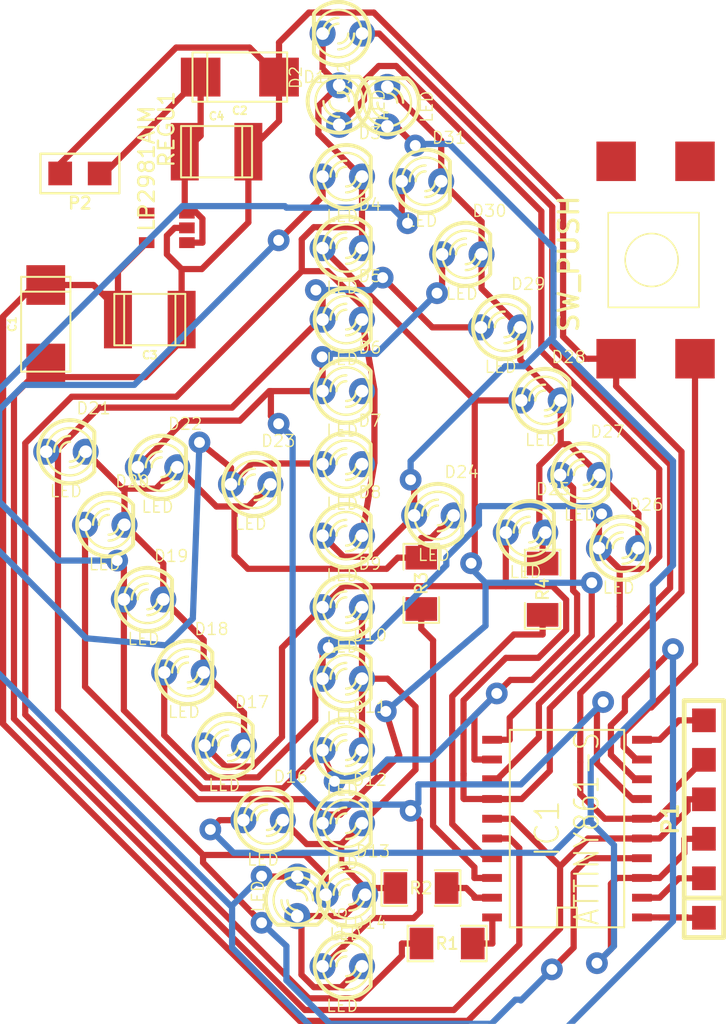
<source format=kicad_pcb>
(kicad_pcb (version 3) (host pcbnew "(2013-may-18)-stable")

  (general
    (links 91)
    (no_connects 0)
    (area 43.199999 13.299999 194.600001 133.600001)
    (thickness 1.6)
    (drawings 8)
    (tracks 489)
    (zones 0)
    (modules 45)
    (nets 24)
  )

  (page A3)
  (layers
    (15 F.Cu signal)
    (0 B.Cu signal hide)
    (16 B.Adhes user)
    (17 F.Adhes user)
    (18 B.Paste user)
    (19 F.Paste user)
    (20 B.SilkS user)
    (21 F.SilkS user hide)
    (22 B.Mask user)
    (23 F.Mask user)
    (24 Dwgs.User user)
    (25 Cmts.User user)
    (26 Eco1.User user)
    (27 Eco2.User user)
    (28 Edge.Cuts user)
  )

  (setup
    (last_trace_width 0.4)
    (trace_clearance 0.3)
    (zone_clearance 0.508)
    (zone_45_only no)
    (trace_min 0.254)
    (segment_width 0.2)
    (edge_width 0.1)
    (via_size 1.4)
    (via_drill 0.7)
    (via_min_size 0.889)
    (via_min_drill 0.508)
    (uvia_size 0.508)
    (uvia_drill 0.127)
    (uvias_allowed no)
    (uvia_min_size 0.508)
    (uvia_min_drill 0.127)
    (pcb_text_width 0.3)
    (pcb_text_size 1.5 1.5)
    (mod_edge_width 0.15)
    (mod_text_size 1 1)
    (mod_text_width 0.15)
    (pad_size 1.524 1.524)
    (pad_drill 0)
    (pad_to_mask_clearance 0)
    (aux_axis_origin 0 0)
    (visible_elements FFFFFFAF)
    (pcbplotparams
      (layerselection 32769)
      (usegerberextensions true)
      (excludeedgelayer true)
      (linewidth 0.150000)
      (plotframeref false)
      (viasonmask false)
      (mode 1)
      (useauxorigin false)
      (hpglpennumber 1)
      (hpglpenspeed 20)
      (hpglpendiameter 15)
      (hpglpenoverlay 2)
      (psnegative false)
      (psa4output false)
      (plotreference true)
      (plotvalue true)
      (plotothertext true)
      (plotinvisibletext false)
      (padsonsilk false)
      (subtractmaskfromsilk false)
      (outputformat 1)
      (mirror false)
      (drillshape 0)
      (scaleselection 1)
      (outputdirectory gerberit/))
  )

  (net 0 "")
  (net 1 N-000001)
  (net 2 N-0000010)
  (net 3 N-0000011)
  (net 4 N-0000012)
  (net 5 N-0000013)
  (net 6 N-0000014)
  (net 7 N-0000015)
  (net 8 N-0000016)
  (net 9 N-0000017)
  (net 10 N-0000018)
  (net 11 N-000002)
  (net 12 N-0000020)
  (net 13 N-0000021)
  (net 14 N-0000022)
  (net 15 N-0000023)
  (net 16 N-0000024)
  (net 17 N-000003)
  (net 18 N-000004)
  (net 19 N-000005)
  (net 20 N-000006)
  (net 21 N-000007)
  (net 22 N-000008)
  (net 23 N-000009)

  (net_class Default "This is the default net class."
    (clearance 0.3)
    (trace_width 0.4)
    (via_dia 1.4)
    (via_drill 0.7)
    (uvia_dia 0.508)
    (uvia_drill 0.127)
    (add_net "")
    (add_net N-000001)
    (add_net N-0000010)
    (add_net N-0000011)
    (add_net N-0000012)
    (add_net N-0000013)
    (add_net N-0000014)
    (add_net N-0000015)
    (add_net N-0000016)
    (add_net N-0000017)
    (add_net N-0000018)
    (add_net N-000002)
    (add_net N-0000020)
    (add_net N-0000021)
    (add_net N-0000022)
    (add_net N-0000023)
    (add_net N-0000024)
    (add_net N-000003)
    (add_net N-000004)
    (add_net N-000005)
    (add_net N-000006)
    (add_net N-000007)
    (add_net N-000008)
    (add_net N-000009)
  )

  (net_class joo ""
    (clearance 0.3)
    (trace_width 0.4)
    (via_dia 1.4)
    (via_drill 0.7)
    (uvia_dia 0.508)
    (uvia_drill 0.127)
  )

  (module SO20L (layer F.Cu) (tedit 42807090) (tstamp 5460DAD8)
    (at 114.4721 81.144 90)
    (descr "Cms SOJ 20 pins large")
    (tags "CMS SOJ")
    (path /545FB5CE)
    (attr smd)
    (fp_text reference IC1 (at 0 -1.27 90) (layer F.SilkS)
      (effects (font (size 1.524 1.524) (thickness 0.127)))
    )
    (fp_text value ATTINY861-S (at 0 1.27 90) (layer F.SilkS)
      (effects (font (size 1.524 1.27) (thickness 0.127)))
    )
    (fp_line (start 6.35 3.683) (end 6.35 -3.683) (layer F.SilkS) (width 0.127))
    (fp_line (start -6.35 -3.683) (end -6.35 3.683) (layer F.SilkS) (width 0.127))
    (fp_line (start 6.35 3.683) (end -6.35 3.683) (layer F.SilkS) (width 0.127))
    (fp_line (start -6.35 -3.683) (end 6.35 -3.683) (layer F.SilkS) (width 0.127))
    (fp_line (start -6.35 -0.635) (end -5.08 -0.635) (layer F.SilkS) (width 0.127))
    (fp_line (start -5.08 -0.635) (end -5.08 0.635) (layer F.SilkS) (width 0.127))
    (fp_line (start -5.08 0.635) (end -6.35 0.635) (layer F.SilkS) (width 0.127))
    (pad 11 smd rect (at 5.715 -4.826 90) (size 0.508 1.27)
      (layers F.Cu F.Paste F.Mask)
      (net 7 N-0000015)
    )
    (pad 12 smd rect (at 4.445 -4.826 90) (size 0.508 1.27)
      (layers F.Cu F.Paste F.Mask)
      (net 6 N-0000014)
    )
    (pad 13 smd rect (at 3.175 -4.826 90) (size 0.508 1.27)
      (layers F.Cu F.Paste F.Mask)
      (net 2 N-0000010)
    )
    (pad 14 smd rect (at 1.905 -4.826 90) (size 0.508 1.27)
      (layers F.Cu F.Paste F.Mask)
      (net 23 N-000009)
    )
    (pad 15 smd rect (at 0.635 -4.826 90) (size 0.508 1.27)
      (layers F.Cu F.Paste F.Mask)
      (net 10 N-0000018)
    )
    (pad 16 smd rect (at -0.635 -4.826 90) (size 0.508 1.27)
      (layers F.Cu F.Paste F.Mask)
      (net 16 N-0000024)
    )
    (pad 17 smd rect (at -1.905 -4.826 90) (size 0.508 1.27)
      (layers F.Cu F.Paste F.Mask)
      (net 22 N-000008)
    )
    (pad 18 smd rect (at -3.175 -4.826 90) (size 0.508 1.27)
      (layers F.Cu F.Paste F.Mask)
      (net 1 N-000001)
    )
    (pad 19 smd rect (at -4.445 -4.826 90) (size 0.508 1.27)
      (layers F.Cu F.Paste F.Mask)
      (net 11 N-000002)
    )
    (pad 20 smd rect (at -5.715 -4.826 90) (size 0.508 1.27)
      (layers F.Cu F.Paste F.Mask)
      (net 17 N-000003)
    )
    (pad 1 smd rect (at -5.715 4.826 90) (size 0.508 1.27)
      (layers F.Cu F.Paste F.Mask)
      (net 21 N-000007)
    )
    (pad 2 smd rect (at -4.445 4.826 90) (size 0.508 1.27)
      (layers F.Cu F.Paste F.Mask)
      (net 18 N-000004)
    )
    (pad 3 smd rect (at -3.175 4.826 90) (size 0.508 1.27)
      (layers F.Cu F.Paste F.Mask)
      (net 5 N-0000013)
    )
    (pad 4 smd rect (at -1.905 4.826 90) (size 0.508 1.27)
      (layers F.Cu F.Paste F.Mask)
      (net 8 N-0000016)
    )
    (pad 5 smd rect (at -0.635 4.826 90) (size 0.508 1.27)
      (layers F.Cu F.Paste F.Mask)
      (net 10 N-0000018)
    )
    (pad 6 smd rect (at 0.635 4.826 90) (size 0.508 1.27)
      (layers F.Cu F.Paste F.Mask)
      (net 16 N-0000024)
    )
    (pad 7 smd rect (at 1.905 4.826 90) (size 0.508 1.27)
      (layers F.Cu F.Paste F.Mask)
      (net 3 N-0000011)
    )
    (pad 8 smd rect (at 3.175 4.826 90) (size 0.508 1.27)
      (layers F.Cu F.Paste F.Mask)
      (net 4 N-0000012)
    )
    (pad 9 smd rect (at 4.445 4.826 90) (size 0.508 1.27)
      (layers F.Cu F.Paste F.Mask)
      (net 20 N-000006)
    )
    (pad 10 smd rect (at 5.715 4.826 90) (size 0.508 1.27)
      (layers F.Cu F.Paste F.Mask)
      (net 19 N-000005)
    )
    (model smd/cms_so20.wrl
      (at (xyz 0 0 0))
      (scale (xyz 0.5 0.6 0.5))
      (rotate (xyz 0 0 0))
    )
  )

  (module SM1206 (layer F.Cu) (tedit 42806E24) (tstamp 5460DAE4)
    (at 112.9022 65.7437 90)
    (path /545FBE7E)
    (attr smd)
    (fp_text reference R4 (at 0 0 90) (layer F.SilkS)
      (effects (font (size 0.762 0.762) (thickness 0.127)))
    )
    (fp_text value R (at 0 0 90) (layer F.SilkS) hide
      (effects (font (size 0.762 0.762) (thickness 0.127)))
    )
    (fp_line (start -2.54 -1.143) (end -2.54 1.143) (layer F.SilkS) (width 0.127))
    (fp_line (start -2.54 1.143) (end -0.889 1.143) (layer F.SilkS) (width 0.127))
    (fp_line (start 0.889 -1.143) (end 2.54 -1.143) (layer F.SilkS) (width 0.127))
    (fp_line (start 2.54 -1.143) (end 2.54 1.143) (layer F.SilkS) (width 0.127))
    (fp_line (start 2.54 1.143) (end 0.889 1.143) (layer F.SilkS) (width 0.127))
    (fp_line (start -0.889 -1.143) (end -2.54 -1.143) (layer F.SilkS) (width 0.127))
    (pad 1 smd rect (at -1.651 0 90) (size 1.524 2.032)
      (layers F.Cu F.Paste F.Mask)
      (net 22 N-000008)
    )
    (pad 2 smd rect (at 1.651 0 90) (size 1.524 2.032)
      (layers F.Cu F.Paste F.Mask)
      (net 12 N-0000020)
    )
    (model smd/chip_cms.wrl
      (at (xyz 0 0 0))
      (scale (xyz 0.17 0.16 0.16))
      (rotate (xyz 0 0 0))
    )
  )

  (module SM1206 (layer F.Cu) (tedit 42806E24) (tstamp 5460DAF0)
    (at 105.0871 65.3661 90)
    (path /545FBE6F)
    (attr smd)
    (fp_text reference R3 (at 0 0 90) (layer F.SilkS)
      (effects (font (size 0.762 0.762) (thickness 0.127)))
    )
    (fp_text value R (at 0 0 90) (layer F.SilkS) hide
      (effects (font (size 0.762 0.762) (thickness 0.127)))
    )
    (fp_line (start -2.54 -1.143) (end -2.54 1.143) (layer F.SilkS) (width 0.127))
    (fp_line (start -2.54 1.143) (end -0.889 1.143) (layer F.SilkS) (width 0.127))
    (fp_line (start 0.889 -1.143) (end 2.54 -1.143) (layer F.SilkS) (width 0.127))
    (fp_line (start 2.54 -1.143) (end 2.54 1.143) (layer F.SilkS) (width 0.127))
    (fp_line (start 2.54 1.143) (end 0.889 1.143) (layer F.SilkS) (width 0.127))
    (fp_line (start -0.889 -1.143) (end -2.54 -1.143) (layer F.SilkS) (width 0.127))
    (pad 1 smd rect (at -1.651 0 90) (size 1.524 2.032)
      (layers F.Cu F.Paste F.Mask)
      (net 1 N-000001)
    )
    (pad 2 smd rect (at 1.651 0 90) (size 1.524 2.032)
      (layers F.Cu F.Paste F.Mask)
      (net 13 N-0000021)
    )
    (model smd/chip_cms.wrl
      (at (xyz 0 0 0))
      (scale (xyz 0.17 0.16 0.16))
      (rotate (xyz 0 0 0))
    )
  )

  (module SM1206 (layer F.Cu) (tedit 42806E24) (tstamp 5460DAFC)
    (at 105.0678 84.9655 180)
    (path /545FBE60)
    (attr smd)
    (fp_text reference R2 (at 0 0 180) (layer F.SilkS)
      (effects (font (size 0.762 0.762) (thickness 0.127)))
    )
    (fp_text value R (at 0 0 180) (layer F.SilkS) hide
      (effects (font (size 0.762 0.762) (thickness 0.127)))
    )
    (fp_line (start -2.54 -1.143) (end -2.54 1.143) (layer F.SilkS) (width 0.127))
    (fp_line (start -2.54 1.143) (end -0.889 1.143) (layer F.SilkS) (width 0.127))
    (fp_line (start 0.889 -1.143) (end 2.54 -1.143) (layer F.SilkS) (width 0.127))
    (fp_line (start 2.54 -1.143) (end 2.54 1.143) (layer F.SilkS) (width 0.127))
    (fp_line (start 2.54 1.143) (end 0.889 1.143) (layer F.SilkS) (width 0.127))
    (fp_line (start -0.889 -1.143) (end -2.54 -1.143) (layer F.SilkS) (width 0.127))
    (pad 1 smd rect (at -1.651 0 180) (size 1.524 2.032)
      (layers F.Cu F.Paste F.Mask)
      (net 11 N-000002)
    )
    (pad 2 smd rect (at 1.651 0 180) (size 1.524 2.032)
      (layers F.Cu F.Paste F.Mask)
      (net 9 N-0000017)
    )
    (model smd/chip_cms.wrl
      (at (xyz 0 0 0))
      (scale (xyz 0.17 0.16 0.16))
      (rotate (xyz 0 0 0))
    )
  )

  (module SM1206 (layer F.Cu) (tedit 42806E24) (tstamp 5460DB08)
    (at 106.7507 88.5356 180)
    (path /545FBE51)
    (attr smd)
    (fp_text reference R1 (at 0 0 180) (layer F.SilkS)
      (effects (font (size 0.762 0.762) (thickness 0.127)))
    )
    (fp_text value R (at 0 0 180) (layer F.SilkS) hide
      (effects (font (size 0.762 0.762) (thickness 0.127)))
    )
    (fp_line (start -2.54 -1.143) (end -2.54 1.143) (layer F.SilkS) (width 0.127))
    (fp_line (start -2.54 1.143) (end -0.889 1.143) (layer F.SilkS) (width 0.127))
    (fp_line (start 0.889 -1.143) (end 2.54 -1.143) (layer F.SilkS) (width 0.127))
    (fp_line (start 2.54 -1.143) (end 2.54 1.143) (layer F.SilkS) (width 0.127))
    (fp_line (start 2.54 1.143) (end 0.889 1.143) (layer F.SilkS) (width 0.127))
    (fp_line (start -0.889 -1.143) (end -2.54 -1.143) (layer F.SilkS) (width 0.127))
    (pad 1 smd rect (at -1.651 0 180) (size 1.524 2.032)
      (layers F.Cu F.Paste F.Mask)
      (net 17 N-000003)
    )
    (pad 2 smd rect (at 1.651 0 180) (size 1.524 2.032)
      (layers F.Cu F.Paste F.Mask)
      (net 14 N-0000022)
    )
    (model smd/chip_cms.wrl
      (at (xyz 0 0 0))
      (scale (xyz 0.17 0.16 0.16))
      (rotate (xyz 0 0 0))
    )
  )

  (module SalamaNAppi (layer F.Cu) (tedit 545FF69B) (tstamp 5460DB15)
    (at 120.1778 44.5674 90)
    (path /545FE739)
    (fp_text reference SW1 (at 0 6.35 90) (layer F.SilkS)
      (effects (font (size 1.27 1.27) (thickness 0.2032)))
    )
    (fp_text value SW_PUSH (at -0.254 -5.588 90) (layer F.SilkS)
      (effects (font (size 1.27 1.27) (thickness 0.2032)))
    )
    (fp_circle (center 0 -0.254) (end 1.524 0.508) (layer F.SilkS) (width 0.1016))
    (fp_line (start -3.048 -3.048) (end -3.048 2.794) (layer F.SilkS) (width 0.1016))
    (fp_line (start -3.048 2.794) (end 3.048 2.794) (layer F.SilkS) (width 0.1016))
    (fp_line (start 3.048 2.794) (end 3.048 -3.048) (layer F.SilkS) (width 0.1016))
    (fp_line (start 3.048 -3.048) (end -3.048 -3.048) (layer F.SilkS) (width 0.1016))
    (pad 1 smd rect (at -6.35 -2.54 90) (size 2.54 2.54)
      (layers F.Cu F.Paste F.Mask)
      (net 16 N-0000024)
    )
    (pad NC smd rect (at 6.35 -2.54 90) (size 2.54 2.54)
      (layers F.Cu F.Paste F.Mask)
    )
    (pad 2 smd rect (at -6.35 2.54 90) (size 2.54 2.54)
      (layers F.Cu F.Paste F.Mask)
      (net 20 N-000006)
    )
    (pad NC smd rect (at 6.35 2.54 90) (size 2.54 2.54)
      (layers F.Cu F.Paste F.Mask)
    )
  )

  (module SalamaLED (layer F.Cu) (tedit 5460C937) (tstamp 5460DB2E)
    (at 105.9 61)
    (descr "Salama LED")
    (tags "LED led 3mm 3MM 100mil 2,54mm Salama")
    (path /545FB6CD)
    (fp_text reference D24 (at 1.778 -2.794) (layer F.SilkS)
      (effects (font (size 0.762 0.762) (thickness 0.0889)))
    )
    (fp_text value LED (at 0 2.54) (layer F.SilkS)
      (effects (font (size 0.762 0.762) (thickness 0.0889)))
    )
    (fp_line (start 1.8288 1.27) (end 1.8288 -1.27) (layer F.SilkS) (width 0.254))
    (fp_arc (start 0.254 0) (end -1.27 0) (angle 39.8) (layer F.SilkS) (width 0.1524))
    (fp_arc (start 0.254 0) (end -0.88392 1.01092) (angle 41.6) (layer F.SilkS) (width 0.1524))
    (fp_arc (start 0.254 0) (end 1.4097 -0.9906) (angle 40.6) (layer F.SilkS) (width 0.1524))
    (fp_arc (start 0.254 0) (end 1.778 0) (angle 39.8) (layer F.SilkS) (width 0.1524))
    (fp_arc (start 0.254 0) (end 0.254 -1.524) (angle 54.4) (layer F.SilkS) (width 0.1524))
    (fp_arc (start 0.254 0) (end -0.9652 -0.9144) (angle 53.1) (layer F.SilkS) (width 0.1524))
    (fp_arc (start 0.254 0) (end 1.45542 0.93472) (angle 52.1) (layer F.SilkS) (width 0.1524))
    (fp_arc (start 0.254 0) (end 0.254 1.524) (angle 52.1) (layer F.SilkS) (width 0.1524))
    (fp_arc (start 0.254 0) (end -0.381 0) (angle 90) (layer F.SilkS) (width 0.1524))
    (fp_arc (start 0.254 0) (end -0.762 0) (angle 90) (layer F.SilkS) (width 0.1524))
    (fp_arc (start 0.254 0) (end 0.889 0) (angle 90) (layer F.SilkS) (width 0.1524))
    (fp_arc (start 0.254 0) (end 1.27 0) (angle 90) (layer F.SilkS) (width 0.1524))
    (fp_arc (start 0.254 0) (end 0.254 -2.032) (angle 50.1) (layer F.SilkS) (width 0.254))
    (fp_arc (start 0.254 0) (end -1.5367 -0.95504) (angle 61.9) (layer F.SilkS) (width 0.254))
    (fp_arc (start 0.254 0) (end 1.8034 1.31064) (angle 49.7) (layer F.SilkS) (width 0.254))
    (fp_arc (start 0.254 0) (end 0.254 2.032) (angle 60.2) (layer F.SilkS) (width 0.254))
    (fp_arc (start 0.254 0) (end -1.778 0) (angle 28.3) (layer F.SilkS) (width 0.254))
    (fp_arc (start 0.254 0) (end -1.47574 1.06426) (angle 31.6) (layer F.SilkS) (width 0.254))
    (pad 1 thru_hole circle (at -1.27 0) (size 1.6764 1.6764) (drill 0.8128)
      (layers *.Mask F.Cu)
      (net 5 N-0000013)
    )
    (pad 2 thru_hole circle (at 1.27 0) (size 1.6764 1.6764) (drill 0.8128)
      (layers *.Mask F.Cu)
      (net 13 N-0000021)
    )
    (model discret/leds/led3_vertical_verde.wrl
      (at (xyz 0 0 0))
      (scale (xyz 1 1 1))
      (rotate (xyz 0 0 0))
    )
  )

  (module SalamaLED (layer F.Cu) (tedit 5460C937) (tstamp 5460DB47)
    (at 100 48.4)
    (descr "Salama LED")
    (tags "LED led 3mm 3MM 100mil 2,54mm Salama")
    (path /545FB610)
    (fp_text reference D5 (at 1.778 -2.794) (layer F.SilkS)
      (effects (font (size 0.762 0.762) (thickness 0.0889)))
    )
    (fp_text value LED (at 0 2.54) (layer F.SilkS)
      (effects (font (size 0.762 0.762) (thickness 0.0889)))
    )
    (fp_line (start 1.8288 1.27) (end 1.8288 -1.27) (layer F.SilkS) (width 0.254))
    (fp_arc (start 0.254 0) (end -1.27 0) (angle 39.8) (layer F.SilkS) (width 0.1524))
    (fp_arc (start 0.254 0) (end -0.88392 1.01092) (angle 41.6) (layer F.SilkS) (width 0.1524))
    (fp_arc (start 0.254 0) (end 1.4097 -0.9906) (angle 40.6) (layer F.SilkS) (width 0.1524))
    (fp_arc (start 0.254 0) (end 1.778 0) (angle 39.8) (layer F.SilkS) (width 0.1524))
    (fp_arc (start 0.254 0) (end 0.254 -1.524) (angle 54.4) (layer F.SilkS) (width 0.1524))
    (fp_arc (start 0.254 0) (end -0.9652 -0.9144) (angle 53.1) (layer F.SilkS) (width 0.1524))
    (fp_arc (start 0.254 0) (end 1.45542 0.93472) (angle 52.1) (layer F.SilkS) (width 0.1524))
    (fp_arc (start 0.254 0) (end 0.254 1.524) (angle 52.1) (layer F.SilkS) (width 0.1524))
    (fp_arc (start 0.254 0) (end -0.381 0) (angle 90) (layer F.SilkS) (width 0.1524))
    (fp_arc (start 0.254 0) (end -0.762 0) (angle 90) (layer F.SilkS) (width 0.1524))
    (fp_arc (start 0.254 0) (end 0.889 0) (angle 90) (layer F.SilkS) (width 0.1524))
    (fp_arc (start 0.254 0) (end 1.27 0) (angle 90) (layer F.SilkS) (width 0.1524))
    (fp_arc (start 0.254 0) (end 0.254 -2.032) (angle 50.1) (layer F.SilkS) (width 0.254))
    (fp_arc (start 0.254 0) (end -1.5367 -0.95504) (angle 61.9) (layer F.SilkS) (width 0.254))
    (fp_arc (start 0.254 0) (end 1.8034 1.31064) (angle 49.7) (layer F.SilkS) (width 0.254))
    (fp_arc (start 0.254 0) (end 0.254 2.032) (angle 60.2) (layer F.SilkS) (width 0.254))
    (fp_arc (start 0.254 0) (end -1.778 0) (angle 28.3) (layer F.SilkS) (width 0.254))
    (fp_arc (start 0.254 0) (end -1.47574 1.06426) (angle 31.6) (layer F.SilkS) (width 0.254))
    (pad 1 thru_hole circle (at -1.27 0) (size 1.6764 1.6764) (drill 0.8128)
      (layers *.Mask F.Cu)
      (net 8 N-0000016)
    )
    (pad 2 thru_hole circle (at 1.27 0) (size 1.6764 1.6764) (drill 0.8128)
      (layers *.Mask F.Cu)
      (net 14 N-0000022)
    )
    (model discret/leds/led3_vertical_verde.wrl
      (at (xyz 0 0 0))
      (scale (xyz 1 1 1))
      (rotate (xyz 0 0 0))
    )
  )

  (module SalamaLED (layer F.Cu) (tedit 5460C937) (tstamp 5460DB60)
    (at 94.1 59)
    (descr "Salama LED")
    (tags "LED led 3mm 3MM 100mil 2,54mm Salama")
    (path /545FB6D3)
    (fp_text reference D23 (at 1.778 -2.794) (layer F.SilkS)
      (effects (font (size 0.762 0.762) (thickness 0.0889)))
    )
    (fp_text value LED (at 0 2.54) (layer F.SilkS)
      (effects (font (size 0.762 0.762) (thickness 0.0889)))
    )
    (fp_line (start 1.8288 1.27) (end 1.8288 -1.27) (layer F.SilkS) (width 0.254))
    (fp_arc (start 0.254 0) (end -1.27 0) (angle 39.8) (layer F.SilkS) (width 0.1524))
    (fp_arc (start 0.254 0) (end -0.88392 1.01092) (angle 41.6) (layer F.SilkS) (width 0.1524))
    (fp_arc (start 0.254 0) (end 1.4097 -0.9906) (angle 40.6) (layer F.SilkS) (width 0.1524))
    (fp_arc (start 0.254 0) (end 1.778 0) (angle 39.8) (layer F.SilkS) (width 0.1524))
    (fp_arc (start 0.254 0) (end 0.254 -1.524) (angle 54.4) (layer F.SilkS) (width 0.1524))
    (fp_arc (start 0.254 0) (end -0.9652 -0.9144) (angle 53.1) (layer F.SilkS) (width 0.1524))
    (fp_arc (start 0.254 0) (end 1.45542 0.93472) (angle 52.1) (layer F.SilkS) (width 0.1524))
    (fp_arc (start 0.254 0) (end 0.254 1.524) (angle 52.1) (layer F.SilkS) (width 0.1524))
    (fp_arc (start 0.254 0) (end -0.381 0) (angle 90) (layer F.SilkS) (width 0.1524))
    (fp_arc (start 0.254 0) (end -0.762 0) (angle 90) (layer F.SilkS) (width 0.1524))
    (fp_arc (start 0.254 0) (end 0.889 0) (angle 90) (layer F.SilkS) (width 0.1524))
    (fp_arc (start 0.254 0) (end 1.27 0) (angle 90) (layer F.SilkS) (width 0.1524))
    (fp_arc (start 0.254 0) (end 0.254 -2.032) (angle 50.1) (layer F.SilkS) (width 0.254))
    (fp_arc (start 0.254 0) (end -1.5367 -0.95504) (angle 61.9) (layer F.SilkS) (width 0.254))
    (fp_arc (start 0.254 0) (end 1.8034 1.31064) (angle 49.7) (layer F.SilkS) (width 0.254))
    (fp_arc (start 0.254 0) (end 0.254 2.032) (angle 60.2) (layer F.SilkS) (width 0.254))
    (fp_arc (start 0.254 0) (end -1.778 0) (angle 28.3) (layer F.SilkS) (width 0.254))
    (fp_arc (start 0.254 0) (end -1.47574 1.06426) (angle 31.6) (layer F.SilkS) (width 0.254))
    (pad 1 thru_hole circle (at -1.27 0) (size 1.6764 1.6764) (drill 0.8128)
      (layers *.Mask F.Cu)
      (net 4 N-0000012)
    )
    (pad 2 thru_hole circle (at 1.27 0) (size 1.6764 1.6764) (drill 0.8128)
      (layers *.Mask F.Cu)
      (net 13 N-0000021)
    )
    (model discret/leds/led3_vertical_verde.wrl
      (at (xyz 0 0 0))
      (scale (xyz 1 1 1))
      (rotate (xyz 0 0 0))
    )
  )

  (module SalamaLED (layer F.Cu) (tedit 5460C937) (tstamp 5460DB79)
    (at 88.1 57.9)
    (descr "Salama LED")
    (tags "LED led 3mm 3MM 100mil 2,54mm Salama")
    (path /545FB6D9)
    (fp_text reference D22 (at 1.778 -2.794) (layer F.SilkS)
      (effects (font (size 0.762 0.762) (thickness 0.0889)))
    )
    (fp_text value LED (at 0 2.54) (layer F.SilkS)
      (effects (font (size 0.762 0.762) (thickness 0.0889)))
    )
    (fp_line (start 1.8288 1.27) (end 1.8288 -1.27) (layer F.SilkS) (width 0.254))
    (fp_arc (start 0.254 0) (end -1.27 0) (angle 39.8) (layer F.SilkS) (width 0.1524))
    (fp_arc (start 0.254 0) (end -0.88392 1.01092) (angle 41.6) (layer F.SilkS) (width 0.1524))
    (fp_arc (start 0.254 0) (end 1.4097 -0.9906) (angle 40.6) (layer F.SilkS) (width 0.1524))
    (fp_arc (start 0.254 0) (end 1.778 0) (angle 39.8) (layer F.SilkS) (width 0.1524))
    (fp_arc (start 0.254 0) (end 0.254 -1.524) (angle 54.4) (layer F.SilkS) (width 0.1524))
    (fp_arc (start 0.254 0) (end -0.9652 -0.9144) (angle 53.1) (layer F.SilkS) (width 0.1524))
    (fp_arc (start 0.254 0) (end 1.45542 0.93472) (angle 52.1) (layer F.SilkS) (width 0.1524))
    (fp_arc (start 0.254 0) (end 0.254 1.524) (angle 52.1) (layer F.SilkS) (width 0.1524))
    (fp_arc (start 0.254 0) (end -0.381 0) (angle 90) (layer F.SilkS) (width 0.1524))
    (fp_arc (start 0.254 0) (end -0.762 0) (angle 90) (layer F.SilkS) (width 0.1524))
    (fp_arc (start 0.254 0) (end 0.889 0) (angle 90) (layer F.SilkS) (width 0.1524))
    (fp_arc (start 0.254 0) (end 1.27 0) (angle 90) (layer F.SilkS) (width 0.1524))
    (fp_arc (start 0.254 0) (end 0.254 -2.032) (angle 50.1) (layer F.SilkS) (width 0.254))
    (fp_arc (start 0.254 0) (end -1.5367 -0.95504) (angle 61.9) (layer F.SilkS) (width 0.254))
    (fp_arc (start 0.254 0) (end 1.8034 1.31064) (angle 49.7) (layer F.SilkS) (width 0.254))
    (fp_arc (start 0.254 0) (end 0.254 2.032) (angle 60.2) (layer F.SilkS) (width 0.254))
    (fp_arc (start 0.254 0) (end -1.778 0) (angle 28.3) (layer F.SilkS) (width 0.254))
    (fp_arc (start 0.254 0) (end -1.47574 1.06426) (angle 31.6) (layer F.SilkS) (width 0.254))
    (pad 1 thru_hole circle (at -1.27 0) (size 1.6764 1.6764) (drill 0.8128)
      (layers *.Mask F.Cu)
      (net 3 N-0000011)
    )
    (pad 2 thru_hole circle (at 1.27 0) (size 1.6764 1.6764) (drill 0.8128)
      (layers *.Mask F.Cu)
      (net 13 N-0000021)
    )
    (model discret/leds/led3_vertical_verde.wrl
      (at (xyz 0 0 0))
      (scale (xyz 1 1 1))
      (rotate (xyz 0 0 0))
    )
  )

  (module SalamaLED (layer F.Cu) (tedit 5460C937) (tstamp 5460DB92)
    (at 89.8 71.1)
    (descr "Salama LED")
    (tags "LED led 3mm 3MM 100mil 2,54mm Salama")
    (path /545FB6DF)
    (fp_text reference D18 (at 1.778 -2.794) (layer F.SilkS)
      (effects (font (size 0.762 0.762) (thickness 0.0889)))
    )
    (fp_text value LED (at 0 2.54) (layer F.SilkS)
      (effects (font (size 0.762 0.762) (thickness 0.0889)))
    )
    (fp_line (start 1.8288 1.27) (end 1.8288 -1.27) (layer F.SilkS) (width 0.254))
    (fp_arc (start 0.254 0) (end -1.27 0) (angle 39.8) (layer F.SilkS) (width 0.1524))
    (fp_arc (start 0.254 0) (end -0.88392 1.01092) (angle 41.6) (layer F.SilkS) (width 0.1524))
    (fp_arc (start 0.254 0) (end 1.4097 -0.9906) (angle 40.6) (layer F.SilkS) (width 0.1524))
    (fp_arc (start 0.254 0) (end 1.778 0) (angle 39.8) (layer F.SilkS) (width 0.1524))
    (fp_arc (start 0.254 0) (end 0.254 -1.524) (angle 54.4) (layer F.SilkS) (width 0.1524))
    (fp_arc (start 0.254 0) (end -0.9652 -0.9144) (angle 53.1) (layer F.SilkS) (width 0.1524))
    (fp_arc (start 0.254 0) (end 1.45542 0.93472) (angle 52.1) (layer F.SilkS) (width 0.1524))
    (fp_arc (start 0.254 0) (end 0.254 1.524) (angle 52.1) (layer F.SilkS) (width 0.1524))
    (fp_arc (start 0.254 0) (end -0.381 0) (angle 90) (layer F.SilkS) (width 0.1524))
    (fp_arc (start 0.254 0) (end -0.762 0) (angle 90) (layer F.SilkS) (width 0.1524))
    (fp_arc (start 0.254 0) (end 0.889 0) (angle 90) (layer F.SilkS) (width 0.1524))
    (fp_arc (start 0.254 0) (end 1.27 0) (angle 90) (layer F.SilkS) (width 0.1524))
    (fp_arc (start 0.254 0) (end 0.254 -2.032) (angle 50.1) (layer F.SilkS) (width 0.254))
    (fp_arc (start 0.254 0) (end -1.5367 -0.95504) (angle 61.9) (layer F.SilkS) (width 0.254))
    (fp_arc (start 0.254 0) (end 1.8034 1.31064) (angle 49.7) (layer F.SilkS) (width 0.254))
    (fp_arc (start 0.254 0) (end 0.254 2.032) (angle 60.2) (layer F.SilkS) (width 0.254))
    (fp_arc (start 0.254 0) (end -1.778 0) (angle 28.3) (layer F.SilkS) (width 0.254))
    (fp_arc (start 0.254 0) (end -1.47574 1.06426) (angle 31.6) (layer F.SilkS) (width 0.254))
    (pad 1 thru_hole circle (at -1.27 0) (size 1.6764 1.6764) (drill 0.8128)
      (layers *.Mask F.Cu)
      (net 2 N-0000010)
    )
    (pad 2 thru_hole circle (at 1.27 0) (size 1.6764 1.6764) (drill 0.8128)
      (layers *.Mask F.Cu)
      (net 13 N-0000021)
    )
    (model discret/leds/led3_vertical_verde.wrl
      (at (xyz 0 0 0))
      (scale (xyz 1 1 1))
      (rotate (xyz 0 0 0))
    )
  )

  (module SalamaLED (layer F.Cu) (tedit 5460C937) (tstamp 5460DBAB)
    (at 92.4 75.8)
    (descr "Salama LED")
    (tags "LED led 3mm 3MM 100mil 2,54mm Salama")
    (path /545FB6E5)
    (fp_text reference D17 (at 1.778 -2.794) (layer F.SilkS)
      (effects (font (size 0.762 0.762) (thickness 0.0889)))
    )
    (fp_text value LED (at 0 2.54) (layer F.SilkS)
      (effects (font (size 0.762 0.762) (thickness 0.0889)))
    )
    (fp_line (start 1.8288 1.27) (end 1.8288 -1.27) (layer F.SilkS) (width 0.254))
    (fp_arc (start 0.254 0) (end -1.27 0) (angle 39.8) (layer F.SilkS) (width 0.1524))
    (fp_arc (start 0.254 0) (end -0.88392 1.01092) (angle 41.6) (layer F.SilkS) (width 0.1524))
    (fp_arc (start 0.254 0) (end 1.4097 -0.9906) (angle 40.6) (layer F.SilkS) (width 0.1524))
    (fp_arc (start 0.254 0) (end 1.778 0) (angle 39.8) (layer F.SilkS) (width 0.1524))
    (fp_arc (start 0.254 0) (end 0.254 -1.524) (angle 54.4) (layer F.SilkS) (width 0.1524))
    (fp_arc (start 0.254 0) (end -0.9652 -0.9144) (angle 53.1) (layer F.SilkS) (width 0.1524))
    (fp_arc (start 0.254 0) (end 1.45542 0.93472) (angle 52.1) (layer F.SilkS) (width 0.1524))
    (fp_arc (start 0.254 0) (end 0.254 1.524) (angle 52.1) (layer F.SilkS) (width 0.1524))
    (fp_arc (start 0.254 0) (end -0.381 0) (angle 90) (layer F.SilkS) (width 0.1524))
    (fp_arc (start 0.254 0) (end -0.762 0) (angle 90) (layer F.SilkS) (width 0.1524))
    (fp_arc (start 0.254 0) (end 0.889 0) (angle 90) (layer F.SilkS) (width 0.1524))
    (fp_arc (start 0.254 0) (end 1.27 0) (angle 90) (layer F.SilkS) (width 0.1524))
    (fp_arc (start 0.254 0) (end 0.254 -2.032) (angle 50.1) (layer F.SilkS) (width 0.254))
    (fp_arc (start 0.254 0) (end -1.5367 -0.95504) (angle 61.9) (layer F.SilkS) (width 0.254))
    (fp_arc (start 0.254 0) (end 1.8034 1.31064) (angle 49.7) (layer F.SilkS) (width 0.254))
    (fp_arc (start 0.254 0) (end 0.254 2.032) (angle 60.2) (layer F.SilkS) (width 0.254))
    (fp_arc (start 0.254 0) (end -1.778 0) (angle 28.3) (layer F.SilkS) (width 0.254))
    (fp_arc (start 0.254 0) (end -1.47574 1.06426) (angle 31.6) (layer F.SilkS) (width 0.254))
    (pad 1 thru_hole circle (at -1.27 0) (size 1.6764 1.6764) (drill 0.8128)
      (layers *.Mask F.Cu)
      (net 23 N-000009)
    )
    (pad 2 thru_hole circle (at 1.27 0) (size 1.6764 1.6764) (drill 0.8128)
      (layers *.Mask F.Cu)
      (net 13 N-0000021)
    )
    (model discret/leds/led3_vertical_verde.wrl
      (at (xyz 0 0 0))
      (scale (xyz 1 1 1))
      (rotate (xyz 0 0 0))
    )
  )

  (module SalamaLED (layer F.Cu) (tedit 5460C937) (tstamp 5460DBC4)
    (at 110.2 48.9)
    (descr "Salama LED")
    (tags "LED led 3mm 3MM 100mil 2,54mm Salama")
    (path /545FB6EB)
    (fp_text reference D29 (at 1.778 -2.794) (layer F.SilkS)
      (effects (font (size 0.762 0.762) (thickness 0.0889)))
    )
    (fp_text value LED (at 0 2.54) (layer F.SilkS)
      (effects (font (size 0.762 0.762) (thickness 0.0889)))
    )
    (fp_line (start 1.8288 1.27) (end 1.8288 -1.27) (layer F.SilkS) (width 0.254))
    (fp_arc (start 0.254 0) (end -1.27 0) (angle 39.8) (layer F.SilkS) (width 0.1524))
    (fp_arc (start 0.254 0) (end -0.88392 1.01092) (angle 41.6) (layer F.SilkS) (width 0.1524))
    (fp_arc (start 0.254 0) (end 1.4097 -0.9906) (angle 40.6) (layer F.SilkS) (width 0.1524))
    (fp_arc (start 0.254 0) (end 1.778 0) (angle 39.8) (layer F.SilkS) (width 0.1524))
    (fp_arc (start 0.254 0) (end 0.254 -1.524) (angle 54.4) (layer F.SilkS) (width 0.1524))
    (fp_arc (start 0.254 0) (end -0.9652 -0.9144) (angle 53.1) (layer F.SilkS) (width 0.1524))
    (fp_arc (start 0.254 0) (end 1.45542 0.93472) (angle 52.1) (layer F.SilkS) (width 0.1524))
    (fp_arc (start 0.254 0) (end 0.254 1.524) (angle 52.1) (layer F.SilkS) (width 0.1524))
    (fp_arc (start 0.254 0) (end -0.381 0) (angle 90) (layer F.SilkS) (width 0.1524))
    (fp_arc (start 0.254 0) (end -0.762 0) (angle 90) (layer F.SilkS) (width 0.1524))
    (fp_arc (start 0.254 0) (end 0.889 0) (angle 90) (layer F.SilkS) (width 0.1524))
    (fp_arc (start 0.254 0) (end 1.27 0) (angle 90) (layer F.SilkS) (width 0.1524))
    (fp_arc (start 0.254 0) (end 0.254 -2.032) (angle 50.1) (layer F.SilkS) (width 0.254))
    (fp_arc (start 0.254 0) (end -1.5367 -0.95504) (angle 61.9) (layer F.SilkS) (width 0.254))
    (fp_arc (start 0.254 0) (end 1.8034 1.31064) (angle 49.7) (layer F.SilkS) (width 0.254))
    (fp_arc (start 0.254 0) (end 0.254 2.032) (angle 60.2) (layer F.SilkS) (width 0.254))
    (fp_arc (start 0.254 0) (end -1.778 0) (angle 28.3) (layer F.SilkS) (width 0.254))
    (fp_arc (start 0.254 0) (end -1.47574 1.06426) (angle 31.6) (layer F.SilkS) (width 0.254))
    (pad 1 thru_hole circle (at -1.27 0) (size 1.6764 1.6764) (drill 0.8128)
      (layers *.Mask F.Cu)
      (net 8 N-0000016)
    )
    (pad 2 thru_hole circle (at 1.27 0) (size 1.6764 1.6764) (drill 0.8128)
      (layers *.Mask F.Cu)
      (net 12 N-0000020)
    )
    (model discret/leds/led3_vertical_verde.wrl
      (at (xyz 0 0 0))
      (scale (xyz 1 1 1))
      (rotate (xyz 0 0 0))
    )
  )

  (module SalamaLED (layer F.Cu) (tedit 5460C937) (tstamp 5460DBDD)
    (at 112.8 53.6)
    (descr "Salama LED")
    (tags "LED led 3mm 3MM 100mil 2,54mm Salama")
    (path /545FB6F1)
    (fp_text reference D28 (at 1.778 -2.794) (layer F.SilkS)
      (effects (font (size 0.762 0.762) (thickness 0.0889)))
    )
    (fp_text value LED (at 0 2.54) (layer F.SilkS)
      (effects (font (size 0.762 0.762) (thickness 0.0889)))
    )
    (fp_line (start 1.8288 1.27) (end 1.8288 -1.27) (layer F.SilkS) (width 0.254))
    (fp_arc (start 0.254 0) (end -1.27 0) (angle 39.8) (layer F.SilkS) (width 0.1524))
    (fp_arc (start 0.254 0) (end -0.88392 1.01092) (angle 41.6) (layer F.SilkS) (width 0.1524))
    (fp_arc (start 0.254 0) (end 1.4097 -0.9906) (angle 40.6) (layer F.SilkS) (width 0.1524))
    (fp_arc (start 0.254 0) (end 1.778 0) (angle 39.8) (layer F.SilkS) (width 0.1524))
    (fp_arc (start 0.254 0) (end 0.254 -1.524) (angle 54.4) (layer F.SilkS) (width 0.1524))
    (fp_arc (start 0.254 0) (end -0.9652 -0.9144) (angle 53.1) (layer F.SilkS) (width 0.1524))
    (fp_arc (start 0.254 0) (end 1.45542 0.93472) (angle 52.1) (layer F.SilkS) (width 0.1524))
    (fp_arc (start 0.254 0) (end 0.254 1.524) (angle 52.1) (layer F.SilkS) (width 0.1524))
    (fp_arc (start 0.254 0) (end -0.381 0) (angle 90) (layer F.SilkS) (width 0.1524))
    (fp_arc (start 0.254 0) (end -0.762 0) (angle 90) (layer F.SilkS) (width 0.1524))
    (fp_arc (start 0.254 0) (end 0.889 0) (angle 90) (layer F.SilkS) (width 0.1524))
    (fp_arc (start 0.254 0) (end 1.27 0) (angle 90) (layer F.SilkS) (width 0.1524))
    (fp_arc (start 0.254 0) (end 0.254 -2.032) (angle 50.1) (layer F.SilkS) (width 0.254))
    (fp_arc (start 0.254 0) (end -1.5367 -0.95504) (angle 61.9) (layer F.SilkS) (width 0.254))
    (fp_arc (start 0.254 0) (end 1.8034 1.31064) (angle 49.7) (layer F.SilkS) (width 0.254))
    (fp_arc (start 0.254 0) (end 0.254 2.032) (angle 60.2) (layer F.SilkS) (width 0.254))
    (fp_arc (start 0.254 0) (end -1.778 0) (angle 28.3) (layer F.SilkS) (width 0.254))
    (fp_arc (start 0.254 0) (end -1.47574 1.06426) (angle 31.6) (layer F.SilkS) (width 0.254))
    (pad 1 thru_hole circle (at -1.27 0) (size 1.6764 1.6764) (drill 0.8128)
      (layers *.Mask F.Cu)
      (net 7 N-0000015)
    )
    (pad 2 thru_hole circle (at 1.27 0) (size 1.6764 1.6764) (drill 0.8128)
      (layers *.Mask F.Cu)
      (net 12 N-0000020)
    )
    (model discret/leds/led3_vertical_verde.wrl
      (at (xyz 0 0 0))
      (scale (xyz 1 1 1))
      (rotate (xyz 0 0 0))
    )
  )

  (module SalamaLED (layer F.Cu) (tedit 5460C937) (tstamp 5460DBF6)
    (at 115.3 58.4)
    (descr "Salama LED")
    (tags "LED led 3mm 3MM 100mil 2,54mm Salama")
    (path /545FB6F7)
    (fp_text reference D27 (at 1.778 -2.794) (layer F.SilkS)
      (effects (font (size 0.762 0.762) (thickness 0.0889)))
    )
    (fp_text value LED (at 0 2.54) (layer F.SilkS)
      (effects (font (size 0.762 0.762) (thickness 0.0889)))
    )
    (fp_line (start 1.8288 1.27) (end 1.8288 -1.27) (layer F.SilkS) (width 0.254))
    (fp_arc (start 0.254 0) (end -1.27 0) (angle 39.8) (layer F.SilkS) (width 0.1524))
    (fp_arc (start 0.254 0) (end -0.88392 1.01092) (angle 41.6) (layer F.SilkS) (width 0.1524))
    (fp_arc (start 0.254 0) (end 1.4097 -0.9906) (angle 40.6) (layer F.SilkS) (width 0.1524))
    (fp_arc (start 0.254 0) (end 1.778 0) (angle 39.8) (layer F.SilkS) (width 0.1524))
    (fp_arc (start 0.254 0) (end 0.254 -1.524) (angle 54.4) (layer F.SilkS) (width 0.1524))
    (fp_arc (start 0.254 0) (end -0.9652 -0.9144) (angle 53.1) (layer F.SilkS) (width 0.1524))
    (fp_arc (start 0.254 0) (end 1.45542 0.93472) (angle 52.1) (layer F.SilkS) (width 0.1524))
    (fp_arc (start 0.254 0) (end 0.254 1.524) (angle 52.1) (layer F.SilkS) (width 0.1524))
    (fp_arc (start 0.254 0) (end -0.381 0) (angle 90) (layer F.SilkS) (width 0.1524))
    (fp_arc (start 0.254 0) (end -0.762 0) (angle 90) (layer F.SilkS) (width 0.1524))
    (fp_arc (start 0.254 0) (end 0.889 0) (angle 90) (layer F.SilkS) (width 0.1524))
    (fp_arc (start 0.254 0) (end 1.27 0) (angle 90) (layer F.SilkS) (width 0.1524))
    (fp_arc (start 0.254 0) (end 0.254 -2.032) (angle 50.1) (layer F.SilkS) (width 0.254))
    (fp_arc (start 0.254 0) (end -1.5367 -0.95504) (angle 61.9) (layer F.SilkS) (width 0.254))
    (fp_arc (start 0.254 0) (end 1.8034 1.31064) (angle 49.7) (layer F.SilkS) (width 0.254))
    (fp_arc (start 0.254 0) (end 0.254 2.032) (angle 60.2) (layer F.SilkS) (width 0.254))
    (fp_arc (start 0.254 0) (end -1.778 0) (angle 28.3) (layer F.SilkS) (width 0.254))
    (fp_arc (start 0.254 0) (end -1.47574 1.06426) (angle 31.6) (layer F.SilkS) (width 0.254))
    (pad 1 thru_hole circle (at -1.27 0) (size 1.6764 1.6764) (drill 0.8128)
      (layers *.Mask F.Cu)
      (net 6 N-0000014)
    )
    (pad 2 thru_hole circle (at 1.27 0) (size 1.6764 1.6764) (drill 0.8128)
      (layers *.Mask F.Cu)
      (net 12 N-0000020)
    )
    (model discret/leds/led3_vertical_verde.wrl
      (at (xyz 0 0 0))
      (scale (xyz 1 1 1))
      (rotate (xyz 0 0 0))
    )
  )

  (module SalamaLED (layer F.Cu) (tedit 5460C937) (tstamp 5460DC0F)
    (at 102.9 34.7 90)
    (descr "Salama LED")
    (tags "LED led 3mm 3MM 100mil 2,54mm Salama")
    (path /545FB6FD)
    (fp_text reference D32 (at 1.778 -2.794 90) (layer F.SilkS)
      (effects (font (size 0.762 0.762) (thickness 0.0889)))
    )
    (fp_text value LED (at 0 2.54 90) (layer F.SilkS)
      (effects (font (size 0.762 0.762) (thickness 0.0889)))
    )
    (fp_line (start 1.8288 1.27) (end 1.8288 -1.27) (layer F.SilkS) (width 0.254))
    (fp_arc (start 0.254 0) (end -1.27 0) (angle 39.8) (layer F.SilkS) (width 0.1524))
    (fp_arc (start 0.254 0) (end -0.88392 1.01092) (angle 41.6) (layer F.SilkS) (width 0.1524))
    (fp_arc (start 0.254 0) (end 1.4097 -0.9906) (angle 40.6) (layer F.SilkS) (width 0.1524))
    (fp_arc (start 0.254 0) (end 1.778 0) (angle 39.8) (layer F.SilkS) (width 0.1524))
    (fp_arc (start 0.254 0) (end 0.254 -1.524) (angle 54.4) (layer F.SilkS) (width 0.1524))
    (fp_arc (start 0.254 0) (end -0.9652 -0.9144) (angle 53.1) (layer F.SilkS) (width 0.1524))
    (fp_arc (start 0.254 0) (end 1.45542 0.93472) (angle 52.1) (layer F.SilkS) (width 0.1524))
    (fp_arc (start 0.254 0) (end 0.254 1.524) (angle 52.1) (layer F.SilkS) (width 0.1524))
    (fp_arc (start 0.254 0) (end -0.381 0) (angle 90) (layer F.SilkS) (width 0.1524))
    (fp_arc (start 0.254 0) (end -0.762 0) (angle 90) (layer F.SilkS) (width 0.1524))
    (fp_arc (start 0.254 0) (end 0.889 0) (angle 90) (layer F.SilkS) (width 0.1524))
    (fp_arc (start 0.254 0) (end 1.27 0) (angle 90) (layer F.SilkS) (width 0.1524))
    (fp_arc (start 0.254 0) (end 0.254 -2.032) (angle 50.1) (layer F.SilkS) (width 0.254))
    (fp_arc (start 0.254 0) (end -1.5367 -0.95504) (angle 61.9) (layer F.SilkS) (width 0.254))
    (fp_arc (start 0.254 0) (end 1.8034 1.31064) (angle 49.7) (layer F.SilkS) (width 0.254))
    (fp_arc (start 0.254 0) (end 0.254 2.032) (angle 60.2) (layer F.SilkS) (width 0.254))
    (fp_arc (start 0.254 0) (end -1.778 0) (angle 28.3) (layer F.SilkS) (width 0.254))
    (fp_arc (start 0.254 0) (end -1.47574 1.06426) (angle 31.6) (layer F.SilkS) (width 0.254))
    (pad 1 thru_hole circle (at -1.27 0 90) (size 1.6764 1.6764) (drill 0.8128)
      (layers *.Mask F.Cu)
      (net 5 N-0000013)
    )
    (pad 2 thru_hole circle (at 1.27 0 90) (size 1.6764 1.6764) (drill 0.8128)
      (layers *.Mask F.Cu)
      (net 12 N-0000020)
    )
    (model discret/leds/led3_vertical_verde.wrl
      (at (xyz 0 0 0))
      (scale (xyz 1 1 1))
      (rotate (xyz 0 0 0))
    )
  )

  (module SalamaLED (layer F.Cu) (tedit 5460C937) (tstamp 5460DC28)
    (at 105.1 39.5)
    (descr "Salama LED")
    (tags "LED led 3mm 3MM 100mil 2,54mm Salama")
    (path /545FB703)
    (fp_text reference D31 (at 1.778 -2.794) (layer F.SilkS)
      (effects (font (size 0.762 0.762) (thickness 0.0889)))
    )
    (fp_text value LED (at 0 2.54) (layer F.SilkS)
      (effects (font (size 0.762 0.762) (thickness 0.0889)))
    )
    (fp_line (start 1.8288 1.27) (end 1.8288 -1.27) (layer F.SilkS) (width 0.254))
    (fp_arc (start 0.254 0) (end -1.27 0) (angle 39.8) (layer F.SilkS) (width 0.1524))
    (fp_arc (start 0.254 0) (end -0.88392 1.01092) (angle 41.6) (layer F.SilkS) (width 0.1524))
    (fp_arc (start 0.254 0) (end 1.4097 -0.9906) (angle 40.6) (layer F.SilkS) (width 0.1524))
    (fp_arc (start 0.254 0) (end 1.778 0) (angle 39.8) (layer F.SilkS) (width 0.1524))
    (fp_arc (start 0.254 0) (end 0.254 -1.524) (angle 54.4) (layer F.SilkS) (width 0.1524))
    (fp_arc (start 0.254 0) (end -0.9652 -0.9144) (angle 53.1) (layer F.SilkS) (width 0.1524))
    (fp_arc (start 0.254 0) (end 1.45542 0.93472) (angle 52.1) (layer F.SilkS) (width 0.1524))
    (fp_arc (start 0.254 0) (end 0.254 1.524) (angle 52.1) (layer F.SilkS) (width 0.1524))
    (fp_arc (start 0.254 0) (end -0.381 0) (angle 90) (layer F.SilkS) (width 0.1524))
    (fp_arc (start 0.254 0) (end -0.762 0) (angle 90) (layer F.SilkS) (width 0.1524))
    (fp_arc (start 0.254 0) (end 0.889 0) (angle 90) (layer F.SilkS) (width 0.1524))
    (fp_arc (start 0.254 0) (end 1.27 0) (angle 90) (layer F.SilkS) (width 0.1524))
    (fp_arc (start 0.254 0) (end 0.254 -2.032) (angle 50.1) (layer F.SilkS) (width 0.254))
    (fp_arc (start 0.254 0) (end -1.5367 -0.95504) (angle 61.9) (layer F.SilkS) (width 0.254))
    (fp_arc (start 0.254 0) (end 1.8034 1.31064) (angle 49.7) (layer F.SilkS) (width 0.254))
    (fp_arc (start 0.254 0) (end 0.254 2.032) (angle 60.2) (layer F.SilkS) (width 0.254))
    (fp_arc (start 0.254 0) (end -1.778 0) (angle 28.3) (layer F.SilkS) (width 0.254))
    (fp_arc (start 0.254 0) (end -1.47574 1.06426) (angle 31.6) (layer F.SilkS) (width 0.254))
    (pad 1 thru_hole circle (at -1.27 0) (size 1.6764 1.6764) (drill 0.8128)
      (layers *.Mask F.Cu)
      (net 4 N-0000012)
    )
    (pad 2 thru_hole circle (at 1.27 0) (size 1.6764 1.6764) (drill 0.8128)
      (layers *.Mask F.Cu)
      (net 12 N-0000020)
    )
    (model discret/leds/led3_vertical_verde.wrl
      (at (xyz 0 0 0))
      (scale (xyz 1 1 1))
      (rotate (xyz 0 0 0))
    )
  )

  (module SalamaLED (layer F.Cu) (tedit 5460C937) (tstamp 5460DC41)
    (at 107.7 44.2)
    (descr "Salama LED")
    (tags "LED led 3mm 3MM 100mil 2,54mm Salama")
    (path /545FB709)
    (fp_text reference D30 (at 1.778 -2.794) (layer F.SilkS)
      (effects (font (size 0.762 0.762) (thickness 0.0889)))
    )
    (fp_text value LED (at 0 2.54) (layer F.SilkS)
      (effects (font (size 0.762 0.762) (thickness 0.0889)))
    )
    (fp_line (start 1.8288 1.27) (end 1.8288 -1.27) (layer F.SilkS) (width 0.254))
    (fp_arc (start 0.254 0) (end -1.27 0) (angle 39.8) (layer F.SilkS) (width 0.1524))
    (fp_arc (start 0.254 0) (end -0.88392 1.01092) (angle 41.6) (layer F.SilkS) (width 0.1524))
    (fp_arc (start 0.254 0) (end 1.4097 -0.9906) (angle 40.6) (layer F.SilkS) (width 0.1524))
    (fp_arc (start 0.254 0) (end 1.778 0) (angle 39.8) (layer F.SilkS) (width 0.1524))
    (fp_arc (start 0.254 0) (end 0.254 -1.524) (angle 54.4) (layer F.SilkS) (width 0.1524))
    (fp_arc (start 0.254 0) (end -0.9652 -0.9144) (angle 53.1) (layer F.SilkS) (width 0.1524))
    (fp_arc (start 0.254 0) (end 1.45542 0.93472) (angle 52.1) (layer F.SilkS) (width 0.1524))
    (fp_arc (start 0.254 0) (end 0.254 1.524) (angle 52.1) (layer F.SilkS) (width 0.1524))
    (fp_arc (start 0.254 0) (end -0.381 0) (angle 90) (layer F.SilkS) (width 0.1524))
    (fp_arc (start 0.254 0) (end -0.762 0) (angle 90) (layer F.SilkS) (width 0.1524))
    (fp_arc (start 0.254 0) (end 0.889 0) (angle 90) (layer F.SilkS) (width 0.1524))
    (fp_arc (start 0.254 0) (end 1.27 0) (angle 90) (layer F.SilkS) (width 0.1524))
    (fp_arc (start 0.254 0) (end 0.254 -2.032) (angle 50.1) (layer F.SilkS) (width 0.254))
    (fp_arc (start 0.254 0) (end -1.5367 -0.95504) (angle 61.9) (layer F.SilkS) (width 0.254))
    (fp_arc (start 0.254 0) (end 1.8034 1.31064) (angle 49.7) (layer F.SilkS) (width 0.254))
    (fp_arc (start 0.254 0) (end 0.254 2.032) (angle 60.2) (layer F.SilkS) (width 0.254))
    (fp_arc (start 0.254 0) (end -1.778 0) (angle 28.3) (layer F.SilkS) (width 0.254))
    (fp_arc (start 0.254 0) (end -1.47574 1.06426) (angle 31.6) (layer F.SilkS) (width 0.254))
    (pad 1 thru_hole circle (at -1.27 0) (size 1.6764 1.6764) (drill 0.8128)
      (layers *.Mask F.Cu)
      (net 3 N-0000011)
    )
    (pad 2 thru_hole circle (at 1.27 0) (size 1.6764 1.6764) (drill 0.8128)
      (layers *.Mask F.Cu)
      (net 12 N-0000020)
    )
    (model discret/leds/led3_vertical_verde.wrl
      (at (xyz 0 0 0))
      (scale (xyz 1 1 1))
      (rotate (xyz 0 0 0))
    )
  )

  (module SalamaLED (layer F.Cu) (tedit 5460C937) (tstamp 5460DC5A)
    (at 117.8 63.1)
    (descr "Salama LED")
    (tags "LED led 3mm 3MM 100mil 2,54mm Salama")
    (path /545FB70F)
    (fp_text reference D26 (at 1.778 -2.794) (layer F.SilkS)
      (effects (font (size 0.762 0.762) (thickness 0.0889)))
    )
    (fp_text value LED (at 0 2.54) (layer F.SilkS)
      (effects (font (size 0.762 0.762) (thickness 0.0889)))
    )
    (fp_line (start 1.8288 1.27) (end 1.8288 -1.27) (layer F.SilkS) (width 0.254))
    (fp_arc (start 0.254 0) (end -1.27 0) (angle 39.8) (layer F.SilkS) (width 0.1524))
    (fp_arc (start 0.254 0) (end -0.88392 1.01092) (angle 41.6) (layer F.SilkS) (width 0.1524))
    (fp_arc (start 0.254 0) (end 1.4097 -0.9906) (angle 40.6) (layer F.SilkS) (width 0.1524))
    (fp_arc (start 0.254 0) (end 1.778 0) (angle 39.8) (layer F.SilkS) (width 0.1524))
    (fp_arc (start 0.254 0) (end 0.254 -1.524) (angle 54.4) (layer F.SilkS) (width 0.1524))
    (fp_arc (start 0.254 0) (end -0.9652 -0.9144) (angle 53.1) (layer F.SilkS) (width 0.1524))
    (fp_arc (start 0.254 0) (end 1.45542 0.93472) (angle 52.1) (layer F.SilkS) (width 0.1524))
    (fp_arc (start 0.254 0) (end 0.254 1.524) (angle 52.1) (layer F.SilkS) (width 0.1524))
    (fp_arc (start 0.254 0) (end -0.381 0) (angle 90) (layer F.SilkS) (width 0.1524))
    (fp_arc (start 0.254 0) (end -0.762 0) (angle 90) (layer F.SilkS) (width 0.1524))
    (fp_arc (start 0.254 0) (end 0.889 0) (angle 90) (layer F.SilkS) (width 0.1524))
    (fp_arc (start 0.254 0) (end 1.27 0) (angle 90) (layer F.SilkS) (width 0.1524))
    (fp_arc (start 0.254 0) (end 0.254 -2.032) (angle 50.1) (layer F.SilkS) (width 0.254))
    (fp_arc (start 0.254 0) (end -1.5367 -0.95504) (angle 61.9) (layer F.SilkS) (width 0.254))
    (fp_arc (start 0.254 0) (end 1.8034 1.31064) (angle 49.7) (layer F.SilkS) (width 0.254))
    (fp_arc (start 0.254 0) (end 0.254 2.032) (angle 60.2) (layer F.SilkS) (width 0.254))
    (fp_arc (start 0.254 0) (end -1.778 0) (angle 28.3) (layer F.SilkS) (width 0.254))
    (fp_arc (start 0.254 0) (end -1.47574 1.06426) (angle 31.6) (layer F.SilkS) (width 0.254))
    (pad 1 thru_hole circle (at -1.27 0) (size 1.6764 1.6764) (drill 0.8128)
      (layers *.Mask F.Cu)
      (net 2 N-0000010)
    )
    (pad 2 thru_hole circle (at 1.27 0) (size 1.6764 1.6764) (drill 0.8128)
      (layers *.Mask F.Cu)
      (net 12 N-0000020)
    )
    (model discret/leds/led3_vertical_verde.wrl
      (at (xyz 0 0 0))
      (scale (xyz 1 1 1))
      (rotate (xyz 0 0 0))
    )
  )

  (module SalamaLED (layer F.Cu) (tedit 5460C937) (tstamp 5460DC73)
    (at 111.8 62.1)
    (descr "Salama LED")
    (tags "LED led 3mm 3MM 100mil 2,54mm Salama")
    (path /545FB715)
    (fp_text reference D25 (at 1.778 -2.794) (layer F.SilkS)
      (effects (font (size 0.762 0.762) (thickness 0.0889)))
    )
    (fp_text value LED (at 0 2.54) (layer F.SilkS)
      (effects (font (size 0.762 0.762) (thickness 0.0889)))
    )
    (fp_line (start 1.8288 1.27) (end 1.8288 -1.27) (layer F.SilkS) (width 0.254))
    (fp_arc (start 0.254 0) (end -1.27 0) (angle 39.8) (layer F.SilkS) (width 0.1524))
    (fp_arc (start 0.254 0) (end -0.88392 1.01092) (angle 41.6) (layer F.SilkS) (width 0.1524))
    (fp_arc (start 0.254 0) (end 1.4097 -0.9906) (angle 40.6) (layer F.SilkS) (width 0.1524))
    (fp_arc (start 0.254 0) (end 1.778 0) (angle 39.8) (layer F.SilkS) (width 0.1524))
    (fp_arc (start 0.254 0) (end 0.254 -1.524) (angle 54.4) (layer F.SilkS) (width 0.1524))
    (fp_arc (start 0.254 0) (end -0.9652 -0.9144) (angle 53.1) (layer F.SilkS) (width 0.1524))
    (fp_arc (start 0.254 0) (end 1.45542 0.93472) (angle 52.1) (layer F.SilkS) (width 0.1524))
    (fp_arc (start 0.254 0) (end 0.254 1.524) (angle 52.1) (layer F.SilkS) (width 0.1524))
    (fp_arc (start 0.254 0) (end -0.381 0) (angle 90) (layer F.SilkS) (width 0.1524))
    (fp_arc (start 0.254 0) (end -0.762 0) (angle 90) (layer F.SilkS) (width 0.1524))
    (fp_arc (start 0.254 0) (end 0.889 0) (angle 90) (layer F.SilkS) (width 0.1524))
    (fp_arc (start 0.254 0) (end 1.27 0) (angle 90) (layer F.SilkS) (width 0.1524))
    (fp_arc (start 0.254 0) (end 0.254 -2.032) (angle 50.1) (layer F.SilkS) (width 0.254))
    (fp_arc (start 0.254 0) (end -1.5367 -0.95504) (angle 61.9) (layer F.SilkS) (width 0.254))
    (fp_arc (start 0.254 0) (end 1.8034 1.31064) (angle 49.7) (layer F.SilkS) (width 0.254))
    (fp_arc (start 0.254 0) (end 0.254 2.032) (angle 60.2) (layer F.SilkS) (width 0.254))
    (fp_arc (start 0.254 0) (end -1.778 0) (angle 28.3) (layer F.SilkS) (width 0.254))
    (fp_arc (start 0.254 0) (end -1.47574 1.06426) (angle 31.6) (layer F.SilkS) (width 0.254))
    (pad 1 thru_hole circle (at -1.27 0) (size 1.6764 1.6764) (drill 0.8128)
      (layers *.Mask F.Cu)
      (net 23 N-000009)
    )
    (pad 2 thru_hole circle (at 1.27 0) (size 1.6764 1.6764) (drill 0.8128)
      (layers *.Mask F.Cu)
      (net 12 N-0000020)
    )
    (model discret/leds/led3_vertical_verde.wrl
      (at (xyz 0 0 0))
      (scale (xyz 1 1 1))
      (rotate (xyz 0 0 0))
    )
  )

  (module SalamaLED (layer F.Cu) (tedit 5460C937) (tstamp 5460DC8C)
    (at 84.7 61.6)
    (descr "Salama LED")
    (tags "LED led 3mm 3MM 100mil 2,54mm Salama")
    (path /545FB6C1)
    (fp_text reference D20 (at 1.778 -2.794) (layer F.SilkS)
      (effects (font (size 0.762 0.762) (thickness 0.0889)))
    )
    (fp_text value LED (at 0 2.54) (layer F.SilkS)
      (effects (font (size 0.762 0.762) (thickness 0.0889)))
    )
    (fp_line (start 1.8288 1.27) (end 1.8288 -1.27) (layer F.SilkS) (width 0.254))
    (fp_arc (start 0.254 0) (end -1.27 0) (angle 39.8) (layer F.SilkS) (width 0.1524))
    (fp_arc (start 0.254 0) (end -0.88392 1.01092) (angle 41.6) (layer F.SilkS) (width 0.1524))
    (fp_arc (start 0.254 0) (end 1.4097 -0.9906) (angle 40.6) (layer F.SilkS) (width 0.1524))
    (fp_arc (start 0.254 0) (end 1.778 0) (angle 39.8) (layer F.SilkS) (width 0.1524))
    (fp_arc (start 0.254 0) (end 0.254 -1.524) (angle 54.4) (layer F.SilkS) (width 0.1524))
    (fp_arc (start 0.254 0) (end -0.9652 -0.9144) (angle 53.1) (layer F.SilkS) (width 0.1524))
    (fp_arc (start 0.254 0) (end 1.45542 0.93472) (angle 52.1) (layer F.SilkS) (width 0.1524))
    (fp_arc (start 0.254 0) (end 0.254 1.524) (angle 52.1) (layer F.SilkS) (width 0.1524))
    (fp_arc (start 0.254 0) (end -0.381 0) (angle 90) (layer F.SilkS) (width 0.1524))
    (fp_arc (start 0.254 0) (end -0.762 0) (angle 90) (layer F.SilkS) (width 0.1524))
    (fp_arc (start 0.254 0) (end 0.889 0) (angle 90) (layer F.SilkS) (width 0.1524))
    (fp_arc (start 0.254 0) (end 1.27 0) (angle 90) (layer F.SilkS) (width 0.1524))
    (fp_arc (start 0.254 0) (end 0.254 -2.032) (angle 50.1) (layer F.SilkS) (width 0.254))
    (fp_arc (start 0.254 0) (end -1.5367 -0.95504) (angle 61.9) (layer F.SilkS) (width 0.254))
    (fp_arc (start 0.254 0) (end 1.8034 1.31064) (angle 49.7) (layer F.SilkS) (width 0.254))
    (fp_arc (start 0.254 0) (end 0.254 2.032) (angle 60.2) (layer F.SilkS) (width 0.254))
    (fp_arc (start 0.254 0) (end -1.778 0) (angle 28.3) (layer F.SilkS) (width 0.254))
    (fp_arc (start 0.254 0) (end -1.47574 1.06426) (angle 31.6) (layer F.SilkS) (width 0.254))
    (pad 1 thru_hole circle (at -1.27 0) (size 1.6764 1.6764) (drill 0.8128)
      (layers *.Mask F.Cu)
      (net 7 N-0000015)
    )
    (pad 2 thru_hole circle (at 1.27 0) (size 1.6764 1.6764) (drill 0.8128)
      (layers *.Mask F.Cu)
      (net 13 N-0000021)
    )
    (model discret/leds/led3_vertical_verde.wrl
      (at (xyz 0 0 0))
      (scale (xyz 1 1 1))
      (rotate (xyz 0 0 0))
    )
  )

  (module SalamaLED (layer F.Cu) (tedit 5460C937) (tstamp 5460DCA5)
    (at 100 43.8)
    (descr "Salama LED")
    (tags "LED led 3mm 3MM 100mil 2,54mm Salama")
    (path /545FB644)
    (fp_text reference D4 (at 1.778 -2.794) (layer F.SilkS)
      (effects (font (size 0.762 0.762) (thickness 0.0889)))
    )
    (fp_text value LED (at 0 2.54) (layer F.SilkS)
      (effects (font (size 0.762 0.762) (thickness 0.0889)))
    )
    (fp_line (start 1.8288 1.27) (end 1.8288 -1.27) (layer F.SilkS) (width 0.254))
    (fp_arc (start 0.254 0) (end -1.27 0) (angle 39.8) (layer F.SilkS) (width 0.1524))
    (fp_arc (start 0.254 0) (end -0.88392 1.01092) (angle 41.6) (layer F.SilkS) (width 0.1524))
    (fp_arc (start 0.254 0) (end 1.4097 -0.9906) (angle 40.6) (layer F.SilkS) (width 0.1524))
    (fp_arc (start 0.254 0) (end 1.778 0) (angle 39.8) (layer F.SilkS) (width 0.1524))
    (fp_arc (start 0.254 0) (end 0.254 -1.524) (angle 54.4) (layer F.SilkS) (width 0.1524))
    (fp_arc (start 0.254 0) (end -0.9652 -0.9144) (angle 53.1) (layer F.SilkS) (width 0.1524))
    (fp_arc (start 0.254 0) (end 1.45542 0.93472) (angle 52.1) (layer F.SilkS) (width 0.1524))
    (fp_arc (start 0.254 0) (end 0.254 1.524) (angle 52.1) (layer F.SilkS) (width 0.1524))
    (fp_arc (start 0.254 0) (end -0.381 0) (angle 90) (layer F.SilkS) (width 0.1524))
    (fp_arc (start 0.254 0) (end -0.762 0) (angle 90) (layer F.SilkS) (width 0.1524))
    (fp_arc (start 0.254 0) (end 0.889 0) (angle 90) (layer F.SilkS) (width 0.1524))
    (fp_arc (start 0.254 0) (end 1.27 0) (angle 90) (layer F.SilkS) (width 0.1524))
    (fp_arc (start 0.254 0) (end 0.254 -2.032) (angle 50.1) (layer F.SilkS) (width 0.254))
    (fp_arc (start 0.254 0) (end -1.5367 -0.95504) (angle 61.9) (layer F.SilkS) (width 0.254))
    (fp_arc (start 0.254 0) (end 1.8034 1.31064) (angle 49.7) (layer F.SilkS) (width 0.254))
    (fp_arc (start 0.254 0) (end 0.254 2.032) (angle 60.2) (layer F.SilkS) (width 0.254))
    (fp_arc (start 0.254 0) (end -1.778 0) (angle 28.3) (layer F.SilkS) (width 0.254))
    (fp_arc (start 0.254 0) (end -1.47574 1.06426) (angle 31.6) (layer F.SilkS) (width 0.254))
    (pad 1 thru_hole circle (at -1.27 0) (size 1.6764 1.6764) (drill 0.8128)
      (layers *.Mask F.Cu)
      (net 7 N-0000015)
    )
    (pad 2 thru_hole circle (at 1.27 0) (size 1.6764 1.6764) (drill 0.8128)
      (layers *.Mask F.Cu)
      (net 14 N-0000022)
    )
    (model discret/leds/led3_vertical_verde.wrl
      (at (xyz 0 0 0))
      (scale (xyz 1 1 1))
      (rotate (xyz 0 0 0))
    )
  )

  (module SalamaLED (layer F.Cu) (tedit 5460C937) (tstamp 5460DCBE)
    (at 100 39.2)
    (descr "Salama LED")
    (tags "LED led 3mm 3MM 100mil 2,54mm Salama")
    (path /545FB653)
    (fp_text reference D3 (at 1.778 -2.794) (layer F.SilkS)
      (effects (font (size 0.762 0.762) (thickness 0.0889)))
    )
    (fp_text value LED (at 0 2.54) (layer F.SilkS)
      (effects (font (size 0.762 0.762) (thickness 0.0889)))
    )
    (fp_line (start 1.8288 1.27) (end 1.8288 -1.27) (layer F.SilkS) (width 0.254))
    (fp_arc (start 0.254 0) (end -1.27 0) (angle 39.8) (layer F.SilkS) (width 0.1524))
    (fp_arc (start 0.254 0) (end -0.88392 1.01092) (angle 41.6) (layer F.SilkS) (width 0.1524))
    (fp_arc (start 0.254 0) (end 1.4097 -0.9906) (angle 40.6) (layer F.SilkS) (width 0.1524))
    (fp_arc (start 0.254 0) (end 1.778 0) (angle 39.8) (layer F.SilkS) (width 0.1524))
    (fp_arc (start 0.254 0) (end 0.254 -1.524) (angle 54.4) (layer F.SilkS) (width 0.1524))
    (fp_arc (start 0.254 0) (end -0.9652 -0.9144) (angle 53.1) (layer F.SilkS) (width 0.1524))
    (fp_arc (start 0.254 0) (end 1.45542 0.93472) (angle 52.1) (layer F.SilkS) (width 0.1524))
    (fp_arc (start 0.254 0) (end 0.254 1.524) (angle 52.1) (layer F.SilkS) (width 0.1524))
    (fp_arc (start 0.254 0) (end -0.381 0) (angle 90) (layer F.SilkS) (width 0.1524))
    (fp_arc (start 0.254 0) (end -0.762 0) (angle 90) (layer F.SilkS) (width 0.1524))
    (fp_arc (start 0.254 0) (end 0.889 0) (angle 90) (layer F.SilkS) (width 0.1524))
    (fp_arc (start 0.254 0) (end 1.27 0) (angle 90) (layer F.SilkS) (width 0.1524))
    (fp_arc (start 0.254 0) (end 0.254 -2.032) (angle 50.1) (layer F.SilkS) (width 0.254))
    (fp_arc (start 0.254 0) (end -1.5367 -0.95504) (angle 61.9) (layer F.SilkS) (width 0.254))
    (fp_arc (start 0.254 0) (end 1.8034 1.31064) (angle 49.7) (layer F.SilkS) (width 0.254))
    (fp_arc (start 0.254 0) (end 0.254 2.032) (angle 60.2) (layer F.SilkS) (width 0.254))
    (fp_arc (start 0.254 0) (end -1.778 0) (angle 28.3) (layer F.SilkS) (width 0.254))
    (fp_arc (start 0.254 0) (end -1.47574 1.06426) (angle 31.6) (layer F.SilkS) (width 0.254))
    (pad 1 thru_hole circle (at -1.27 0) (size 1.6764 1.6764) (drill 0.8128)
      (layers *.Mask F.Cu)
      (net 6 N-0000014)
    )
    (pad 2 thru_hole circle (at 1.27 0) (size 1.6764 1.6764) (drill 0.8128)
      (layers *.Mask F.Cu)
      (net 14 N-0000022)
    )
    (model discret/leds/led3_vertical_verde.wrl
      (at (xyz 0 0 0))
      (scale (xyz 1 1 1))
      (rotate (xyz 0 0 0))
    )
  )

  (module SalamaLED (layer F.Cu) (tedit 5460C937) (tstamp 5460DCD7)
    (at 100 62.3)
    (descr "Salama LED")
    (tags "LED led 3mm 3MM 100mil 2,54mm Salama")
    (path /545FB66C)
    (fp_text reference D8 (at 1.778 -2.794) (layer F.SilkS)
      (effects (font (size 0.762 0.762) (thickness 0.0889)))
    )
    (fp_text value LED (at 0 2.54) (layer F.SilkS)
      (effects (font (size 0.762 0.762) (thickness 0.0889)))
    )
    (fp_line (start 1.8288 1.27) (end 1.8288 -1.27) (layer F.SilkS) (width 0.254))
    (fp_arc (start 0.254 0) (end -1.27 0) (angle 39.8) (layer F.SilkS) (width 0.1524))
    (fp_arc (start 0.254 0) (end -0.88392 1.01092) (angle 41.6) (layer F.SilkS) (width 0.1524))
    (fp_arc (start 0.254 0) (end 1.4097 -0.9906) (angle 40.6) (layer F.SilkS) (width 0.1524))
    (fp_arc (start 0.254 0) (end 1.778 0) (angle 39.8) (layer F.SilkS) (width 0.1524))
    (fp_arc (start 0.254 0) (end 0.254 -1.524) (angle 54.4) (layer F.SilkS) (width 0.1524))
    (fp_arc (start 0.254 0) (end -0.9652 -0.9144) (angle 53.1) (layer F.SilkS) (width 0.1524))
    (fp_arc (start 0.254 0) (end 1.45542 0.93472) (angle 52.1) (layer F.SilkS) (width 0.1524))
    (fp_arc (start 0.254 0) (end 0.254 1.524) (angle 52.1) (layer F.SilkS) (width 0.1524))
    (fp_arc (start 0.254 0) (end -0.381 0) (angle 90) (layer F.SilkS) (width 0.1524))
    (fp_arc (start 0.254 0) (end -0.762 0) (angle 90) (layer F.SilkS) (width 0.1524))
    (fp_arc (start 0.254 0) (end 0.889 0) (angle 90) (layer F.SilkS) (width 0.1524))
    (fp_arc (start 0.254 0) (end 1.27 0) (angle 90) (layer F.SilkS) (width 0.1524))
    (fp_arc (start 0.254 0) (end 0.254 -2.032) (angle 50.1) (layer F.SilkS) (width 0.254))
    (fp_arc (start 0.254 0) (end -1.5367 -0.95504) (angle 61.9) (layer F.SilkS) (width 0.254))
    (fp_arc (start 0.254 0) (end 1.8034 1.31064) (angle 49.7) (layer F.SilkS) (width 0.254))
    (fp_arc (start 0.254 0) (end 0.254 2.032) (angle 60.2) (layer F.SilkS) (width 0.254))
    (fp_arc (start 0.254 0) (end -1.778 0) (angle 28.3) (layer F.SilkS) (width 0.254))
    (fp_arc (start 0.254 0) (end -1.47574 1.06426) (angle 31.6) (layer F.SilkS) (width 0.254))
    (pad 1 thru_hole circle (at -1.27 0) (size 1.6764 1.6764) (drill 0.8128)
      (layers *.Mask F.Cu)
      (net 5 N-0000013)
    )
    (pad 2 thru_hole circle (at 1.27 0) (size 1.6764 1.6764) (drill 0.8128)
      (layers *.Mask F.Cu)
      (net 14 N-0000022)
    )
    (model discret/leds/led3_vertical_verde.wrl
      (at (xyz 0 0 0))
      (scale (xyz 1 1 1))
      (rotate (xyz 0 0 0))
    )
  )

  (module SalamaLED (layer F.Cu) (tedit 5460C937) (tstamp 5460DCF0)
    (at 100 57.7)
    (descr "Salama LED")
    (tags "LED led 3mm 3MM 100mil 2,54mm Salama")
    (path /545FB672)
    (fp_text reference D7 (at 1.778 -2.794) (layer F.SilkS)
      (effects (font (size 0.762 0.762) (thickness 0.0889)))
    )
    (fp_text value LED (at 0 2.54) (layer F.SilkS)
      (effects (font (size 0.762 0.762) (thickness 0.0889)))
    )
    (fp_line (start 1.8288 1.27) (end 1.8288 -1.27) (layer F.SilkS) (width 0.254))
    (fp_arc (start 0.254 0) (end -1.27 0) (angle 39.8) (layer F.SilkS) (width 0.1524))
    (fp_arc (start 0.254 0) (end -0.88392 1.01092) (angle 41.6) (layer F.SilkS) (width 0.1524))
    (fp_arc (start 0.254 0) (end 1.4097 -0.9906) (angle 40.6) (layer F.SilkS) (width 0.1524))
    (fp_arc (start 0.254 0) (end 1.778 0) (angle 39.8) (layer F.SilkS) (width 0.1524))
    (fp_arc (start 0.254 0) (end 0.254 -1.524) (angle 54.4) (layer F.SilkS) (width 0.1524))
    (fp_arc (start 0.254 0) (end -0.9652 -0.9144) (angle 53.1) (layer F.SilkS) (width 0.1524))
    (fp_arc (start 0.254 0) (end 1.45542 0.93472) (angle 52.1) (layer F.SilkS) (width 0.1524))
    (fp_arc (start 0.254 0) (end 0.254 1.524) (angle 52.1) (layer F.SilkS) (width 0.1524))
    (fp_arc (start 0.254 0) (end -0.381 0) (angle 90) (layer F.SilkS) (width 0.1524))
    (fp_arc (start 0.254 0) (end -0.762 0) (angle 90) (layer F.SilkS) (width 0.1524))
    (fp_arc (start 0.254 0) (end 0.889 0) (angle 90) (layer F.SilkS) (width 0.1524))
    (fp_arc (start 0.254 0) (end 1.27 0) (angle 90) (layer F.SilkS) (width 0.1524))
    (fp_arc (start 0.254 0) (end 0.254 -2.032) (angle 50.1) (layer F.SilkS) (width 0.254))
    (fp_arc (start 0.254 0) (end -1.5367 -0.95504) (angle 61.9) (layer F.SilkS) (width 0.254))
    (fp_arc (start 0.254 0) (end 1.8034 1.31064) (angle 49.7) (layer F.SilkS) (width 0.254))
    (fp_arc (start 0.254 0) (end 0.254 2.032) (angle 60.2) (layer F.SilkS) (width 0.254))
    (fp_arc (start 0.254 0) (end -1.778 0) (angle 28.3) (layer F.SilkS) (width 0.254))
    (fp_arc (start 0.254 0) (end -1.47574 1.06426) (angle 31.6) (layer F.SilkS) (width 0.254))
    (pad 1 thru_hole circle (at -1.27 0) (size 1.6764 1.6764) (drill 0.8128)
      (layers *.Mask F.Cu)
      (net 4 N-0000012)
    )
    (pad 2 thru_hole circle (at 1.27 0) (size 1.6764 1.6764) (drill 0.8128)
      (layers *.Mask F.Cu)
      (net 14 N-0000022)
    )
    (model discret/leds/led3_vertical_verde.wrl
      (at (xyz 0 0 0))
      (scale (xyz 1 1 1))
      (rotate (xyz 0 0 0))
    )
  )

  (module SalamaLED (layer F.Cu) (tedit 5460C937) (tstamp 5460DD09)
    (at 100 53)
    (descr "Salama LED")
    (tags "LED led 3mm 3MM 100mil 2,54mm Salama")
    (path /545FB678)
    (fp_text reference D6 (at 1.778 -2.794) (layer F.SilkS)
      (effects (font (size 0.762 0.762) (thickness 0.0889)))
    )
    (fp_text value LED (at 0 2.54) (layer F.SilkS)
      (effects (font (size 0.762 0.762) (thickness 0.0889)))
    )
    (fp_line (start 1.8288 1.27) (end 1.8288 -1.27) (layer F.SilkS) (width 0.254))
    (fp_arc (start 0.254 0) (end -1.27 0) (angle 39.8) (layer F.SilkS) (width 0.1524))
    (fp_arc (start 0.254 0) (end -0.88392 1.01092) (angle 41.6) (layer F.SilkS) (width 0.1524))
    (fp_arc (start 0.254 0) (end 1.4097 -0.9906) (angle 40.6) (layer F.SilkS) (width 0.1524))
    (fp_arc (start 0.254 0) (end 1.778 0) (angle 39.8) (layer F.SilkS) (width 0.1524))
    (fp_arc (start 0.254 0) (end 0.254 -1.524) (angle 54.4) (layer F.SilkS) (width 0.1524))
    (fp_arc (start 0.254 0) (end -0.9652 -0.9144) (angle 53.1) (layer F.SilkS) (width 0.1524))
    (fp_arc (start 0.254 0) (end 1.45542 0.93472) (angle 52.1) (layer F.SilkS) (width 0.1524))
    (fp_arc (start 0.254 0) (end 0.254 1.524) (angle 52.1) (layer F.SilkS) (width 0.1524))
    (fp_arc (start 0.254 0) (end -0.381 0) (angle 90) (layer F.SilkS) (width 0.1524))
    (fp_arc (start 0.254 0) (end -0.762 0) (angle 90) (layer F.SilkS) (width 0.1524))
    (fp_arc (start 0.254 0) (end 0.889 0) (angle 90) (layer F.SilkS) (width 0.1524))
    (fp_arc (start 0.254 0) (end 1.27 0) (angle 90) (layer F.SilkS) (width 0.1524))
    (fp_arc (start 0.254 0) (end 0.254 -2.032) (angle 50.1) (layer F.SilkS) (width 0.254))
    (fp_arc (start 0.254 0) (end -1.5367 -0.95504) (angle 61.9) (layer F.SilkS) (width 0.254))
    (fp_arc (start 0.254 0) (end 1.8034 1.31064) (angle 49.7) (layer F.SilkS) (width 0.254))
    (fp_arc (start 0.254 0) (end 0.254 2.032) (angle 60.2) (layer F.SilkS) (width 0.254))
    (fp_arc (start 0.254 0) (end -1.778 0) (angle 28.3) (layer F.SilkS) (width 0.254))
    (fp_arc (start 0.254 0) (end -1.47574 1.06426) (angle 31.6) (layer F.SilkS) (width 0.254))
    (pad 1 thru_hole circle (at -1.27 0) (size 1.6764 1.6764) (drill 0.8128)
      (layers *.Mask F.Cu)
      (net 3 N-0000011)
    )
    (pad 2 thru_hole circle (at 1.27 0) (size 1.6764 1.6764) (drill 0.8128)
      (layers *.Mask F.Cu)
      (net 14 N-0000022)
    )
    (model discret/leds/led3_vertical_verde.wrl
      (at (xyz 0 0 0))
      (scale (xyz 1 1 1))
      (rotate (xyz 0 0 0))
    )
  )

  (module SalamaLED (layer F.Cu) (tedit 5460C937) (tstamp 5460DD22)
    (at 99.8 34.6 90)
    (descr "Salama LED")
    (tags "LED led 3mm 3MM 100mil 2,54mm Salama")
    (path /545FB67E)
    (fp_text reference D2 (at 1.778 -2.794 90) (layer F.SilkS)
      (effects (font (size 0.762 0.762) (thickness 0.0889)))
    )
    (fp_text value LED (at 0 2.54 90) (layer F.SilkS)
      (effects (font (size 0.762 0.762) (thickness 0.0889)))
    )
    (fp_line (start 1.8288 1.27) (end 1.8288 -1.27) (layer F.SilkS) (width 0.254))
    (fp_arc (start 0.254 0) (end -1.27 0) (angle 39.8) (layer F.SilkS) (width 0.1524))
    (fp_arc (start 0.254 0) (end -0.88392 1.01092) (angle 41.6) (layer F.SilkS) (width 0.1524))
    (fp_arc (start 0.254 0) (end 1.4097 -0.9906) (angle 40.6) (layer F.SilkS) (width 0.1524))
    (fp_arc (start 0.254 0) (end 1.778 0) (angle 39.8) (layer F.SilkS) (width 0.1524))
    (fp_arc (start 0.254 0) (end 0.254 -1.524) (angle 54.4) (layer F.SilkS) (width 0.1524))
    (fp_arc (start 0.254 0) (end -0.9652 -0.9144) (angle 53.1) (layer F.SilkS) (width 0.1524))
    (fp_arc (start 0.254 0) (end 1.45542 0.93472) (angle 52.1) (layer F.SilkS) (width 0.1524))
    (fp_arc (start 0.254 0) (end 0.254 1.524) (angle 52.1) (layer F.SilkS) (width 0.1524))
    (fp_arc (start 0.254 0) (end -0.381 0) (angle 90) (layer F.SilkS) (width 0.1524))
    (fp_arc (start 0.254 0) (end -0.762 0) (angle 90) (layer F.SilkS) (width 0.1524))
    (fp_arc (start 0.254 0) (end 0.889 0) (angle 90) (layer F.SilkS) (width 0.1524))
    (fp_arc (start 0.254 0) (end 1.27 0) (angle 90) (layer F.SilkS) (width 0.1524))
    (fp_arc (start 0.254 0) (end 0.254 -2.032) (angle 50.1) (layer F.SilkS) (width 0.254))
    (fp_arc (start 0.254 0) (end -1.5367 -0.95504) (angle 61.9) (layer F.SilkS) (width 0.254))
    (fp_arc (start 0.254 0) (end 1.8034 1.31064) (angle 49.7) (layer F.SilkS) (width 0.254))
    (fp_arc (start 0.254 0) (end 0.254 2.032) (angle 60.2) (layer F.SilkS) (width 0.254))
    (fp_arc (start 0.254 0) (end -1.778 0) (angle 28.3) (layer F.SilkS) (width 0.254))
    (fp_arc (start 0.254 0) (end -1.47574 1.06426) (angle 31.6) (layer F.SilkS) (width 0.254))
    (pad 1 thru_hole circle (at -1.27 0 90) (size 1.6764 1.6764) (drill 0.8128)
      (layers *.Mask F.Cu)
      (net 2 N-0000010)
    )
    (pad 2 thru_hole circle (at 1.27 0 90) (size 1.6764 1.6764) (drill 0.8128)
      (layers *.Mask F.Cu)
      (net 14 N-0000022)
    )
    (model discret/leds/led3_vertical_verde.wrl
      (at (xyz 0 0 0))
      (scale (xyz 1 1 1))
      (rotate (xyz 0 0 0))
    )
  )

  (module SalamaLED (layer F.Cu) (tedit 5460C937) (tstamp 5460DD3B)
    (at 100 30 180)
    (descr "Salama LED")
    (tags "LED led 3mm 3MM 100mil 2,54mm Salama")
    (path /545FB684)
    (fp_text reference D1 (at 1.778 -2.794 180) (layer F.SilkS)
      (effects (font (size 0.762 0.762) (thickness 0.0889)))
    )
    (fp_text value LED (at 0 2.54 180) (layer F.SilkS)
      (effects (font (size 0.762 0.762) (thickness 0.0889)))
    )
    (fp_line (start 1.8288 1.27) (end 1.8288 -1.27) (layer F.SilkS) (width 0.254))
    (fp_arc (start 0.254 0) (end -1.27 0) (angle 39.8) (layer F.SilkS) (width 0.1524))
    (fp_arc (start 0.254 0) (end -0.88392 1.01092) (angle 41.6) (layer F.SilkS) (width 0.1524))
    (fp_arc (start 0.254 0) (end 1.4097 -0.9906) (angle 40.6) (layer F.SilkS) (width 0.1524))
    (fp_arc (start 0.254 0) (end 1.778 0) (angle 39.8) (layer F.SilkS) (width 0.1524))
    (fp_arc (start 0.254 0) (end 0.254 -1.524) (angle 54.4) (layer F.SilkS) (width 0.1524))
    (fp_arc (start 0.254 0) (end -0.9652 -0.9144) (angle 53.1) (layer F.SilkS) (width 0.1524))
    (fp_arc (start 0.254 0) (end 1.45542 0.93472) (angle 52.1) (layer F.SilkS) (width 0.1524))
    (fp_arc (start 0.254 0) (end 0.254 1.524) (angle 52.1) (layer F.SilkS) (width 0.1524))
    (fp_arc (start 0.254 0) (end -0.381 0) (angle 90) (layer F.SilkS) (width 0.1524))
    (fp_arc (start 0.254 0) (end -0.762 0) (angle 90) (layer F.SilkS) (width 0.1524))
    (fp_arc (start 0.254 0) (end 0.889 0) (angle 90) (layer F.SilkS) (width 0.1524))
    (fp_arc (start 0.254 0) (end 1.27 0) (angle 90) (layer F.SilkS) (width 0.1524))
    (fp_arc (start 0.254 0) (end 0.254 -2.032) (angle 50.1) (layer F.SilkS) (width 0.254))
    (fp_arc (start 0.254 0) (end -1.5367 -0.95504) (angle 61.9) (layer F.SilkS) (width 0.254))
    (fp_arc (start 0.254 0) (end 1.8034 1.31064) (angle 49.7) (layer F.SilkS) (width 0.254))
    (fp_arc (start 0.254 0) (end 0.254 2.032) (angle 60.2) (layer F.SilkS) (width 0.254))
    (fp_arc (start 0.254 0) (end -1.778 0) (angle 28.3) (layer F.SilkS) (width 0.254))
    (fp_arc (start 0.254 0) (end -1.47574 1.06426) (angle 31.6) (layer F.SilkS) (width 0.254))
    (pad 1 thru_hole circle (at -1.27 0 180) (size 1.6764 1.6764) (drill 0.8128)
      (layers *.Mask F.Cu)
      (net 23 N-000009)
    )
    (pad 2 thru_hole circle (at 1.27 0 180) (size 1.6764 1.6764) (drill 0.8128)
      (layers *.Mask F.Cu)
      (net 14 N-0000022)
    )
    (model discret/leds/led3_vertical_verde.wrl
      (at (xyz 0 0 0))
      (scale (xyz 1 1 1))
      (rotate (xyz 0 0 0))
    )
  )

  (module SalamaLED (layer F.Cu) (tedit 5460C937) (tstamp 5460DD54)
    (at 100.2 85.4)
    (descr "Salama LED")
    (tags "LED led 3mm 3MM 100mil 2,54mm Salama")
    (path /545FB68B)
    (fp_text reference D13 (at 1.778 -2.794) (layer F.SilkS)
      (effects (font (size 0.762 0.762) (thickness 0.0889)))
    )
    (fp_text value LED (at 0 2.54) (layer F.SilkS)
      (effects (font (size 0.762 0.762) (thickness 0.0889)))
    )
    (fp_line (start 1.8288 1.27) (end 1.8288 -1.27) (layer F.SilkS) (width 0.254))
    (fp_arc (start 0.254 0) (end -1.27 0) (angle 39.8) (layer F.SilkS) (width 0.1524))
    (fp_arc (start 0.254 0) (end -0.88392 1.01092) (angle 41.6) (layer F.SilkS) (width 0.1524))
    (fp_arc (start 0.254 0) (end 1.4097 -0.9906) (angle 40.6) (layer F.SilkS) (width 0.1524))
    (fp_arc (start 0.254 0) (end 1.778 0) (angle 39.8) (layer F.SilkS) (width 0.1524))
    (fp_arc (start 0.254 0) (end 0.254 -1.524) (angle 54.4) (layer F.SilkS) (width 0.1524))
    (fp_arc (start 0.254 0) (end -0.9652 -0.9144) (angle 53.1) (layer F.SilkS) (width 0.1524))
    (fp_arc (start 0.254 0) (end 1.45542 0.93472) (angle 52.1) (layer F.SilkS) (width 0.1524))
    (fp_arc (start 0.254 0) (end 0.254 1.524) (angle 52.1) (layer F.SilkS) (width 0.1524))
    (fp_arc (start 0.254 0) (end -0.381 0) (angle 90) (layer F.SilkS) (width 0.1524))
    (fp_arc (start 0.254 0) (end -0.762 0) (angle 90) (layer F.SilkS) (width 0.1524))
    (fp_arc (start 0.254 0) (end 0.889 0) (angle 90) (layer F.SilkS) (width 0.1524))
    (fp_arc (start 0.254 0) (end 1.27 0) (angle 90) (layer F.SilkS) (width 0.1524))
    (fp_arc (start 0.254 0) (end 0.254 -2.032) (angle 50.1) (layer F.SilkS) (width 0.254))
    (fp_arc (start 0.254 0) (end -1.5367 -0.95504) (angle 61.9) (layer F.SilkS) (width 0.254))
    (fp_arc (start 0.254 0) (end 1.8034 1.31064) (angle 49.7) (layer F.SilkS) (width 0.254))
    (fp_arc (start 0.254 0) (end 0.254 2.032) (angle 60.2) (layer F.SilkS) (width 0.254))
    (fp_arc (start 0.254 0) (end -1.778 0) (angle 28.3) (layer F.SilkS) (width 0.254))
    (fp_arc (start 0.254 0) (end -1.47574 1.06426) (angle 31.6) (layer F.SilkS) (width 0.254))
    (pad 1 thru_hole circle (at -1.27 0) (size 1.6764 1.6764) (drill 0.8128)
      (layers *.Mask F.Cu)
      (net 8 N-0000016)
    )
    (pad 2 thru_hole circle (at 1.27 0) (size 1.6764 1.6764) (drill 0.8128)
      (layers *.Mask F.Cu)
      (net 9 N-0000017)
    )
    (model discret/leds/led3_vertical_verde.wrl
      (at (xyz 0 0 0))
      (scale (xyz 1 1 1))
      (rotate (xyz 0 0 0))
    )
  )

  (module SalamaLED (layer F.Cu) (tedit 5460C937) (tstamp 5460DD6D)
    (at 100 80.8)
    (descr "Salama LED")
    (tags "LED led 3mm 3MM 100mil 2,54mm Salama")
    (path /545FB691)
    (fp_text reference D12 (at 1.778 -2.794) (layer F.SilkS)
      (effects (font (size 0.762 0.762) (thickness 0.0889)))
    )
    (fp_text value LED (at 0 2.54) (layer F.SilkS)
      (effects (font (size 0.762 0.762) (thickness 0.0889)))
    )
    (fp_line (start 1.8288 1.27) (end 1.8288 -1.27) (layer F.SilkS) (width 0.254))
    (fp_arc (start 0.254 0) (end -1.27 0) (angle 39.8) (layer F.SilkS) (width 0.1524))
    (fp_arc (start 0.254 0) (end -0.88392 1.01092) (angle 41.6) (layer F.SilkS) (width 0.1524))
    (fp_arc (start 0.254 0) (end 1.4097 -0.9906) (angle 40.6) (layer F.SilkS) (width 0.1524))
    (fp_arc (start 0.254 0) (end 1.778 0) (angle 39.8) (layer F.SilkS) (width 0.1524))
    (fp_arc (start 0.254 0) (end 0.254 -1.524) (angle 54.4) (layer F.SilkS) (width 0.1524))
    (fp_arc (start 0.254 0) (end -0.9652 -0.9144) (angle 53.1) (layer F.SilkS) (width 0.1524))
    (fp_arc (start 0.254 0) (end 1.45542 0.93472) (angle 52.1) (layer F.SilkS) (width 0.1524))
    (fp_arc (start 0.254 0) (end 0.254 1.524) (angle 52.1) (layer F.SilkS) (width 0.1524))
    (fp_arc (start 0.254 0) (end -0.381 0) (angle 90) (layer F.SilkS) (width 0.1524))
    (fp_arc (start 0.254 0) (end -0.762 0) (angle 90) (layer F.SilkS) (width 0.1524))
    (fp_arc (start 0.254 0) (end 0.889 0) (angle 90) (layer F.SilkS) (width 0.1524))
    (fp_arc (start 0.254 0) (end 1.27 0) (angle 90) (layer F.SilkS) (width 0.1524))
    (fp_arc (start 0.254 0) (end 0.254 -2.032) (angle 50.1) (layer F.SilkS) (width 0.254))
    (fp_arc (start 0.254 0) (end -1.5367 -0.95504) (angle 61.9) (layer F.SilkS) (width 0.254))
    (fp_arc (start 0.254 0) (end 1.8034 1.31064) (angle 49.7) (layer F.SilkS) (width 0.254))
    (fp_arc (start 0.254 0) (end 0.254 2.032) (angle 60.2) (layer F.SilkS) (width 0.254))
    (fp_arc (start 0.254 0) (end -1.778 0) (angle 28.3) (layer F.SilkS) (width 0.254))
    (fp_arc (start 0.254 0) (end -1.47574 1.06426) (angle 31.6) (layer F.SilkS) (width 0.254))
    (pad 1 thru_hole circle (at -1.27 0) (size 1.6764 1.6764) (drill 0.8128)
      (layers *.Mask F.Cu)
      (net 7 N-0000015)
    )
    (pad 2 thru_hole circle (at 1.27 0) (size 1.6764 1.6764) (drill 0.8128)
      (layers *.Mask F.Cu)
      (net 9 N-0000017)
    )
    (model discret/leds/led3_vertical_verde.wrl
      (at (xyz 0 0 0))
      (scale (xyz 1 1 1))
      (rotate (xyz 0 0 0))
    )
  )

  (module SalamaLED (layer F.Cu) (tedit 5460C937) (tstamp 5460DD86)
    (at 100 76.1)
    (descr "Salama LED")
    (tags "LED led 3mm 3MM 100mil 2,54mm Salama")
    (path /545FB697)
    (fp_text reference D11 (at 1.778 -2.794) (layer F.SilkS)
      (effects (font (size 0.762 0.762) (thickness 0.0889)))
    )
    (fp_text value LED (at 0 2.54) (layer F.SilkS)
      (effects (font (size 0.762 0.762) (thickness 0.0889)))
    )
    (fp_line (start 1.8288 1.27) (end 1.8288 -1.27) (layer F.SilkS) (width 0.254))
    (fp_arc (start 0.254 0) (end -1.27 0) (angle 39.8) (layer F.SilkS) (width 0.1524))
    (fp_arc (start 0.254 0) (end -0.88392 1.01092) (angle 41.6) (layer F.SilkS) (width 0.1524))
    (fp_arc (start 0.254 0) (end 1.4097 -0.9906) (angle 40.6) (layer F.SilkS) (width 0.1524))
    (fp_arc (start 0.254 0) (end 1.778 0) (angle 39.8) (layer F.SilkS) (width 0.1524))
    (fp_arc (start 0.254 0) (end 0.254 -1.524) (angle 54.4) (layer F.SilkS) (width 0.1524))
    (fp_arc (start 0.254 0) (end -0.9652 -0.9144) (angle 53.1) (layer F.SilkS) (width 0.1524))
    (fp_arc (start 0.254 0) (end 1.45542 0.93472) (angle 52.1) (layer F.SilkS) (width 0.1524))
    (fp_arc (start 0.254 0) (end 0.254 1.524) (angle 52.1) (layer F.SilkS) (width 0.1524))
    (fp_arc (start 0.254 0) (end -0.381 0) (angle 90) (layer F.SilkS) (width 0.1524))
    (fp_arc (start 0.254 0) (end -0.762 0) (angle 90) (layer F.SilkS) (width 0.1524))
    (fp_arc (start 0.254 0) (end 0.889 0) (angle 90) (layer F.SilkS) (width 0.1524))
    (fp_arc (start 0.254 0) (end 1.27 0) (angle 90) (layer F.SilkS) (width 0.1524))
    (fp_arc (start 0.254 0) (end 0.254 -2.032) (angle 50.1) (layer F.SilkS) (width 0.254))
    (fp_arc (start 0.254 0) (end -1.5367 -0.95504) (angle 61.9) (layer F.SilkS) (width 0.254))
    (fp_arc (start 0.254 0) (end 1.8034 1.31064) (angle 49.7) (layer F.SilkS) (width 0.254))
    (fp_arc (start 0.254 0) (end 0.254 2.032) (angle 60.2) (layer F.SilkS) (width 0.254))
    (fp_arc (start 0.254 0) (end -1.778 0) (angle 28.3) (layer F.SilkS) (width 0.254))
    (fp_arc (start 0.254 0) (end -1.47574 1.06426) (angle 31.6) (layer F.SilkS) (width 0.254))
    (pad 1 thru_hole circle (at -1.27 0) (size 1.6764 1.6764) (drill 0.8128)
      (layers *.Mask F.Cu)
      (net 6 N-0000014)
    )
    (pad 2 thru_hole circle (at 1.27 0) (size 1.6764 1.6764) (drill 0.8128)
      (layers *.Mask F.Cu)
      (net 9 N-0000017)
    )
    (model discret/leds/led3_vertical_verde.wrl
      (at (xyz 0 0 0))
      (scale (xyz 1 1 1))
      (rotate (xyz 0 0 0))
    )
  )

  (module SalamaLED (layer F.Cu) (tedit 5460C937) (tstamp 5460DD9F)
    (at 94.9 80.6)
    (descr "Salama LED")
    (tags "LED led 3mm 3MM 100mil 2,54mm Salama")
    (path /545FB69D)
    (fp_text reference D16 (at 1.778 -2.794) (layer F.SilkS)
      (effects (font (size 0.762 0.762) (thickness 0.0889)))
    )
    (fp_text value LED (at 0 2.54) (layer F.SilkS)
      (effects (font (size 0.762 0.762) (thickness 0.0889)))
    )
    (fp_line (start 1.8288 1.27) (end 1.8288 -1.27) (layer F.SilkS) (width 0.254))
    (fp_arc (start 0.254 0) (end -1.27 0) (angle 39.8) (layer F.SilkS) (width 0.1524))
    (fp_arc (start 0.254 0) (end -0.88392 1.01092) (angle 41.6) (layer F.SilkS) (width 0.1524))
    (fp_arc (start 0.254 0) (end 1.4097 -0.9906) (angle 40.6) (layer F.SilkS) (width 0.1524))
    (fp_arc (start 0.254 0) (end 1.778 0) (angle 39.8) (layer F.SilkS) (width 0.1524))
    (fp_arc (start 0.254 0) (end 0.254 -1.524) (angle 54.4) (layer F.SilkS) (width 0.1524))
    (fp_arc (start 0.254 0) (end -0.9652 -0.9144) (angle 53.1) (layer F.SilkS) (width 0.1524))
    (fp_arc (start 0.254 0) (end 1.45542 0.93472) (angle 52.1) (layer F.SilkS) (width 0.1524))
    (fp_arc (start 0.254 0) (end 0.254 1.524) (angle 52.1) (layer F.SilkS) (width 0.1524))
    (fp_arc (start 0.254 0) (end -0.381 0) (angle 90) (layer F.SilkS) (width 0.1524))
    (fp_arc (start 0.254 0) (end -0.762 0) (angle 90) (layer F.SilkS) (width 0.1524))
    (fp_arc (start 0.254 0) (end 0.889 0) (angle 90) (layer F.SilkS) (width 0.1524))
    (fp_arc (start 0.254 0) (end 1.27 0) (angle 90) (layer F.SilkS) (width 0.1524))
    (fp_arc (start 0.254 0) (end 0.254 -2.032) (angle 50.1) (layer F.SilkS) (width 0.254))
    (fp_arc (start 0.254 0) (end -1.5367 -0.95504) (angle 61.9) (layer F.SilkS) (width 0.254))
    (fp_arc (start 0.254 0) (end 1.8034 1.31064) (angle 49.7) (layer F.SilkS) (width 0.254))
    (fp_arc (start 0.254 0) (end 0.254 2.032) (angle 60.2) (layer F.SilkS) (width 0.254))
    (fp_arc (start 0.254 0) (end -1.778 0) (angle 28.3) (layer F.SilkS) (width 0.254))
    (fp_arc (start 0.254 0) (end -1.47574 1.06426) (angle 31.6) (layer F.SilkS) (width 0.254))
    (pad 1 thru_hole circle (at -1.27 0) (size 1.6764 1.6764) (drill 0.8128)
      (layers *.Mask F.Cu)
      (net 5 N-0000013)
    )
    (pad 2 thru_hole circle (at 1.27 0) (size 1.6764 1.6764) (drill 0.8128)
      (layers *.Mask F.Cu)
      (net 9 N-0000017)
    )
    (model discret/leds/led3_vertical_verde.wrl
      (at (xyz 0 0 0))
      (scale (xyz 1 1 1))
      (rotate (xyz 0 0 0))
    )
  )

  (module SalamaLED (layer F.Cu) (tedit 5460C937) (tstamp 5460DDB8)
    (at 97.1 85.5 270)
    (descr "Salama LED")
    (tags "LED led 3mm 3MM 100mil 2,54mm Salama")
    (path /545FB6A3)
    (fp_text reference D15 (at 1.778 -2.794 270) (layer F.SilkS)
      (effects (font (size 0.762 0.762) (thickness 0.0889)))
    )
    (fp_text value LED (at 0 2.54 270) (layer F.SilkS)
      (effects (font (size 0.762 0.762) (thickness 0.0889)))
    )
    (fp_line (start 1.8288 1.27) (end 1.8288 -1.27) (layer F.SilkS) (width 0.254))
    (fp_arc (start 0.254 0) (end -1.27 0) (angle 39.8) (layer F.SilkS) (width 0.1524))
    (fp_arc (start 0.254 0) (end -0.88392 1.01092) (angle 41.6) (layer F.SilkS) (width 0.1524))
    (fp_arc (start 0.254 0) (end 1.4097 -0.9906) (angle 40.6) (layer F.SilkS) (width 0.1524))
    (fp_arc (start 0.254 0) (end 1.778 0) (angle 39.8) (layer F.SilkS) (width 0.1524))
    (fp_arc (start 0.254 0) (end 0.254 -1.524) (angle 54.4) (layer F.SilkS) (width 0.1524))
    (fp_arc (start 0.254 0) (end -0.9652 -0.9144) (angle 53.1) (layer F.SilkS) (width 0.1524))
    (fp_arc (start 0.254 0) (end 1.45542 0.93472) (angle 52.1) (layer F.SilkS) (width 0.1524))
    (fp_arc (start 0.254 0) (end 0.254 1.524) (angle 52.1) (layer F.SilkS) (width 0.1524))
    (fp_arc (start 0.254 0) (end -0.381 0) (angle 90) (layer F.SilkS) (width 0.1524))
    (fp_arc (start 0.254 0) (end -0.762 0) (angle 90) (layer F.SilkS) (width 0.1524))
    (fp_arc (start 0.254 0) (end 0.889 0) (angle 90) (layer F.SilkS) (width 0.1524))
    (fp_arc (start 0.254 0) (end 1.27 0) (angle 90) (layer F.SilkS) (width 0.1524))
    (fp_arc (start 0.254 0) (end 0.254 -2.032) (angle 50.1) (layer F.SilkS) (width 0.254))
    (fp_arc (start 0.254 0) (end -1.5367 -0.95504) (angle 61.9) (layer F.SilkS) (width 0.254))
    (fp_arc (start 0.254 0) (end 1.8034 1.31064) (angle 49.7) (layer F.SilkS) (width 0.254))
    (fp_arc (start 0.254 0) (end 0.254 2.032) (angle 60.2) (layer F.SilkS) (width 0.254))
    (fp_arc (start 0.254 0) (end -1.778 0) (angle 28.3) (layer F.SilkS) (width 0.254))
    (fp_arc (start 0.254 0) (end -1.47574 1.06426) (angle 31.6) (layer F.SilkS) (width 0.254))
    (pad 1 thru_hole circle (at -1.27 0 270) (size 1.6764 1.6764) (drill 0.8128)
      (layers *.Mask F.Cu)
      (net 4 N-0000012)
    )
    (pad 2 thru_hole circle (at 1.27 0 270) (size 1.6764 1.6764) (drill 0.8128)
      (layers *.Mask F.Cu)
      (net 9 N-0000017)
    )
    (model discret/leds/led3_vertical_verde.wrl
      (at (xyz 0 0 0))
      (scale (xyz 1 1 1))
      (rotate (xyz 0 0 0))
    )
  )

  (module SalamaLED (layer F.Cu) (tedit 5460C937) (tstamp 5460DDD1)
    (at 100 90)
    (descr "Salama LED")
    (tags "LED led 3mm 3MM 100mil 2,54mm Salama")
    (path /545FB6A9)
    (fp_text reference D14 (at 1.778 -2.794) (layer F.SilkS)
      (effects (font (size 0.762 0.762) (thickness 0.0889)))
    )
    (fp_text value LED (at 0 2.54) (layer F.SilkS)
      (effects (font (size 0.762 0.762) (thickness 0.0889)))
    )
    (fp_line (start 1.8288 1.27) (end 1.8288 -1.27) (layer F.SilkS) (width 0.254))
    (fp_arc (start 0.254 0) (end -1.27 0) (angle 39.8) (layer F.SilkS) (width 0.1524))
    (fp_arc (start 0.254 0) (end -0.88392 1.01092) (angle 41.6) (layer F.SilkS) (width 0.1524))
    (fp_arc (start 0.254 0) (end 1.4097 -0.9906) (angle 40.6) (layer F.SilkS) (width 0.1524))
    (fp_arc (start 0.254 0) (end 1.778 0) (angle 39.8) (layer F.SilkS) (width 0.1524))
    (fp_arc (start 0.254 0) (end 0.254 -1.524) (angle 54.4) (layer F.SilkS) (width 0.1524))
    (fp_arc (start 0.254 0) (end -0.9652 -0.9144) (angle 53.1) (layer F.SilkS) (width 0.1524))
    (fp_arc (start 0.254 0) (end 1.45542 0.93472) (angle 52.1) (layer F.SilkS) (width 0.1524))
    (fp_arc (start 0.254 0) (end 0.254 1.524) (angle 52.1) (layer F.SilkS) (width 0.1524))
    (fp_arc (start 0.254 0) (end -0.381 0) (angle 90) (layer F.SilkS) (width 0.1524))
    (fp_arc (start 0.254 0) (end -0.762 0) (angle 90) (layer F.SilkS) (width 0.1524))
    (fp_arc (start 0.254 0) (end 0.889 0) (angle 90) (layer F.SilkS) (width 0.1524))
    (fp_arc (start 0.254 0) (end 1.27 0) (angle 90) (layer F.SilkS) (width 0.1524))
    (fp_arc (start 0.254 0) (end 0.254 -2.032) (angle 50.1) (layer F.SilkS) (width 0.254))
    (fp_arc (start 0.254 0) (end -1.5367 -0.95504) (angle 61.9) (layer F.SilkS) (width 0.254))
    (fp_arc (start 0.254 0) (end 1.8034 1.31064) (angle 49.7) (layer F.SilkS) (width 0.254))
    (fp_arc (start 0.254 0) (end 0.254 2.032) (angle 60.2) (layer F.SilkS) (width 0.254))
    (fp_arc (start 0.254 0) (end -1.778 0) (angle 28.3) (layer F.SilkS) (width 0.254))
    (fp_arc (start 0.254 0) (end -1.47574 1.06426) (angle 31.6) (layer F.SilkS) (width 0.254))
    (pad 1 thru_hole circle (at -1.27 0) (size 1.6764 1.6764) (drill 0.8128)
      (layers *.Mask F.Cu)
      (net 3 N-0000011)
    )
    (pad 2 thru_hole circle (at 1.27 0) (size 1.6764 1.6764) (drill 0.8128)
      (layers *.Mask F.Cu)
      (net 9 N-0000017)
    )
    (model discret/leds/led3_vertical_verde.wrl
      (at (xyz 0 0 0))
      (scale (xyz 1 1 1))
      (rotate (xyz 0 0 0))
    )
  )

  (module SalamaLED (layer F.Cu) (tedit 5460C937) (tstamp 5460DDEA)
    (at 100 71.5)
    (descr "Salama LED")
    (tags "LED led 3mm 3MM 100mil 2,54mm Salama")
    (path /545FB6AF)
    (fp_text reference D10 (at 1.778 -2.794) (layer F.SilkS)
      (effects (font (size 0.762 0.762) (thickness 0.0889)))
    )
    (fp_text value LED (at 0 2.54) (layer F.SilkS)
      (effects (font (size 0.762 0.762) (thickness 0.0889)))
    )
    (fp_line (start 1.8288 1.27) (end 1.8288 -1.27) (layer F.SilkS) (width 0.254))
    (fp_arc (start 0.254 0) (end -1.27 0) (angle 39.8) (layer F.SilkS) (width 0.1524))
    (fp_arc (start 0.254 0) (end -0.88392 1.01092) (angle 41.6) (layer F.SilkS) (width 0.1524))
    (fp_arc (start 0.254 0) (end 1.4097 -0.9906) (angle 40.6) (layer F.SilkS) (width 0.1524))
    (fp_arc (start 0.254 0) (end 1.778 0) (angle 39.8) (layer F.SilkS) (width 0.1524))
    (fp_arc (start 0.254 0) (end 0.254 -1.524) (angle 54.4) (layer F.SilkS) (width 0.1524))
    (fp_arc (start 0.254 0) (end -0.9652 -0.9144) (angle 53.1) (layer F.SilkS) (width 0.1524))
    (fp_arc (start 0.254 0) (end 1.45542 0.93472) (angle 52.1) (layer F.SilkS) (width 0.1524))
    (fp_arc (start 0.254 0) (end 0.254 1.524) (angle 52.1) (layer F.SilkS) (width 0.1524))
    (fp_arc (start 0.254 0) (end -0.381 0) (angle 90) (layer F.SilkS) (width 0.1524))
    (fp_arc (start 0.254 0) (end -0.762 0) (angle 90) (layer F.SilkS) (width 0.1524))
    (fp_arc (start 0.254 0) (end 0.889 0) (angle 90) (layer F.SilkS) (width 0.1524))
    (fp_arc (start 0.254 0) (end 1.27 0) (angle 90) (layer F.SilkS) (width 0.1524))
    (fp_arc (start 0.254 0) (end 0.254 -2.032) (angle 50.1) (layer F.SilkS) (width 0.254))
    (fp_arc (start 0.254 0) (end -1.5367 -0.95504) (angle 61.9) (layer F.SilkS) (width 0.254))
    (fp_arc (start 0.254 0) (end 1.8034 1.31064) (angle 49.7) (layer F.SilkS) (width 0.254))
    (fp_arc (start 0.254 0) (end 0.254 2.032) (angle 60.2) (layer F.SilkS) (width 0.254))
    (fp_arc (start 0.254 0) (end -1.778 0) (angle 28.3) (layer F.SilkS) (width 0.254))
    (fp_arc (start 0.254 0) (end -1.47574 1.06426) (angle 31.6) (layer F.SilkS) (width 0.254))
    (pad 1 thru_hole circle (at -1.27 0) (size 1.6764 1.6764) (drill 0.8128)
      (layers *.Mask F.Cu)
      (net 2 N-0000010)
    )
    (pad 2 thru_hole circle (at 1.27 0) (size 1.6764 1.6764) (drill 0.8128)
      (layers *.Mask F.Cu)
      (net 9 N-0000017)
    )
    (model discret/leds/led3_vertical_verde.wrl
      (at (xyz 0 0 0))
      (scale (xyz 1 1 1))
      (rotate (xyz 0 0 0))
    )
  )

  (module SalamaLED (layer F.Cu) (tedit 5460C937) (tstamp 5460DE03)
    (at 100 66.9)
    (descr "Salama LED")
    (tags "LED led 3mm 3MM 100mil 2,54mm Salama")
    (path /545FB6B5)
    (fp_text reference D9 (at 1.778 -2.794) (layer F.SilkS)
      (effects (font (size 0.762 0.762) (thickness 0.0889)))
    )
    (fp_text value LED (at 0 2.54) (layer F.SilkS)
      (effects (font (size 0.762 0.762) (thickness 0.0889)))
    )
    (fp_line (start 1.8288 1.27) (end 1.8288 -1.27) (layer F.SilkS) (width 0.254))
    (fp_arc (start 0.254 0) (end -1.27 0) (angle 39.8) (layer F.SilkS) (width 0.1524))
    (fp_arc (start 0.254 0) (end -0.88392 1.01092) (angle 41.6) (layer F.SilkS) (width 0.1524))
    (fp_arc (start 0.254 0) (end 1.4097 -0.9906) (angle 40.6) (layer F.SilkS) (width 0.1524))
    (fp_arc (start 0.254 0) (end 1.778 0) (angle 39.8) (layer F.SilkS) (width 0.1524))
    (fp_arc (start 0.254 0) (end 0.254 -1.524) (angle 54.4) (layer F.SilkS) (width 0.1524))
    (fp_arc (start 0.254 0) (end -0.9652 -0.9144) (angle 53.1) (layer F.SilkS) (width 0.1524))
    (fp_arc (start 0.254 0) (end 1.45542 0.93472) (angle 52.1) (layer F.SilkS) (width 0.1524))
    (fp_arc (start 0.254 0) (end 0.254 1.524) (angle 52.1) (layer F.SilkS) (width 0.1524))
    (fp_arc (start 0.254 0) (end -0.381 0) (angle 90) (layer F.SilkS) (width 0.1524))
    (fp_arc (start 0.254 0) (end -0.762 0) (angle 90) (layer F.SilkS) (width 0.1524))
    (fp_arc (start 0.254 0) (end 0.889 0) (angle 90) (layer F.SilkS) (width 0.1524))
    (fp_arc (start 0.254 0) (end 1.27 0) (angle 90) (layer F.SilkS) (width 0.1524))
    (fp_arc (start 0.254 0) (end 0.254 -2.032) (angle 50.1) (layer F.SilkS) (width 0.254))
    (fp_arc (start 0.254 0) (end -1.5367 -0.95504) (angle 61.9) (layer F.SilkS) (width 0.254))
    (fp_arc (start 0.254 0) (end 1.8034 1.31064) (angle 49.7) (layer F.SilkS) (width 0.254))
    (fp_arc (start 0.254 0) (end 0.254 2.032) (angle 60.2) (layer F.SilkS) (width 0.254))
    (fp_arc (start 0.254 0) (end -1.778 0) (angle 28.3) (layer F.SilkS) (width 0.254))
    (fp_arc (start 0.254 0) (end -1.47574 1.06426) (angle 31.6) (layer F.SilkS) (width 0.254))
    (pad 1 thru_hole circle (at -1.27 0) (size 1.6764 1.6764) (drill 0.8128)
      (layers *.Mask F.Cu)
      (net 23 N-000009)
    )
    (pad 2 thru_hole circle (at 1.27 0) (size 1.6764 1.6764) (drill 0.8128)
      (layers *.Mask F.Cu)
      (net 9 N-0000017)
    )
    (model discret/leds/led3_vertical_verde.wrl
      (at (xyz 0 0 0))
      (scale (xyz 1 1 1))
      (rotate (xyz 0 0 0))
    )
  )

  (module SalamaLED (layer F.Cu) (tedit 5460C937) (tstamp 5460DE1C)
    (at 82.2 56.9)
    (descr "Salama LED")
    (tags "LED led 3mm 3MM 100mil 2,54mm Salama")
    (path /545FB6BB)
    (fp_text reference D21 (at 1.778 -2.794) (layer F.SilkS)
      (effects (font (size 0.762 0.762) (thickness 0.0889)))
    )
    (fp_text value LED (at 0 2.54) (layer F.SilkS)
      (effects (font (size 0.762 0.762) (thickness 0.0889)))
    )
    (fp_line (start 1.8288 1.27) (end 1.8288 -1.27) (layer F.SilkS) (width 0.254))
    (fp_arc (start 0.254 0) (end -1.27 0) (angle 39.8) (layer F.SilkS) (width 0.1524))
    (fp_arc (start 0.254 0) (end -0.88392 1.01092) (angle 41.6) (layer F.SilkS) (width 0.1524))
    (fp_arc (start 0.254 0) (end 1.4097 -0.9906) (angle 40.6) (layer F.SilkS) (width 0.1524))
    (fp_arc (start 0.254 0) (end 1.778 0) (angle 39.8) (layer F.SilkS) (width 0.1524))
    (fp_arc (start 0.254 0) (end 0.254 -1.524) (angle 54.4) (layer F.SilkS) (width 0.1524))
    (fp_arc (start 0.254 0) (end -0.9652 -0.9144) (angle 53.1) (layer F.SilkS) (width 0.1524))
    (fp_arc (start 0.254 0) (end 1.45542 0.93472) (angle 52.1) (layer F.SilkS) (width 0.1524))
    (fp_arc (start 0.254 0) (end 0.254 1.524) (angle 52.1) (layer F.SilkS) (width 0.1524))
    (fp_arc (start 0.254 0) (end -0.381 0) (angle 90) (layer F.SilkS) (width 0.1524))
    (fp_arc (start 0.254 0) (end -0.762 0) (angle 90) (layer F.SilkS) (width 0.1524))
    (fp_arc (start 0.254 0) (end 0.889 0) (angle 90) (layer F.SilkS) (width 0.1524))
    (fp_arc (start 0.254 0) (end 1.27 0) (angle 90) (layer F.SilkS) (width 0.1524))
    (fp_arc (start 0.254 0) (end 0.254 -2.032) (angle 50.1) (layer F.SilkS) (width 0.254))
    (fp_arc (start 0.254 0) (end -1.5367 -0.95504) (angle 61.9) (layer F.SilkS) (width 0.254))
    (fp_arc (start 0.254 0) (end 1.8034 1.31064) (angle 49.7) (layer F.SilkS) (width 0.254))
    (fp_arc (start 0.254 0) (end 0.254 2.032) (angle 60.2) (layer F.SilkS) (width 0.254))
    (fp_arc (start 0.254 0) (end -1.778 0) (angle 28.3) (layer F.SilkS) (width 0.254))
    (fp_arc (start 0.254 0) (end -1.47574 1.06426) (angle 31.6) (layer F.SilkS) (width 0.254))
    (pad 1 thru_hole circle (at -1.27 0) (size 1.6764 1.6764) (drill 0.8128)
      (layers *.Mask F.Cu)
      (net 8 N-0000016)
    )
    (pad 2 thru_hole circle (at 1.27 0) (size 1.6764 1.6764) (drill 0.8128)
      (layers *.Mask F.Cu)
      (net 13 N-0000021)
    )
    (model discret/leds/led3_vertical_verde.wrl
      (at (xyz 0 0 0))
      (scale (xyz 1 1 1))
      (rotate (xyz 0 0 0))
    )
  )

  (module SalamaLED (layer F.Cu) (tedit 5460C937) (tstamp 5460DE35)
    (at 87.2 66.4)
    (descr "Salama LED")
    (tags "LED led 3mm 3MM 100mil 2,54mm Salama")
    (path /545FB6C7)
    (fp_text reference D19 (at 1.778 -2.794) (layer F.SilkS)
      (effects (font (size 0.762 0.762) (thickness 0.0889)))
    )
    (fp_text value LED (at 0 2.54) (layer F.SilkS)
      (effects (font (size 0.762 0.762) (thickness 0.0889)))
    )
    (fp_line (start 1.8288 1.27) (end 1.8288 -1.27) (layer F.SilkS) (width 0.254))
    (fp_arc (start 0.254 0) (end -1.27 0) (angle 39.8) (layer F.SilkS) (width 0.1524))
    (fp_arc (start 0.254 0) (end -0.88392 1.01092) (angle 41.6) (layer F.SilkS) (width 0.1524))
    (fp_arc (start 0.254 0) (end 1.4097 -0.9906) (angle 40.6) (layer F.SilkS) (width 0.1524))
    (fp_arc (start 0.254 0) (end 1.778 0) (angle 39.8) (layer F.SilkS) (width 0.1524))
    (fp_arc (start 0.254 0) (end 0.254 -1.524) (angle 54.4) (layer F.SilkS) (width 0.1524))
    (fp_arc (start 0.254 0) (end -0.9652 -0.9144) (angle 53.1) (layer F.SilkS) (width 0.1524))
    (fp_arc (start 0.254 0) (end 1.45542 0.93472) (angle 52.1) (layer F.SilkS) (width 0.1524))
    (fp_arc (start 0.254 0) (end 0.254 1.524) (angle 52.1) (layer F.SilkS) (width 0.1524))
    (fp_arc (start 0.254 0) (end -0.381 0) (angle 90) (layer F.SilkS) (width 0.1524))
    (fp_arc (start 0.254 0) (end -0.762 0) (angle 90) (layer F.SilkS) (width 0.1524))
    (fp_arc (start 0.254 0) (end 0.889 0) (angle 90) (layer F.SilkS) (width 0.1524))
    (fp_arc (start 0.254 0) (end 1.27 0) (angle 90) (layer F.SilkS) (width 0.1524))
    (fp_arc (start 0.254 0) (end 0.254 -2.032) (angle 50.1) (layer F.SilkS) (width 0.254))
    (fp_arc (start 0.254 0) (end -1.5367 -0.95504) (angle 61.9) (layer F.SilkS) (width 0.254))
    (fp_arc (start 0.254 0) (end 1.8034 1.31064) (angle 49.7) (layer F.SilkS) (width 0.254))
    (fp_arc (start 0.254 0) (end 0.254 2.032) (angle 60.2) (layer F.SilkS) (width 0.254))
    (fp_arc (start 0.254 0) (end -1.778 0) (angle 28.3) (layer F.SilkS) (width 0.254))
    (fp_arc (start 0.254 0) (end -1.47574 1.06426) (angle 31.6) (layer F.SilkS) (width 0.254))
    (pad 1 thru_hole circle (at -1.27 0) (size 1.6764 1.6764) (drill 0.8128)
      (layers *.Mask F.Cu)
      (net 6 N-0000014)
    )
    (pad 2 thru_hole circle (at 1.27 0) (size 1.6764 1.6764) (drill 0.8128)
      (layers *.Mask F.Cu)
      (net 13 N-0000021)
    )
    (model discret/leds/led3_vertical_verde.wrl
      (at (xyz 0 0 0))
      (scale (xyz 1 1 1))
      (rotate (xyz 0 0 0))
    )
  )

  (module LM2981AIM (layer F.Cu) (tedit 545FEFD0) (tstamp 5460DE56)
    (at 87.4 42.5 90)
    (path /545FDD07)
    (fp_text reference REGU1 (at 6.35 1.27 90) (layer F.SilkS)
      (effects (font (size 1 1) (thickness 0.15)))
    )
    (fp_text value LP2981AIM (at 3.81 0 90) (layer F.SilkS)
      (effects (font (size 1 1) (thickness 0.15)))
    )
    (pad 5 smd rect (at -0.95 0 90) (size 0.7 1)
      (layers F.Cu F.Paste F.Mask)
      (net 10 N-0000018)
    )
    (pad 4 smd rect (at 0.95 0 90) (size 0.7 1)
      (layers F.Cu F.Paste F.Mask)
    )
    (pad 1 smd rect (at -0.95 2.59 90) (size 0.7 1)
      (layers F.Cu F.Paste F.Mask)
      (net 15 N-0000023)
    )
    (pad 2 smd rect (at 0 2.59 90) (size 0.7 1)
      (layers F.Cu F.Paste F.Mask)
      (net 16 N-0000024)
    )
    (pad 3 smd rect (at 0.95 2.59 90) (size 0.7 1)
      (layers F.Cu F.Paste F.Mask)
      (net 15 N-0000023)
    )
  )

  (module Salama_virta (layer F.Cu) (tedit 546A0ED6) (tstamp 546A1171)
    (at 83.1 39 180)
    (descr salamavirta)
    (tags salamavirta)
    (path /545FED02)
    (fp_text reference P2 (at 0 -1.905 180) (layer F.SilkS)
      (effects (font (size 0.762 0.762) (thickness 0.1524)))
    )
    (fp_text value CONN_2 (at 0 -1.905 180) (layer F.SilkS) hide
      (effects (font (size 0.762 0.762) (thickness 0.1524)))
    )
    (fp_line (start -2.54 1.27) (end -2.54 -1.27) (layer F.SilkS) (width 0.1524))
    (fp_line (start -2.54 -1.27) (end 2.54 -1.27) (layer F.SilkS) (width 0.1524))
    (fp_line (start 2.54 -1.27) (end 2.54 1.27) (layer F.SilkS) (width 0.1524))
    (fp_line (start 2.54 1.27) (end -2.54 1.27) (layer F.SilkS) (width 0.1524))
    (pad 1 smd rect (at -1.27 0 180) (size 1.524 1.524)
      (layers F.Cu F.Paste F.Mask)
      (net 15 N-0000023)
    )
    (pad 2 smd rect (at 1.27 0 180) (size 1.524 1.524)
      (layers F.Cu F.Paste F.Mask)
      (net 16 N-0000024)
    )
    (model pin_array/pins_array_2x1.wrl
      (at (xyz 0 0 0))
      (scale (xyz 1 1 1))
      (rotate (xyz 0 0 0))
    )
  )

  (module Ohjelmointiliitin (layer F.Cu) (tedit 546A10C7) (tstamp 546A1180)
    (at 123.2913 80.5297 90)
    (descr ohjelmointiliitin)
    (tags "CONN DEV")
    (path /546A0812)
    (fp_text reference P1 (at 0 -2.159 90) (layer F.SilkS)
      (effects (font (size 1.016 1.016) (thickness 0.2032)))
    )
    (fp_text value CONN_6 (at 0 2.159 90) (layer F.SilkS) hide
      (effects (font (size 1.016 0.889) (thickness 0.2032)))
    )
    (fp_line (start -7.62 1.27) (end -7.62 -1.27) (layer F.SilkS) (width 0.3048))
    (fp_line (start -7.62 -1.27) (end 7.62 -1.27) (layer F.SilkS) (width 0.3048))
    (fp_line (start 7.62 -1.27) (end 7.62 1.27) (layer F.SilkS) (width 0.3048))
    (fp_line (start 7.62 1.27) (end -7.62 1.27) (layer F.SilkS) (width 0.3048))
    (fp_line (start -5.08 1.27) (end -5.08 -1.27) (layer F.SilkS) (width 0.3048))
    (pad 1 smd rect (at -6.35 0 90) (size 1.524 1.524)
      (layers F.Cu F.Paste F.Mask)
      (net 21 N-000007)
    )
    (pad 2 smd rect (at -3.81 0 90) (size 1.524 1.524)
      (layers F.Cu F.Paste F.Mask)
      (net 18 N-000004)
    )
    (pad 3 smd rect (at -1.27 0 90) (size 1.524 1.524)
      (layers F.Cu F.Paste F.Mask)
      (net 5 N-0000013)
    )
    (pad 4 smd rect (at 1.27 0 90) (size 1.524 1.524)
      (layers F.Cu F.Paste F.Mask)
      (net 10 N-0000018)
    )
    (pad 5 smd rect (at 3.81 0 90) (size 1.524 1.524)
      (layers F.Cu F.Paste F.Mask)
      (net 16 N-0000024)
    )
    (pad 6 smd rect (at 6.35 0 90) (size 1.524 1.524)
      (layers F.Cu F.Paste F.Mask)
      (net 19 N-000005)
    )
    (model pin_array/pins_array_6x1.wrl
      (at (xyz 0 0 0))
      (scale (xyz 1 1 1))
      (rotate (xyz 0 0 0))
    )
  )

  (module c_tant_C (layer F.Cu) (tedit 4D5D91B9) (tstamp 54719EF2)
    (at 80.9 48.7 90)
    (descr "SMT capacitor, tantalum size C")
    (path /5460D4EF)
    (fp_text reference C1 (at 0 -2.159 90) (layer F.SilkS)
      (effects (font (size 0.50038 0.50038) (thickness 0.11938)))
    )
    (fp_text value CP1 (at 0 2.0955 90) (layer F.SilkS) hide
      (effects (font (size 0.50038 0.50038) (thickness 0.11938)))
    )
    (fp_line (start 2.0955 -1.5875) (end 2.0955 1.5875) (layer F.SilkS) (width 0.127))
    (fp_line (start -3.048 -1.5875) (end -3.048 1.5875) (layer F.SilkS) (width 0.127))
    (fp_line (start -3.048 1.5875) (end 3.048 1.5875) (layer F.SilkS) (width 0.127))
    (fp_line (start 3.048 1.5875) (end 3.048 -1.5875) (layer F.SilkS) (width 0.127))
    (fp_line (start 3.048 -1.5875) (end -3.048 -1.5875) (layer F.SilkS) (width 0.127))
    (pad 1 smd rect (at 2.52476 0 90) (size 2.55016 2.49936)
      (layers F.Cu F.Paste F.Mask)
      (net 10 N-0000018)
    )
    (pad 2 smd rect (at -2.52476 0 90) (size 2.55016 2.49936)
      (layers F.Cu F.Paste F.Mask)
      (net 16 N-0000024)
    )
    (model smd/capacitors/c_tant_C.wrl
      (at (xyz 0 0 0))
      (scale (xyz 1 1 1))
      (rotate (xyz 0 0 0))
    )
  )

  (module c_tant_C (layer F.Cu) (tedit 4D5D91B9) (tstamp 54719EFD)
    (at 93.4 32.8 180)
    (descr "SMT capacitor, tantalum size C")
    (path /5460D501)
    (fp_text reference C2 (at 0 -2.159 180) (layer F.SilkS)
      (effects (font (size 0.50038 0.50038) (thickness 0.11938)))
    )
    (fp_text value CP1 (at 0 2.0955 180) (layer F.SilkS) hide
      (effects (font (size 0.50038 0.50038) (thickness 0.11938)))
    )
    (fp_line (start 2.0955 -1.5875) (end 2.0955 1.5875) (layer F.SilkS) (width 0.127))
    (fp_line (start -3.048 -1.5875) (end -3.048 1.5875) (layer F.SilkS) (width 0.127))
    (fp_line (start -3.048 1.5875) (end 3.048 1.5875) (layer F.SilkS) (width 0.127))
    (fp_line (start 3.048 1.5875) (end 3.048 -1.5875) (layer F.SilkS) (width 0.127))
    (fp_line (start 3.048 -1.5875) (end -3.048 -1.5875) (layer F.SilkS) (width 0.127))
    (pad 1 smd rect (at 2.52476 0 180) (size 2.55016 2.49936)
      (layers F.Cu F.Paste F.Mask)
      (net 15 N-0000023)
    )
    (pad 2 smd rect (at -2.52476 0 180) (size 2.55016 2.49936)
      (layers F.Cu F.Paste F.Mask)
      (net 16 N-0000024)
    )
    (model smd/capacitors/c_tant_C.wrl
      (at (xyz 0 0 0))
      (scale (xyz 1 1 1))
      (rotate (xyz 0 0 0))
    )
  )

  (module c_1812 (layer F.Cu) (tedit 49F57A12) (tstamp 54719F09)
    (at 91.9 37.6)
    (descr "SMT capacitor, 1812")
    (path /546A1128)
    (fp_text reference C4 (at 0 -2.286) (layer F.SilkS)
      (effects (font (size 0.50038 0.50038) (thickness 0.11938)))
    )
    (fp_text value C (at 0 2.286) (layer F.SilkS) hide
      (effects (font (size 0.50038 0.50038) (thickness 0.11938)))
    )
    (fp_line (start 1.651 -1.651) (end 1.651 1.651) (layer F.SilkS) (width 0.127))
    (fp_line (start -1.651 -1.651) (end -1.651 1.651) (layer F.SilkS) (width 0.127))
    (fp_line (start -2.286 -1.651) (end -2.286 1.651) (layer F.SilkS) (width 0.127))
    (fp_line (start -2.286 1.651) (end 2.286 1.651) (layer F.SilkS) (width 0.127))
    (fp_line (start 2.286 1.651) (end 2.286 -1.651) (layer F.SilkS) (width 0.127))
    (fp_line (start 2.286 -1.651) (end -2.286 -1.651) (layer F.SilkS) (width 0.127))
    (pad 1 smd rect (at 2.04978 0) (size 1.80086 3.70078)
      (layers F.Cu F.Paste F.Mask)
      (net 16 N-0000024)
    )
    (pad 2 smd rect (at -2.04978 0) (size 1.80086 3.70078)
      (layers F.Cu F.Paste F.Mask)
      (net 15 N-0000023)
    )
    (model smd/capacitors/c_1812.wrl
      (at (xyz 0 0 0))
      (scale (xyz 1 1 1))
      (rotate (xyz 0 0 0))
    )
  )

  (module c_1812 (layer F.Cu) (tedit 49F57A12) (tstamp 54719F15)
    (at 87.6 48.4 180)
    (descr "SMT capacitor, 1812")
    (path /546A151B)
    (fp_text reference C3 (at 0 -2.286 180) (layer F.SilkS)
      (effects (font (size 0.50038 0.50038) (thickness 0.11938)))
    )
    (fp_text value C (at 0 2.286 180) (layer F.SilkS) hide
      (effects (font (size 0.50038 0.50038) (thickness 0.11938)))
    )
    (fp_line (start 1.651 -1.651) (end 1.651 1.651) (layer F.SilkS) (width 0.127))
    (fp_line (start -1.651 -1.651) (end -1.651 1.651) (layer F.SilkS) (width 0.127))
    (fp_line (start -2.286 -1.651) (end -2.286 1.651) (layer F.SilkS) (width 0.127))
    (fp_line (start -2.286 1.651) (end 2.286 1.651) (layer F.SilkS) (width 0.127))
    (fp_line (start 2.286 1.651) (end 2.286 -1.651) (layer F.SilkS) (width 0.127))
    (fp_line (start 2.286 -1.651) (end -2.286 -1.651) (layer F.SilkS) (width 0.127))
    (pad 1 smd rect (at 2.04978 0 180) (size 1.80086 3.70078)
      (layers F.Cu F.Paste F.Mask)
      (net 10 N-0000018)
    )
    (pad 2 smd rect (at -2.04978 0 180) (size 1.80086 3.70078)
      (layers F.Cu F.Paste F.Mask)
      (net 16 N-0000024)
    )
    (model smd/capacitors/c_1812.wrl
      (at (xyz 0 0 0))
      (scale (xyz 1 1 1))
      (rotate (xyz 0 0 0))
    )
  )

  (gr_line (start 56.7 13.7) (end 56.7 13.4) (angle 90) (layer F.SilkS) (width 0.2))
  (gr_line (start 55.8 13.7) (end 56.7 13.7) (angle 90) (layer F.SilkS) (width 0.2))
  (gr_line (start 54.9 14.6) (end 55.8 13.7) (angle 90) (layer F.SilkS) (width 0.2))
  (gr_line (start 43.3 14.6) (end 54.9 14.6) (angle 90) (layer F.SilkS) (width 0.2))
  (gr_line (start 43.3 133.5) (end 43.3 14.6) (angle 90) (layer F.SilkS) (width 0.2))
  (gr_line (start 194.5 133.5) (end 43.3 133.5) (angle 90) (layer F.SilkS) (width 0.2))
  (gr_line (start 194.5 13.7) (end 194.5 133.5) (angle 90) (layer F.SilkS) (width 0.2))
  (gr_line (start 54.9 13.7) (end 194.5 13.7) (angle 90) (layer F.SilkS) (width 0.2))

  (segment (start 105.0871 67.0171) (end 105.0871 68.2794) (width 0.4) (layer F.Cu) (net 1))
  (segment (start 109.6461 84.319) (end 108.5108 84.319) (width 0.4) (layer F.Cu) (net 1))
  (segment (start 105.8468 69.0391) (end 105.0871 68.2794) (width 0.4) (layer F.Cu) (net 1))
  (segment (start 105.8468 80.966) (end 105.8468 69.0391) (width 0.4) (layer F.Cu) (net 1))
  (segment (start 108.5108 83.63) (end 105.8468 80.966) (width 0.4) (layer F.Cu) (net 1))
  (segment (start 108.5108 84.319) (end 108.5108 83.63) (width 0.4) (layer F.Cu) (net 1))
  (segment (start 98.73 71.5) (end 98.73 69.87) (width 0.4) (layer F.Cu) (net 2))
  (segment (start 116.53 61.07) (end 116.53 63.1) (width 0.4) (layer F.Cu) (net 2) (tstamp 5471A708))
  (segment (start 116.7 60.9) (end 116.53 61.07) (width 0.4) (layer F.Cu) (net 2) (tstamp 5471A707))
  (via (at 116.7 60.9) (size 1.4) (layers F.Cu B.Cu) (net 2))
  (segment (start 116.2 60.4) (end 116.7 60.9) (width 0.4) (layer B.Cu) (net 2) (tstamp 5471A705))
  (segment (start 108.9 60.4) (end 116.2 60.4) (width 0.4) (layer B.Cu) (net 2) (tstamp 5471A704))
  (segment (start 108.8 60.5) (end 108.9 60.4) (width 0.4) (layer B.Cu) (net 2) (tstamp 5471A703))
  (segment (start 108.8 61.6) (end 108.8 60.5) (width 0.4) (layer B.Cu) (net 2) (tstamp 5471A701))
  (segment (start 106.7 63.7) (end 108.8 61.6) (width 0.4) (layer B.Cu) (net 2) (tstamp 5471A700))
  (segment (start 106.7 64.2) (end 106.7 63.7) (width 0.4) (layer B.Cu) (net 2) (tstamp 5471A6FF))
  (segment (start 101.8 69.1) (end 106.7 64.2) (width 0.4) (layer B.Cu) (net 2) (tstamp 5471A6FD))
  (segment (start 99.5 69.1) (end 101.8 69.1) (width 0.4) (layer B.Cu) (net 2) (tstamp 5471A6FC))
  (segment (start 99.1 69.5) (end 99.5 69.1) (width 0.4) (layer B.Cu) (net 2) (tstamp 5471A6FB))
  (via (at 99.1 69.5) (size 1.4) (layers F.Cu B.Cu) (net 2))
  (segment (start 98.73 69.87) (end 99.1 69.5) (width 0.4) (layer F.Cu) (net 2) (tstamp 5471A6F9))
  (segment (start 98.2625 71.9675) (end 98.73 71.5) (width 0.4) (layer F.Cu) (net 2))
  (segment (start 98.2625 73.996) (end 98.2625 71.9675) (width 0.4) (layer F.Cu) (net 2))
  (segment (start 88.53 75.1333) (end 88.53 71.1) (width 0.4) (layer F.Cu) (net 2))
  (segment (start 91.2469 77.8502) (end 88.53 75.1333) (width 0.4) (layer F.Cu) (net 2))
  (segment (start 94.5767 77.8502) (end 91.2469 77.8502) (width 0.4) (layer F.Cu) (net 2))
  (segment (start 98.2625 74.1644) (end 94.5767 77.8502) (width 0.4) (layer F.Cu) (net 2))
  (segment (start 98.2625 73.996) (end 98.2625 74.1644) (width 0.4) (layer F.Cu) (net 2))
  (segment (start 117.8686 64.4386) (end 116.53 63.1) (width 0.4) (layer F.Cu) (net 2))
  (segment (start 117.8686 64.4386) (end 117.8686 66.8508) (width 0.4) (layer F.Cu) (net 2))
  (segment (start 109.9726 77.969) (end 109.6461 77.969) (width 0.4) (layer F.Cu) (net 2))
  (segment (start 112.6629 75.2787) (end 109.9726 77.969) (width 0.4) (layer F.Cu) (net 2))
  (segment (start 112.6629 73.1222) (end 112.6629 75.2787) (width 0.4) (layer F.Cu) (net 2))
  (segment (start 117.8686 67.9165) (end 112.6629 73.1222) (width 0.4) (layer F.Cu) (net 2))
  (segment (start 117.8686 66.8508) (end 117.8686 67.9165) (width 0.4) (layer F.Cu) (net 2))
  (segment (start 119.6269 64.4386) (end 117.8686 64.4386) (width 0.4) (layer F.Cu) (net 2))
  (segment (start 120.4148 63.6507) (end 119.6269 64.4386) (width 0.4) (layer F.Cu) (net 2))
  (segment (start 120.4148 58.0292) (end 120.4148 63.6507) (width 0.4) (layer F.Cu) (net 2))
  (segment (start 112.8211 50.4355) (end 120.4148 58.0292) (width 0.4) (layer F.Cu) (net 2))
  (segment (start 112.8211 41.4391) (end 112.8211 50.4355) (width 0.4) (layer F.Cu) (net 2))
  (segment (start 103.4694 32.0874) (end 112.8211 41.4391) (width 0.4) (layer F.Cu) (net 2))
  (segment (start 102.349 32.0874) (end 103.4694 32.0874) (width 0.4) (layer F.Cu) (net 2))
  (segment (start 101.4 33.0364) (end 102.349 32.0874) (width 0.4) (layer F.Cu) (net 2))
  (segment (start 101.4 34.27) (end 101.4 33.0364) (width 0.4) (layer F.Cu) (net 2))
  (segment (start 99.8 35.87) (end 101.4 34.27) (width 0.4) (layer F.Cu) (net 2))
  (segment (start 95.4 53) (end 95.4 54.6) (width 0.4) (layer F.Cu) (net 3))
  (segment (start 104 79.6) (end 104.4 80) (width 0.4) (layer B.Cu) (net 3) (tstamp 5471A82D))
  (segment (start 98.4 79.6) (end 104 79.6) (width 0.4) (layer B.Cu) (net 3) (tstamp 5471A82B))
  (segment (start 96.8 78) (end 98.4 79.6) (width 0.4) (layer B.Cu) (net 3) (tstamp 5471A82A))
  (segment (start 96.8 56) (end 96.8 78) (width 0.4) (layer B.Cu) (net 3) (tstamp 5471A829))
  (segment (start 95.9 55.1) (end 96.8 56) (width 0.4) (layer B.Cu) (net 3) (tstamp 5471A828))
  (via (at 95.9 55.1) (size 1.4) (layers F.Cu B.Cu) (net 3))
  (segment (start 95.4 54.6) (end 95.9 55.1) (width 0.4) (layer F.Cu) (net 3) (tstamp 5471A826))
  (segment (start 98.73 53) (end 95.4 53) (width 0.4) (layer F.Cu) (net 3))
  (segment (start 95.4 53) (end 95.3 53) (width 0.4) (layer F.Cu) (net 3) (tstamp 5471A824))
  (segment (start 89.83 54.9) (end 86.83 57.9) (width 0.4) (layer F.Cu) (net 3) (tstamp 5471A812))
  (segment (start 93.4 54.9) (end 89.83 54.9) (width 0.4) (layer F.Cu) (net 3) (tstamp 5471A810))
  (segment (start 95.3 53) (end 93.4 54.9) (width 0.4) (layer F.Cu) (net 3) (tstamp 5471A80E))
  (segment (start 98.73 90) (end 98.8 90) (width 0.4) (layer F.Cu) (net 3))
  (segment (start 98.8 90) (end 101.9 86.9) (width 0.4) (layer F.Cu) (net 3) (tstamp 5471A7F9))
  (segment (start 101.9 86.9) (end 104.6 86.9) (width 0.4) (layer F.Cu) (net 3) (tstamp 5471A7FA))
  (segment (start 104.6 86.9) (end 105 86.5) (width 0.4) (layer F.Cu) (net 3) (tstamp 5471A7FC))
  (segment (start 105 86.5) (end 105 80.6) (width 0.4) (layer F.Cu) (net 3) (tstamp 5471A7FD))
  (segment (start 105 80.6) (end 104.4 80) (width 0.4) (layer F.Cu) (net 3) (tstamp 5471A7FE))
  (via (at 104.4 80) (size 1.4) (layers F.Cu B.Cu) (net 3))
  (segment (start 104.9 79.5) (end 104.9 78.3) (width 0.4) (layer B.Cu) (net 3) (tstamp 5471A801))
  (segment (start 104.9 78.3) (end 111.5 78.3) (width 0.4) (layer B.Cu) (net 3) (tstamp 5471A804))
  (segment (start 111.5 78.3) (end 116.8 73) (width 0.4) (layer B.Cu) (net 3) (tstamp 5471A771))
  (via (at 116.8 73) (size 1.4) (layers F.Cu B.Cu) (net 3))
  (segment (start 116.8 73) (end 116.4 73.4) (width 0.4) (layer F.Cu) (net 3) (tstamp 5471A776))
  (segment (start 116.4 73.4) (end 116.4 76.948648) (width 0.4) (layer F.Cu) (net 3) (tstamp 5471A777))
  (segment (start 116.4 76.948648) (end 118.74465 79.293298) (width 0.4) (layer F.Cu) (net 3) (tstamp 5471A778))
  (segment (start 118.74465 79.293298) (end 119.2981 79.293298) (width 0.4) (layer F.Cu) (net 3) (tstamp 5471A77A))
  (segment (start 119.2981 79.293298) (end 119.2981 79.239) (width 0.4) (layer F.Cu) (net 3) (tstamp 5471A77C))
  (segment (start 104.4 80) (end 104.9 79.5) (width 0.4) (layer B.Cu) (net 3) (tstamp 5471A800))
  (segment (start 98.73 53) (end 98.73 50.83) (width 0.4) (layer F.Cu) (net 3))
  (segment (start 106.43 46.37) (end 106.43 44.2) (width 0.4) (layer F.Cu) (net 3) (tstamp 5471A649))
  (segment (start 106.1 46.7) (end 106.43 46.37) (width 0.4) (layer F.Cu) (net 3) (tstamp 5471A648))
  (via (at 106.1 46.7) (size 1.4) (layers F.Cu B.Cu) (net 3))
  (segment (start 102.2 50.6) (end 106.1 46.7) (width 0.4) (layer B.Cu) (net 3) (tstamp 5471A644))
  (segment (start 98.9 50.6) (end 102.2 50.6) (width 0.4) (layer B.Cu) (net 3) (tstamp 5471A643))
  (segment (start 98.7 50.8) (end 98.9 50.6) (width 0.4) (layer B.Cu) (net 3) (tstamp 5471A642))
  (via (at 98.7 50.8) (size 1.4) (layers F.Cu B.Cu) (net 3))
  (segment (start 98.73 50.83) (end 98.7 50.8) (width 0.4) (layer F.Cu) (net 3) (tstamp 5471A640))
  (segment (start 92.9 86.1) (end 92.9 88.8) (width 0.4) (layer B.Cu) (net 4))
  (segment (start 118.869 77.969) (end 119.2981 77.969) (width 0.4) (layer F.Cu) (net 4) (tstamp 5471A72C))
  (segment (start 117.3 76.4) (end 118.869 77.969) (width 0.4) (layer F.Cu) (net 4) (tstamp 5471A72B))
  (segment (start 117.3 74.5) (end 117.3 76.4) (width 0.4) (layer F.Cu) (net 4) (tstamp 5471A72A))
  (segment (start 118.2 73.6) (end 117.3 74.5) (width 0.4) (layer F.Cu) (net 4) (tstamp 5471A729))
  (segment (start 118.2 72.7) (end 118.2 73.6) (width 0.4) (layer F.Cu) (net 4) (tstamp 5471A728))
  (segment (start 121.3 69.6) (end 118.2 72.7) (width 0.4) (layer F.Cu) (net 4) (tstamp 5471A727))
  (via (at 121.3 69.6) (size 1.4) (layers F.Cu B.Cu) (net 4))
  (segment (start 121.3 87.1) (end 121.3 69.6) (width 0.4) (layer B.Cu) (net 4) (tstamp 5471A724))
  (segment (start 114 94.4) (end 121.3 87.1) (width 0.4) (layer B.Cu) (net 4) (tstamp 5471A722))
  (segment (start 98.5 94.4) (end 114 94.4) (width 0.4) (layer B.Cu) (net 4) (tstamp 5471A720))
  (segment (start 92.9 88.8) (end 98.5 94.4) (width 0.4) (layer B.Cu) (net 4) (tstamp 5471A71E))
  (segment (start 92.8 86.1) (end 92.9 86.1) (width 0.4) (layer B.Cu) (net 4))
  (segment (start 94.83 84.23) (end 94.8 84.2) (width 0.4) (layer F.Cu) (net 4) (tstamp 5471A6A1))
  (via (at 94.8 84.2) (size 1.4) (layers F.Cu B.Cu) (net 4))
  (segment (start 92.8 86.1) (end 76.9 70.2) (width 0.4) (layer B.Cu) (net 4) (tstamp 5471A6A3))
  (segment (start 76.9 61.9) (end 76.9 70.2) (width 0.4) (layer B.Cu) (net 4) (tstamp 5471A6A4))
  (segment (start 94.83 84.23) (end 97.1 84.23) (width 0.4) (layer F.Cu) (net 4))
  (segment (start 92.9 86.1) (end 94.8 84.2) (width 0.4) (layer B.Cu) (net 4) (tstamp 5471A6DB))
  (segment (start 103.83 39.5) (end 103.83 41.83) (width 0.4) (layer F.Cu) (net 4))
  (segment (start 92.83 57.93) (end 92.83 59) (width 0.4) (layer F.Cu) (net 4) (tstamp 5471A676))
  (segment (start 90.8 56.3) (end 92.83 57.93) (width 0.4) (layer F.Cu) (net 4) (tstamp 5471A675))
  (via (at 90.8 56.3) (size 1.4) (layers F.Cu B.Cu) (net 4))
  (segment (start 90.372549 67.627451) (end 90.8 56.3) (width 0.4) (layer B.Cu) (net 4) (tstamp 5471A672))
  (segment (start 88.642857 69.357143) (end 90.372549 67.627451) (width 0.4) (layer B.Cu) (net 4) (tstamp 5471A670))
  (segment (start 83.5 68.9) (end 88.642857 69.357143) (width 0.4) (layer B.Cu) (net 4) (tstamp 5471A66E))
  (segment (start 76.9 62.3) (end 83.5 68.9) (width 0.4) (layer B.Cu) (net 4) (tstamp 5471A66C))
  (segment (start 76.9 53.9) (end 76.9 61.9) (width 0.4) (layer B.Cu) (net 4) (tstamp 5471A66A))
  (segment (start 76.9 61.9) (end 76.9 62.3) (width 0.4) (layer B.Cu) (net 4) (tstamp 5471A6A8))
  (segment (start 89.7 41.1) (end 76.9 53.9) (width 0.4) (layer B.Cu) (net 4) (tstamp 5471A668))
  (segment (start 96.3 41.1) (end 89.7 41.1) (width 0.4) (layer B.Cu) (net 4) (tstamp 5471A667))
  (segment (start 96.4 41.2) (end 96.3 41.1) (width 0.4) (layer B.Cu) (net 4) (tstamp 5471A666))
  (segment (start 103.2 41.2) (end 96.4 41.2) (width 0.4) (layer B.Cu) (net 4) (tstamp 5471A665))
  (segment (start 104.2 42.2) (end 103.2 41.2) (width 0.4) (layer B.Cu) (net 4) (tstamp 5471A664))
  (via (at 104.2 42.2) (size 1.4) (layers F.Cu B.Cu) (net 4))
  (segment (start 103.83 41.83) (end 104.2 42.2) (width 0.4) (layer F.Cu) (net 4) (tstamp 5471A662))
  (segment (start 98.6867 57.6567) (end 98.6868 57.6567) (width 0.4) (layer F.Cu) (net 4))
  (segment (start 94.1733 57.6567) (end 98.6867 57.6567) (width 0.4) (layer F.Cu) (net 4))
  (segment (start 92.83 59) (end 94.1733 57.6567) (width 0.4) (layer F.Cu) (net 4))
  (segment (start 98.6868 57.6567) (end 98.73 57.7) (width 0.4) (layer F.Cu) (net 4))
  (segment (start 117.5 82.2) (end 117.5 88.7) (width 0.4) (layer B.Cu) (net 5))
  (segment (start 116 80.7) (end 117.5 82.2) (width 0.4) (layer B.Cu) (net 5) (tstamp 5471A6F0))
  (segment (start 117.681 84.319) (end 119.2981 84.319) (width 0.4) (layer F.Cu) (net 5) (tstamp 5471A848))
  (segment (start 117.3 84.7) (end 117.681 84.319) (width 0.4) (layer F.Cu) (net 5) (tstamp 5471A847))
  (segment (start 117.3 88.9) (end 117.3 84.7) (width 0.4) (layer F.Cu) (net 5) (tstamp 5471A846))
  (segment (start 116.4 89.8) (end 117.3 88.9) (width 0.4) (layer F.Cu) (net 5) (tstamp 5471A845))
  (via (at 116.4 89.8) (size 1.4) (layers F.Cu B.Cu) (net 5))
  (segment (start 117.5 88.7) (end 116.4 89.8) (width 0.4) (layer B.Cu) (net 5) (tstamp 5471A843))
  (segment (start 116 80.7) (end 116 76.9) (width 0.4) (layer B.Cu) (net 5))
  (segment (start 121.3 57.5) (end 113.45 49.65) (width 0.4) (layer B.Cu) (net 5) (tstamp 5471A736))
  (segment (start 121.3 64.2) (end 121.3 57.5) (width 0.4) (layer B.Cu) (net 5) (tstamp 5471A735))
  (segment (start 120 65.5) (end 121.3 64.2) (width 0.4) (layer B.Cu) (net 5) (tstamp 5471A733))
  (segment (start 120 72.9) (end 120 65.5) (width 0.4) (layer B.Cu) (net 5) (tstamp 5471A731))
  (segment (start 116 76.9) (end 120 72.9) (width 0.4) (layer B.Cu) (net 5) (tstamp 5471A72F))
  (segment (start 93.63 80.6) (end 92.1 80.6) (width 0.4) (layer F.Cu) (net 5))
  (segment (start 115.6 80.7) (end 116 80.7) (width 0.4) (layer B.Cu) (net 5) (tstamp 5471A6EF))
  (segment (start 113.6 82.7) (end 115.6 80.7) (width 0.4) (layer B.Cu) (net 5) (tstamp 5471A6ED))
  (segment (start 93 82.7) (end 113.6 82.7) (width 0.4) (layer B.Cu) (net 5) (tstamp 5471A6EC))
  (segment (start 91.5 81.2) (end 93 82.7) (width 0.4) (layer B.Cu) (net 5) (tstamp 5471A6EB))
  (via (at 91.5 81.2) (size 1.4) (layers F.Cu B.Cu) (net 5))
  (segment (start 92.1 80.6) (end 91.5 81.2) (width 0.4) (layer F.Cu) (net 5) (tstamp 5471A6E9))
  (segment (start 102.9 35.97) (end 103.47 35.97) (width 0.4) (layer F.Cu) (net 5))
  (segment (start 103.47 35.97) (end 104.7 37.2) (width 0.4) (layer F.Cu) (net 5) (tstamp 5471A64F))
  (via (at 104.7 37.2) (size 1.4) (layers F.Cu B.Cu) (net 5))
  (segment (start 104.7 37.2) (end 104.8 37.1) (width 0.4) (layer B.Cu) (net 5) (tstamp 5471A651))
  (segment (start 104.8 37.1) (end 106.9 37.1) (width 0.4) (layer B.Cu) (net 5) (tstamp 5471A652))
  (segment (start 106.9 37.1) (end 113.6 43.8) (width 0.4) (layer B.Cu) (net 5) (tstamp 5471A653))
  (segment (start 113.6 43.8) (end 113.6 49.5) (width 0.4) (layer B.Cu) (net 5) (tstamp 5471A655))
  (segment (start 113.6 49.5) (end 113.45 49.65) (width 0.4) (layer B.Cu) (net 5) (tstamp 5471A657))
  (segment (start 104.63 58.93) (end 104.63 61) (width 0.4) (layer F.Cu) (net 5) (tstamp 5471A65F))
  (segment (start 113.45 49.65) (end 111.7 51.4) (width 0.4) (layer B.Cu) (net 5) (tstamp 5471A73A))
  (segment (start 111.7 51.4) (end 110.5 51.4) (width 0.4) (layer B.Cu) (net 5) (tstamp 5471A659))
  (segment (start 110.5 51.4) (end 104.4 57.5) (width 0.4) (layer B.Cu) (net 5) (tstamp 5471A65B))
  (segment (start 104.4 57.5) (end 104.4 58.7) (width 0.4) (layer B.Cu) (net 5) (tstamp 5471A65C))
  (via (at 104.4 58.7) (size 1.4) (layers F.Cu B.Cu) (net 5))
  (segment (start 104.4 58.7) (end 104.63 58.93) (width 0.4) (layer F.Cu) (net 5) (tstamp 5471A65E))
  (segment (start 101.9741 63.6559) (end 104.63 61) (width 0.4) (layer F.Cu) (net 5))
  (segment (start 100.0859 63.6559) (end 101.9741 63.6559) (width 0.4) (layer F.Cu) (net 5))
  (segment (start 98.73 62.3) (end 100.0859 63.6559) (width 0.4) (layer F.Cu) (net 5))
  (segment (start 119.2981 84.319) (end 120.4334 84.319) (width 0.4) (layer F.Cu) (net 5))
  (segment (start 123.2913 81.7997) (end 122.029 81.7997) (width 0.4) (layer F.Cu) (net 5))
  (segment (start 122.029 81.7997) (end 122.029 82.7234) (width 0.4) (layer F.Cu) (net 5))
  (segment (start 122.029 82.7234) (end 120.4334 84.319) (width 0.4) (layer F.Cu) (net 5))
  (via (at 109.94895 72.44895) (size 1.4) (layers F.Cu B.Cu) (net 6))
  (segment (start 98.73 76.1) (end 98.73 76.33) (width 0.4) (layer F.Cu) (net 6) (tstamp 5471A796))
  (segment (start 99.5 78.1) (end 98.73 76.33) (width 0.4) (layer F.Cu) (net 6) (tstamp 5471A795))
  (via (at 99.5 78.1) (size 1.4) (layers F.Cu B.Cu) (net 6))
  (segment (start 102.1 77.5) (end 99.5 78.1) (width 0.4) (layer B.Cu) (net 6) (tstamp 5471A78B))
  (segment (start 102.9 76.7) (end 102.1 77.5) (width 0.4) (layer B.Cu) (net 6) (tstamp 5471A78A))
  (segment (start 105.6979 76.7) (end 102.9 76.7) (width 0.4) (layer B.Cu) (net 6) (tstamp 5471A788))
  (segment (start 105.6979 76.7) (end 109.94895 72.44895) (width 0.4) (layer B.Cu) (net 6) (tstamp 5471A787))
  (segment (start 98.73 39.2) (end 98.73 40.47) (width 0.4) (layer F.Cu) (net 6))
  (segment (start 85.93 64.33) (end 85.93 66.4) (width 0.4) (layer F.Cu) (net 6) (tstamp 5471A63D))
  (segment (start 85.5 63.9) (end 85.93 64.33) (width 0.4) (layer F.Cu) (net 6) (tstamp 5471A63C))
  (via (at 85.5 63.9) (size 1.4) (layers F.Cu B.Cu) (net 6))
  (segment (start 81.7 63.9) (end 85.5 63.9) (width 0.4) (layer B.Cu) (net 6) (tstamp 5471A639))
  (segment (start 77.9 60.1) (end 81.7 63.9) (width 0.4) (layer B.Cu) (net 6) (tstamp 5471A637))
  (segment (start 77.9 54.2) (end 77.9 60.1) (width 0.4) (layer B.Cu) (net 6) (tstamp 5471A635))
  (segment (start 79.5 52.6) (end 77.9 54.2) (width 0.4) (layer B.Cu) (net 6) (tstamp 5471A633))
  (segment (start 86.6 52.6) (end 79.5 52.6) (width 0.4) (layer B.Cu) (net 6) (tstamp 5471A631))
  (segment (start 95.9 43.3) (end 86.6 52.6) (width 0.4) (layer B.Cu) (net 6) (tstamp 5471A630))
  (via (at 95.9 43.3) (size 1.4) (layers F.Cu B.Cu) (net 6))
  (segment (start 98.73 40.47) (end 95.9 43.3) (width 0.4) (layer F.Cu) (net 6) (tstamp 5471A62E))
  (segment (start 98.73 76.0124) (end 98.73 76.1) (width 0.4) (layer F.Cu) (net 6))
  (segment (start 85.93 73.5257) (end 85.93 66.4) (width 0.4) (layer F.Cu) (net 6))
  (segment (start 90.9548 78.5505) (end 85.93 73.5257) (width 0.4) (layer F.Cu) (net 6))
  (segment (start 96.1919 78.5505) (end 90.9548 78.5505) (width 0.4) (layer F.Cu) (net 6))
  (segment (start 98.73 76.0124) (end 96.1919 78.5505) (width 0.4) (layer F.Cu) (net 6))
  (segment (start 109.6461 76.699) (end 108.5108 76.699) (width 0.4) (layer F.Cu) (net 6))
  (segment (start 108.5108 73.8871) (end 109.94895 72.44895) (width 0.4) (layer F.Cu) (net 6))
  (segment (start 108.5108 76.699) (end 108.5108 73.8871) (width 0.4) (layer F.Cu) (net 6))
  (segment (start 112.2263 71.5782) (end 110.8197 71.5782) (width 0.4) (layer F.Cu) (net 6))
  (segment (start 115.1243 68.6802) (end 112.2263 71.5782) (width 0.4) (layer F.Cu) (net 6))
  (segment (start 115.1243 66.0855) (end 115.1243 68.6802) (width 0.4) (layer F.Cu) (net 6))
  (segment (start 114.8647 65.8259) (end 115.1243 66.0855) (width 0.4) (layer F.Cu) (net 6))
  (segment (start 114.8647 59.2347) (end 114.8647 65.8259) (width 0.4) (layer F.Cu) (net 6))
  (segment (start 114.03 58.4) (end 114.8647 59.2347) (width 0.4) (layer F.Cu) (net 6))
  (segment (start 109.94895 72.44895) (end 110.8197 71.5782) (width 0.4) (layer F.Cu) (net 6) (tstamp 5471A784))
  (via (at 102.8 73.6) (size 1.4) (layers F.Cu B.Cu) (net 7))
  (via (at 108.2968 64.0719) (size 1.4) (layers F.Cu B.Cu) (net 7))
  (via (at 116.065 65.3288) (size 1.4) (layers F.Cu B.Cu) (net 7))
  (segment (start 98.73 80.2429) (end 98.73 80.8) (width 0.4) (layer F.Cu) (net 7))
  (segment (start 83.43 72.016) (end 83.43 61.6) (width 0.4) (layer F.Cu) (net 7))
  (segment (start 90.6648 79.2508) (end 83.43 72.016) (width 0.4) (layer F.Cu) (net 7))
  (segment (start 97.7379 79.2508) (end 90.6648 79.2508) (width 0.4) (layer F.Cu) (net 7))
  (segment (start 98.73 80.2429) (end 97.7379 79.2508) (width 0.4) (layer F.Cu) (net 7))
  (segment (start 109.6461 75.429) (end 110.7814 75.429) (width 0.4) (layer F.Cu) (net 7))
  (segment (start 110.7814 74.0134) (end 110.7814 75.429) (width 0.4) (layer F.Cu) (net 7))
  (segment (start 116.065 68.7298) (end 110.7814 74.0134) (width 0.4) (layer F.Cu) (net 7))
  (segment (start 116.065 65.3288) (end 116.065 68.7298) (width 0.4) (layer F.Cu) (net 7))
  (segment (start 103.67137 76.44113) (end 102.8 73.6) (width 0.4) (layer F.Cu) (net 7))
  (segment (start 99.8696 80.2429) (end 103.67137 76.44113) (width 0.4) (layer F.Cu) (net 7))
  (segment (start 98.73 80.2429) (end 99.8696 80.2429) (width 0.4) (layer F.Cu) (net 7))
  (segment (start 98.73 43.8) (end 108.53 53.6) (width 0.4) (layer F.Cu) (net 7))
  (segment (start 108.53 53.6) (end 111.53 53.6) (width 0.4) (layer F.Cu) (net 7))
  (segment (start 109.2259 68.0968) (end 102.8 73.6) (width 0.4) (layer B.Cu) (net 7))
  (segment (start 109.2259 65.3288) (end 109.2259 68.0968) (width 0.4) (layer B.Cu) (net 7))
  (segment (start 116.065 65.3288) (end 109.2259 65.3288) (width 0.4) (layer B.Cu) (net 7))
  (segment (start 108.2968 64.3997) (end 108.2968 64.0719) (width 0.4) (layer B.Cu) (net 7))
  (segment (start 109.2259 65.3288) (end 108.2968 64.3997) (width 0.4) (layer B.Cu) (net 7))
  (segment (start 108.53 63.8387) (end 108.2968 64.0719) (width 0.4) (layer F.Cu) (net 7))
  (segment (start 108.53 53.6) (end 108.53 63.8387) (width 0.4) (layer F.Cu) (net 7))
  (segment (start 111.55 92.15) (end 111.149998 92.15) (width 0.4) (layer B.Cu) (net 8))
  (segment (start 91.031 83.331) (end 94.8 87.2) (width 0.4) (layer F.Cu) (net 8) (tstamp 5471A6AA))
  (via (at 94.8 87.2) (size 1.4) (layers F.Cu B.Cu) (net 8))
  (segment (start 94.8 87.2) (end 96.4 88.7) (width 0.4) (layer B.Cu) (net 8) (tstamp 5471A6AC))
  (segment (start 96.4 88.7) (end 96.4 90.9) (width 0.4) (layer B.Cu) (net 8) (tstamp 5471A6AD))
  (segment (start 91.031 83.331) (end 91.031 82.8392) (width 0.4) (layer F.Cu) (net 8))
  (segment (start 99.199998 93.699998) (end 96.4 90.9) (width 0.4) (layer B.Cu) (net 8) (tstamp 5471A985))
  (segment (start 109.6 93.699998) (end 99.199998 93.699998) (width 0.4) (layer B.Cu) (net 8) (tstamp 5471A984))
  (segment (start 111.149998 92.15) (end 109.6 93.699998) (width 0.4) (layer B.Cu) (net 8) (tstamp 5471A983))
  (segment (start 119.2981 83.049) (end 115.851 83.049) (width 0.4) (layer F.Cu) (net 8))
  (segment (start 113.5 90.2) (end 111.55 92.15) (width 0.4) (layer B.Cu) (net 8) (tstamp 5471A837))
  (segment (start 111.55 92.15) (end 111.5 92.2) (width 0.4) (layer B.Cu) (net 8) (tstamp 5471A975))
  (via (at 113.5 90.2) (size 1.4) (layers F.Cu B.Cu) (net 8))
  (segment (start 114.9 88.8) (end 113.5 90.2) (width 0.4) (layer F.Cu) (net 8) (tstamp 5471A835))
  (segment (start 114.9 84) (end 114.9 88.8) (width 0.4) (layer F.Cu) (net 8) (tstamp 5471A834))
  (segment (start 115.851 83.049) (end 114.9 84) (width 0.4) (layer F.Cu) (net 8) (tstamp 5471A833))
  (segment (start 108.93 48.9) (end 105.8 48.9) (width 0.4) (layer F.Cu) (net 8))
  (segment (start 98.73 46.93) (end 98.73 48.4) (width 0.4) (layer F.Cu) (net 8) (tstamp 5471A62B))
  (segment (start 98.3 46.5) (end 98.73 46.93) (width 0.4) (layer F.Cu) (net 8) (tstamp 5471A62A))
  (via (at 98.3 46.5) (size 1.4) (layers F.Cu B.Cu) (net 8))
  (segment (start 101.8 46.5) (end 98.3 46.5) (width 0.4) (layer B.Cu) (net 8) (tstamp 5471A628))
  (segment (start 102.6 45.7) (end 101.8 46.5) (width 0.4) (layer B.Cu) (net 8) (tstamp 5471A627))
  (via (at 102.6 45.7) (size 1.4) (layers F.Cu B.Cu) (net 8))
  (segment (start 105.8 48.9) (end 102.6 45.7) (width 0.4) (layer F.Cu) (net 8) (tstamp 5471A624))
  (segment (start 98.5576 48.4) (end 98.73 48.4) (width 0.4) (layer F.Cu) (net 8))
  (segment (start 80.93 56.9) (end 81.6859 56.9) (width 0.4) (layer F.Cu) (net 8))
  (segment (start 92.8958 54.0618) (end 98.5576 48.4) (width 0.4) (layer F.Cu) (net 8))
  (segment (start 84.3351 54.0618) (end 92.8958 54.0618) (width 0.4) (layer F.Cu) (net 8))
  (segment (start 81.6859 56.711) (end 84.3351 54.0618) (width 0.4) (layer F.Cu) (net 8))
  (segment (start 81.6859 56.9) (end 81.6859 56.711) (width 0.4) (layer F.Cu) (net 8))
  (segment (start 98.93 84.16) (end 98.93 85.4) (width 0.4) (layer F.Cu) (net 8))
  (segment (start 97.6092 82.8392) (end 98.93 84.16) (width 0.4) (layer F.Cu) (net 8))
  (segment (start 91.031 82.8392) (end 97.6092 82.8392) (width 0.4) (layer F.Cu) (net 8))
  (segment (start 81.6859 73.4941) (end 91.031 82.8392) (width 0.4) (layer F.Cu) (net 8))
  (segment (start 81.6859 56.9) (end 81.6859 73.4941) (width 0.4) (layer F.Cu) (net 8))
  (segment (start 97.7088 82.1388) (end 99.9312 82.1388) (width 0.4) (layer F.Cu) (net 9))
  (segment (start 96.17 80.6) (end 97.7088 82.1388) (width 0.4) (layer F.Cu) (net 9))
  (segment (start 103.4168 84.9655) (end 102.1545 84.9655) (width 0.4) (layer F.Cu) (net 9))
  (segment (start 101.47 84.9655) (end 102.1545 84.9655) (width 0.4) (layer F.Cu) (net 9))
  (segment (start 99.9312 83.4267) (end 101.47 84.9655) (width 0.4) (layer F.Cu) (net 9))
  (segment (start 99.9312 82.1388) (end 99.9312 83.4267) (width 0.4) (layer F.Cu) (net 9))
  (segment (start 101.47 84.9655) (end 101.47 85.4) (width 0.4) (layer F.Cu) (net 9))
  (segment (start 99.924 91.346) (end 101.27 90) (width 0.4) (layer F.Cu) (net 9))
  (segment (start 98.1732 91.346) (end 99.924 91.346) (width 0.4) (layer F.Cu) (net 9))
  (segment (start 97.3694 90.5422) (end 98.1732 91.346) (width 0.4) (layer F.Cu) (net 9))
  (segment (start 97.3694 86.77) (end 97.3694 90.5422) (width 0.4) (layer F.Cu) (net 9))
  (segment (start 100.1 86.77) (end 97.3694 86.77) (width 0.4) (layer F.Cu) (net 9))
  (segment (start 101.47 85.4) (end 100.1 86.77) (width 0.4) (layer F.Cu) (net 9))
  (segment (start 97.3694 86.77) (end 97.1 86.77) (width 0.4) (layer F.Cu) (net 9))
  (segment (start 101.27 71.5) (end 101.27 76.1) (width 0.4) (layer F.Cu) (net 9))
  (segment (start 99.9312 82.1388) (end 101.27 80.8) (width 0.4) (layer F.Cu) (net 9))
  (segment (start 101.27 66.9) (end 101.27 71.5) (width 0.4) (layer F.Cu) (net 9))
  (segment (start 104.7142 77.3558) (end 101.27 80.8) (width 0.4) (layer F.Cu) (net 9))
  (segment (start 104.7142 73.302) (end 104.7142 77.3558) (width 0.4) (layer F.Cu) (net 9))
  (segment (start 102.9122 71.5) (end 104.7142 73.302) (width 0.4) (layer F.Cu) (net 9))
  (segment (start 101.27 71.5) (end 102.9122 71.5) (width 0.4) (layer F.Cu) (net 9))
  (segment (start 85.55022 48.4) (end 85.55022 47.75022) (width 0.4) (layer F.Cu) (net 10))
  (segment (start 83.97524 46.17524) (end 80.9 46.17524) (width 0.4) (layer F.Cu) (net 10) (tstamp 5471A89E))
  (segment (start 85.55022 47.75022) (end 83.97524 46.17524) (width 0.4) (layer F.Cu) (net 10) (tstamp 5471A89D))
  (segment (start 85.55022 48.4) (end 85.55022 45.29978) (width 0.4) (layer F.Cu) (net 10))
  (segment (start 85.55022 45.29978) (end 87.4 43.45) (width 0.4) (layer F.Cu) (net 10) (tstamp 5471A899))
  (segment (start 114.0268 83.5719) (end 114.0268 87.5732) (width 0.4) (layer F.Cu) (net 10))
  (segment (start 114.0268 87.5732) (end 108.0885 93.5115) (width 0.4) (layer F.Cu) (net 10))
  (segment (start 108.0885 93.5115) (end 97.2538 93.5115) (width 0.4) (layer F.Cu) (net 10))
  (segment (start 97.2538 93.5115) (end 78.1523 74.41) (width 0.4) (layer F.Cu) (net 10))
  (segment (start 78.1523 74.41) (end 78.1523 48.2055) (width 0.4) (layer F.Cu) (net 10))
  (segment (start 78.1523 48.2055) (end 80.8525 45.5053) (width 0.4) (layer F.Cu) (net 10))
  (segment (start 80.9 46.1752) (end 80.8525 45.5053) (width 0.4) (layer F.Cu) (net 10) (status 10))
  (segment (start 115.8197 81.779) (end 119.2981 81.779) (width 0.4) (layer F.Cu) (net 10))
  (segment (start 114.0268 83.5719) (end 115.8197 81.779) (width 0.4) (layer F.Cu) (net 10))
  (segment (start 110.9639 80.509) (end 109.6461 80.509) (width 0.4) (layer F.Cu) (net 10))
  (segment (start 114.0268 83.5719) (end 110.9639 80.509) (width 0.4) (layer F.Cu) (net 10))
  (segment (start 119.2981 81.779) (end 120.4334 81.779) (width 0.4) (layer F.Cu) (net 10))
  (segment (start 122.242 79.9704) (end 122.242 79.2597) (width 0.4) (layer F.Cu) (net 10))
  (segment (start 120.4334 81.779) (end 122.242 79.9704) (width 0.4) (layer F.Cu) (net 10))
  (segment (start 123.2913 79.2597) (end 122.242 79.2597) (width 0.4) (layer F.Cu) (net 10))
  (segment (start 106.7188 84.9655) (end 107.9811 84.9655) (width 0.4) (layer F.Cu) (net 11))
  (segment (start 108.5108 85.4952) (end 108.5108 85.589) (width 0.4) (layer F.Cu) (net 11))
  (segment (start 107.9811 84.9655) (end 108.5108 85.4952) (width 0.4) (layer F.Cu) (net 11))
  (segment (start 109.6461 85.589) (end 108.5108 85.589) (width 0.4) (layer F.Cu) (net 11))
  (segment (start 114.07 53.6) (end 114.07 56.4163) (width 0.4) (layer F.Cu) (net 12))
  (segment (start 106.37 36.9) (end 102.9 33.43) (width 0.4) (layer F.Cu) (net 12))
  (segment (start 106.37 39.5) (end 106.37 36.9) (width 0.4) (layer F.Cu) (net 12))
  (segment (start 108.97 42.1) (end 106.37 39.5) (width 0.4) (layer F.Cu) (net 12))
  (segment (start 108.97 44.2) (end 108.97 42.1) (width 0.4) (layer F.Cu) (net 12))
  (segment (start 114.5863 56.4163) (end 116.57 58.4) (width 0.4) (layer F.Cu) (net 12))
  (segment (start 114.07 56.4163) (end 114.5863 56.4163) (width 0.4) (layer F.Cu) (net 12))
  (segment (start 119.07 60.9) (end 116.57 58.4) (width 0.4) (layer F.Cu) (net 12))
  (segment (start 119.07 63.1) (end 119.07 60.9) (width 0.4) (layer F.Cu) (net 12))
  (segment (start 112.69 57.7963) (end 114.07 56.4163) (width 0.4) (layer F.Cu) (net 12))
  (segment (start 112.69 61.72) (end 112.69 57.7963) (width 0.4) (layer F.Cu) (net 12))
  (segment (start 113.07 62.1) (end 112.69 61.72) (width 0.4) (layer F.Cu) (net 12))
  (segment (start 108.97 46.4) (end 111.47 48.9) (width 0.4) (layer F.Cu) (net 12))
  (segment (start 108.97 44.2) (end 108.97 46.4) (width 0.4) (layer F.Cu) (net 12))
  (segment (start 112.9022 62.2678) (end 112.9022 64.0927) (width 0.4) (layer F.Cu) (net 12))
  (segment (start 113.07 62.1) (end 112.9022 62.2678) (width 0.4) (layer F.Cu) (net 12))
  (segment (start 111.47 51) (end 114.07 53.6) (width 0.4) (layer F.Cu) (net 12))
  (segment (start 111.47 48.9) (end 111.47 51) (width 0.4) (layer F.Cu) (net 12))
  (segment (start 93.67 73.7) (end 91.07 71.1) (width 0.4) (layer F.Cu) (net 13))
  (segment (start 93.67 75.8) (end 93.67 73.7) (width 0.4) (layer F.Cu) (net 13))
  (segment (start 105.7172 62.4528) (end 105.0871 62.4528) (width 0.4) (layer F.Cu) (net 13))
  (segment (start 107.17 61) (end 105.7172 62.4528) (width 0.4) (layer F.Cu) (net 13))
  (segment (start 105.0871 63.7151) (end 105.0871 62.4528) (width 0.4) (layer F.Cu) (net 13))
  (segment (start 91.07 69) (end 91.07 71.1) (width 0.4) (layer F.Cu) (net 13))
  (segment (start 88.47 66.4) (end 91.07 69) (width 0.4) (layer F.Cu) (net 13))
  (segment (start 88.47 64.1) (end 85.97 61.6) (width 0.4) (layer F.Cu) (net 13))
  (segment (start 88.47 66.4) (end 88.47 64.1) (width 0.4) (layer F.Cu) (net 13))
  (segment (start 85.97 61.6) (end 85.97 59.2744) (width 0.4) (layer F.Cu) (net 13))
  (segment (start 85.8444 59.2744) (end 85.97 59.2744) (width 0.4) (layer F.Cu) (net 13))
  (segment (start 83.47 56.9) (end 85.8444 59.2744) (width 0.4) (layer F.Cu) (net 13))
  (segment (start 87.9956 59.2744) (end 89.37 57.9) (width 0.4) (layer F.Cu) (net 13))
  (segment (start 85.97 59.2744) (end 87.9956 59.2744) (width 0.4) (layer F.Cu) (net 13))
  (segment (start 105.0871 63.7151) (end 103.5708 63.7151) (width 0.4) (layer F.Cu) (net 13))
  (segment (start 93.948 60.422) (end 93.0576 60.422) (width 0.4) (layer F.Cu) (net 13))
  (segment (start 95.37 59) (end 93.948 60.422) (width 0.4) (layer F.Cu) (net 13))
  (segment (start 91.892 60.422) (end 89.37 57.9) (width 0.4) (layer F.Cu) (net 13))
  (segment (start 93.0576 60.422) (end 91.892 60.422) (width 0.4) (layer F.Cu) (net 13))
  (segment (start 102.8546 64.4313) (end 103.5708 63.7151) (width 0.4) (layer F.Cu) (net 13))
  (segment (start 93.9178 64.4313) (end 102.8546 64.4313) (width 0.4) (layer F.Cu) (net 13))
  (segment (start 93.0576 63.5711) (end 93.9178 64.4313) (width 0.4) (layer F.Cu) (net 13))
  (segment (start 93.0576 60.422) (end 93.0576 63.5711) (width 0.4) (layer F.Cu) (net 13))
  (segment (start 101.2313 39.2) (end 101.27 39.2) (width 0.4) (layer F.Cu) (net 14) (status 30))
  (segment (start 98.4604 36.4291) (end 101.2313 39.2) (width 0.4) (layer F.Cu) (net 14) (status 20))
  (segment (start 98.4604 34.6696) (end 98.4604 36.4291) (width 0.4) (layer F.Cu) (net 14))
  (segment (start 99.8 33.33) (end 98.4604 34.6696) (width 0.4) (layer F.Cu) (net 14))
  (segment (start 102.07 57.6) (end 101.27 62.3) (width 0.4) (layer F.Cu) (net 14))
  (segment (start 101.27 39.2) (end 101.27 42.4559) (width 0.4) (layer F.Cu) (net 14) (status 10))
  (segment (start 101.27 42.4559) (end 101.27 43.8) (width 0.4) (layer F.Cu) (net 14))
  (segment (start 98.73 32.26) (end 99.8 33.33) (width 0.4) (layer F.Cu) (net 14))
  (segment (start 98.73 30) (end 98.73 32.26) (width 0.4) (layer F.Cu) (net 14))
  (segment (start 102.07 57.6) (end 102.07 52.9) (width 0.4) (layer F.Cu) (net 14))
  (segment (start 105.0997 88.5356) (end 103.8374 88.5356) (width 0.4) (layer F.Cu) (net 14))
  (segment (start 101.27 48.4) (end 102.07 52.9) (width 0.4) (layer F.Cu) (net 14))
  (segment (start 99.0548 45.2854) (end 97.3881 45.2854) (width 0.4) (layer F.Cu) (net 14))
  (segment (start 101.27 47.5006) (end 99.0548 45.2854) (width 0.4) (layer F.Cu) (net 14))
  (segment (start 101.27 48.4) (end 101.27 47.5006) (width 0.4) (layer F.Cu) (net 14))
  (segment (start 97.3881 43.2332) (end 97.3881 45.2854) (width 0.4) (layer F.Cu) (net 14))
  (segment (start 98.1654 42.4559) (end 97.3881 43.2332) (width 0.4) (layer F.Cu) (net 14))
  (segment (start 101.27 42.4559) (end 98.1654 42.4559) (width 0.4) (layer F.Cu) (net 14))
  (segment (start 89.312 53.3615) (end 97.3881 45.2854) (width 0.4) (layer F.Cu) (net 14))
  (segment (start 82.569 53.3615) (end 89.312 53.3615) (width 0.4) (layer F.Cu) (net 14))
  (segment (start 79.5793 56.3512) (end 82.569 53.3615) (width 0.4) (layer F.Cu) (net 14))
  (segment (start 79.5793 73.8086) (end 79.5793 56.3512) (width 0.4) (layer F.Cu) (net 14))
  (segment (start 97.8329 92.0622) (end 79.5793 73.8086) (width 0.4) (layer F.Cu) (net 14))
  (segment (start 101.1009 92.0622) (end 97.8329 92.0622) (width 0.4) (layer F.Cu) (net 14))
  (segment (start 103.8374 89.3257) (end 101.1009 92.0622) (width 0.4) (layer F.Cu) (net 14))
  (segment (start 103.8374 88.5356) (end 103.8374 89.3257) (width 0.4) (layer F.Cu) (net 14))
  (segment (start 89.85022 37.6) (end 89.85022 41.41022) (width 0.4) (layer F.Cu) (net 15))
  (segment (start 89.85022 41.41022) (end 89.99 41.55) (width 0.4) (layer F.Cu) (net 15) (tstamp 5471F8BD))
  (segment (start 90.87524 32.8) (end 90.87524 36.57498) (width 0.4) (layer F.Cu) (net 15))
  (segment (start 90.87524 36.57498) (end 89.85022 37.6) (width 0.4) (layer F.Cu) (net 15) (tstamp 5471F8B3))
  (segment (start 84.37 39) (end 84.67524 39) (width 0.4) (layer F.Cu) (net 15))
  (segment (start 84.67524 39) (end 90.87524 32.8) (width 0.4) (layer F.Cu) (net 15) (tstamp 5471F896))
  (segment (start 89.99 41.55) (end 89.99 41.4499) (width 0.4) (layer F.Cu) (net 15))
  (segment (start 90.9903 41.9101) (end 90.9903 43.45) (width 0.4) (layer F.Cu) (net 15))
  (segment (start 90.5301 41.4499) (end 90.9903 41.9101) (width 0.4) (layer F.Cu) (net 15))
  (segment (start 89.99 41.4499) (end 90.5301 41.4499) (width 0.4) (layer F.Cu) (net 15))
  (segment (start 89.99 43.45) (end 90.9903 43.45) (width 0.4) (layer F.Cu) (net 15))
  (segment (start 93.94978 37.6) (end 93.94978 42.15022) (width 0.4) (layer F.Cu) (net 16))
  (segment (start 90.95022 45.14978) (end 89.64978 45.14978) (width 0.4) (layer F.Cu) (net 16) (tstamp 5471F8C8))
  (segment (start 93.94978 42.15022) (end 90.95022 45.14978) (width 0.4) (layer F.Cu) (net 16) (tstamp 5471F8C2))
  (segment (start 95.92476 32.8) (end 95.92476 35.62502) (width 0.4) (layer F.Cu) (net 16))
  (segment (start 95.92476 35.62502) (end 93.94978 37.6) (width 0.4) (layer F.Cu) (net 16) (tstamp 5471F8B9))
  (segment (start 98.3 28.6492) (end 97.8508 28.6492) (width 0.4) (layer F.Cu) (net 16))
  (segment (start 95.92476 30.57524) (end 95.92476 32.8) (width 0.4) (layer F.Cu) (net 16) (tstamp 5471F8AE))
  (segment (start 97.8508 28.6492) (end 95.92476 30.57524) (width 0.4) (layer F.Cu) (net 16) (tstamp 5471F8AD))
  (segment (start 81.83 39) (end 81.83 38.37) (width 0.4) (layer F.Cu) (net 16))
  (segment (start 81.83 38.37) (end 89.3 30.9) (width 0.4) (layer F.Cu) (net 16) (tstamp 5471F89E))
  (segment (start 89.3 30.9) (end 94.02476 30.9) (width 0.4) (layer F.Cu) (net 16) (tstamp 5471F8A2))
  (segment (start 94.02476 30.9) (end 95.92476 32.8) (width 0.4) (layer F.Cu) (net 16) (tstamp 5471F8A7))
  (segment (start 109.6461 81.779) (end 110.779 81.779) (width 0.4) (layer F.Cu) (net 16))
  (segment (start 78.852302 53.272458) (end 80.9 51.22476) (width 0.4) (layer F.Cu) (net 16) (tstamp 5471A99C))
  (segment (start 78.852302 74.071554) (end 78.852302 53.272458) (width 0.4) (layer F.Cu) (net 16) (tstamp 5471A99A))
  (segment (start 97.592246 92.811498) (end 78.852302 74.071554) (width 0.4) (layer F.Cu) (net 16) (tstamp 5471A998))
  (segment (start 107.188502 92.811498) (end 97.592246 92.811498) (width 0.4) (layer F.Cu) (net 16) (tstamp 5471A996))
  (segment (start 111.4 88.6) (end 107.188502 92.811498) (width 0.4) (layer F.Cu) (net 16) (tstamp 5471A994))
  (segment (start 111.4 82.4) (end 111.4 88.6) (width 0.4) (layer F.Cu) (net 16) (tstamp 5471A993))
  (segment (start 110.779 81.779) (end 111.4 82.4) (width 0.4) (layer F.Cu) (net 16) (tstamp 5471A992))
  (segment (start 119.2981 80.509) (end 120.291 80.509) (width 0.4) (layer F.Cu) (net 16))
  (segment (start 121.3 78.711) (end 123.2913 76.7197) (width 0.4) (layer F.Cu) (net 16) (tstamp 5471A964))
  (segment (start 121.3 79.5) (end 121.3 78.711) (width 0.4) (layer F.Cu) (net 16) (tstamp 5471A963))
  (segment (start 120.291 80.509) (end 121.3 79.5) (width 0.4) (layer F.Cu) (net 16) (tstamp 5471A962))
  (segment (start 115.3274 76.866) (end 115.3274 78.9274) (width 0.4) (layer F.Cu) (net 16))
  (segment (start 121.8467 65.919) (end 121.8467 56.8966) (width 0.4) (layer F.Cu) (net 16))
  (segment (start 115.3274 72.4383) (end 121.8467 65.919) (width 0.4) (layer F.Cu) (net 16))
  (segment (start 115.3274 76.866) (end 115.3274 72.4383) (width 0.4) (layer F.Cu) (net 16))
  (segment (start 117.6378 50.9174) (end 117.6378 52.6877) (width 0.4) (layer F.Cu) (net 16))
  (segment (start 121.8467 56.8966) (end 117.6378 52.6877) (width 0.4) (layer F.Cu) (net 16))
  (segment (start 116.909 80.509) (end 119.2981 80.509) (width 0.4) (layer F.Cu) (net 16) (tstamp 5471A95F))
  (segment (start 115.3274 78.9274) (end 116.909 80.509) (width 0.4) (layer F.Cu) (net 16) (tstamp 5471A95E))
  (segment (start 89.64978 48.4) (end 89.64978 45.3) (width 0.4) (layer F.Cu) (net 16))
  (segment (start 89.64978 45.3) (end 89.64978 45.14978) (width 0.4) (layer F.Cu) (net 16) (tstamp 5471A93B))
  (segment (start 89.64978 45.14978) (end 88.7 44.2) (width 0.4) (layer F.Cu) (net 16) (tstamp 5471A922))
  (segment (start 89.2 42.5) (end 89.99 42.5) (width 0.4) (layer F.Cu) (net 16) (tstamp 5471A925))
  (segment (start 88.7 43) (end 89.2 42.5) (width 0.4) (layer F.Cu) (net 16) (tstamp 5471A924))
  (segment (start 88.7 44.2) (end 88.7 43) (width 0.4) (layer F.Cu) (net 16) (tstamp 5471A923))
  (segment (start 98.1813 28.6492) (end 98.3 28.6492) (width 0.4) (layer F.Cu) (net 16))
  (segment (start 98.3 28.6492) (end 102.0278 28.6492) (width 0.4) (layer F.Cu) (net 16) (tstamp 5471F8AB))
  (segment (start 102.0278 28.6492) (end 114.2217 40.8431) (width 0.4) (layer F.Cu) (net 16))
  (segment (start 114.2217 40.8431) (end 114.2217 49.4941) (width 0.4) (layer F.Cu) (net 16))
  (segment (start 114.2217 49.4941) (end 115.645 50.9174) (width 0.4) (layer F.Cu) (net 16))
  (segment (start 115.645 50.9174) (end 115.8675 50.9174) (width 0.4) (layer F.Cu) (net 16))
  (segment (start 115.8675 50.9174) (end 117.6378 50.9174) (width 0.4) (layer F.Cu) (net 16))
  (segment (start 89.64978 48.4) (end 89.64978 49.75022) (width 0.4) (layer F.Cu) (net 16))
  (segment (start 81.77524 52.1) (end 80.9 51.22476) (width 0.4) (layer F.Cu) (net 16) (tstamp 5471A893))
  (segment (start 87.3 52.1) (end 81.77524 52.1) (width 0.4) (layer F.Cu) (net 16) (tstamp 5471A891))
  (segment (start 89.64978 49.75022) (end 87.3 52.1) (width 0.4) (layer F.Cu) (net 16) (tstamp 5471A890))
  (segment (start 123.2913 76.7197) (end 123.2913 76.9327) (width 0.4) (layer F.Cu) (net 16))
  (segment (start 108.4017 88.5356) (end 109.664 88.5356) (width 0.4) (layer F.Cu) (net 17))
  (segment (start 109.664 86.8769) (end 109.6461 86.859) (width 0.4) (layer F.Cu) (net 17))
  (segment (start 109.664 88.5356) (end 109.664 86.8769) (width 0.4) (layer F.Cu) (net 17))
  (segment (start 119.2981 85.589) (end 120.4334 85.589) (width 0.4) (layer F.Cu) (net 18))
  (segment (start 121.6827 84.3397) (end 123.2913 84.3397) (width 0.4) (layer F.Cu) (net 18))
  (segment (start 120.4334 85.589) (end 121.6827 84.3397) (width 0.4) (layer F.Cu) (net 18))
  (segment (start 119.2981 75.429) (end 120.4334 75.429) (width 0.4) (layer F.Cu) (net 19))
  (segment (start 121.6827 74.1797) (end 123.2913 74.1797) (width 0.4) (layer F.Cu) (net 19))
  (segment (start 120.4334 75.429) (end 121.6827 74.1797) (width 0.4) (layer F.Cu) (net 19))
  (segment (start 122.7178 70.5335) (end 122.7178 50.9174) (width 0.4) (layer F.Cu) (net 20))
  (segment (start 119.8977 73.3536) (end 122.7178 70.5335) (width 0.4) (layer F.Cu) (net 20))
  (segment (start 119.762 73.3536) (end 119.8977 73.3536) (width 0.4) (layer F.Cu) (net 20))
  (segment (start 118.1194 74.9962) (end 119.762 73.3536) (width 0.4) (layer F.Cu) (net 20))
  (segment (start 118.1194 75.8717) (end 118.1194 74.9962) (width 0.4) (layer F.Cu) (net 20))
  (segment (start 118.9467 76.699) (end 118.1194 75.8717) (width 0.4) (layer F.Cu) (net 20))
  (segment (start 119.2981 76.699) (end 118.9467 76.699) (width 0.4) (layer F.Cu) (net 20))
  (segment (start 119.2981 86.859) (end 120.4334 86.859) (width 0.4) (layer F.Cu) (net 21))
  (segment (start 122.2213 86.859) (end 122.242 86.8797) (width 0.4) (layer F.Cu) (net 21))
  (segment (start 120.4334 86.859) (end 122.2213 86.859) (width 0.4) (layer F.Cu) (net 21))
  (segment (start 123.2913 86.8797) (end 122.242 86.8797) (width 0.4) (layer F.Cu) (net 21))
  (segment (start 112.9022 67.3947) (end 112.9022 68.657) (width 0.4) (layer F.Cu) (net 22))
  (segment (start 109.2787 83.049) (end 109.6461 83.049) (width 0.4) (layer F.Cu) (net 22))
  (segment (start 107.0804 80.8507) (end 109.2787 83.049) (width 0.4) (layer F.Cu) (net 22))
  (segment (start 107.0804 72.6298) (end 107.0804 80.8507) (width 0.4) (layer F.Cu) (net 22))
  (segment (start 111.0532 68.657) (end 107.0804 72.6298) (width 0.4) (layer F.Cu) (net 22))
  (segment (start 112.9022 68.657) (end 111.0532 68.657) (width 0.4) (layer F.Cu) (net 22))
  (segment (start 107.8086 77.6) (end 107.8086 79.2086) (width 0.4) (layer F.Cu) (net 23))
  (segment (start 107.839 79.239) (end 109.6461 79.239) (width 0.4) (layer F.Cu) (net 23) (tstamp 5471F965) (status 800000))
  (segment (start 107.8086 79.2086) (end 107.839 79.239) (width 0.4) (layer F.Cu) (net 23) (tstamp 5471F964))
  (segment (start 113.3632 75.8484) (end 113.3632 77.4368) (width 0.4) (layer F.Cu) (net 23))
  (segment (start 113.3632 77.4368) (end 111.561 79.239) (width 0.4) (layer F.Cu) (net 23) (tstamp 5471F95D))
  (segment (start 111.561 79.239) (end 109.6461 79.239) (width 0.4) (layer F.Cu) (net 23) (tstamp 5471F95E) (status 800000))
  (segment (start 101.27 30) (end 102.3726 30) (width 0.4) (layer F.Cu) (net 23))
  (segment (start 102.3726 30) (end 113.5214 41.1488) (width 0.4) (layer F.Cu) (net 23))
  (segment (start 113.5214 41.1488) (end 113.5214 50.1455) (width 0.4) (layer F.Cu) (net 23))
  (segment (start 113.5214 50.1455) (end 121.1151 57.7392) (width 0.4) (layer F.Cu) (net 23))
  (segment (start 121.1151 57.7392) (end 121.1151 65.6603) (width 0.4) (layer F.Cu) (net 23))
  (segment (start 121.1151 65.6603) (end 113.3632 73.4122) (width 0.4) (layer F.Cu) (net 23))
  (segment (start 113.3632 73.4122) (end 113.3632 75.8484) (width 0.4) (layer F.Cu) (net 23))
  (segment (start 92.4798 77.1498) (end 91.13 75.8) (width 0.4) (layer F.Cu) (net 23))
  (segment (start 94.2141 77.1498) (end 92.4798 77.1498) (width 0.4) (layer F.Cu) (net 23))
  (segment (start 96.1157 75.2482) (end 94.2141 77.1498) (width 0.4) (layer F.Cu) (net 23))
  (segment (start 96.1157 69.5143) (end 96.1157 75.2482) (width 0.4) (layer F.Cu) (net 23))
  (segment (start 98.73 66.9) (end 96.1157 69.5143) (width 0.4) (layer F.Cu) (net 23))
  (segment (start 100.0774 65.5526) (end 110.53 65.5526) (width 0.4) (layer F.Cu) (net 23))
  (segment (start 98.73 66.9) (end 100.0774 65.5526) (width 0.4) (layer F.Cu) (net 23))
  (segment (start 113.5456 65.5526) (end 110.53 65.5526) (width 0.4) (layer F.Cu) (net 23))
  (segment (start 114.4185 66.4255) (end 113.5456 65.5526) (width 0.4) (layer F.Cu) (net 23))
  (segment (start 114.4185 68.3671) (end 114.4185 66.4255) (width 0.4) (layer F.Cu) (net 23))
  (segment (start 112.6263 70.1593) (end 114.4185 68.3671) (width 0.4) (layer F.Cu) (net 23))
  (segment (start 110.5412 70.1593) (end 112.6263 70.1593) (width 0.4) (layer F.Cu) (net 23))
  (segment (start 107.8086 72.8919) (end 110.5412 70.1593) (width 0.4) (layer F.Cu) (net 23))
  (segment (start 107.8086 77.7532) (end 107.8086 77.6) (width 0.4) (layer F.Cu) (net 23))
  (segment (start 107.8086 77.6) (end 107.8086 72.8919) (width 0.4) (layer F.Cu) (net 23) (tstamp 5471F962))
  (segment (start 110.53 65.5526) (end 110.53 62.1) (width 0.4) (layer F.Cu) (net 23))

)

</source>
